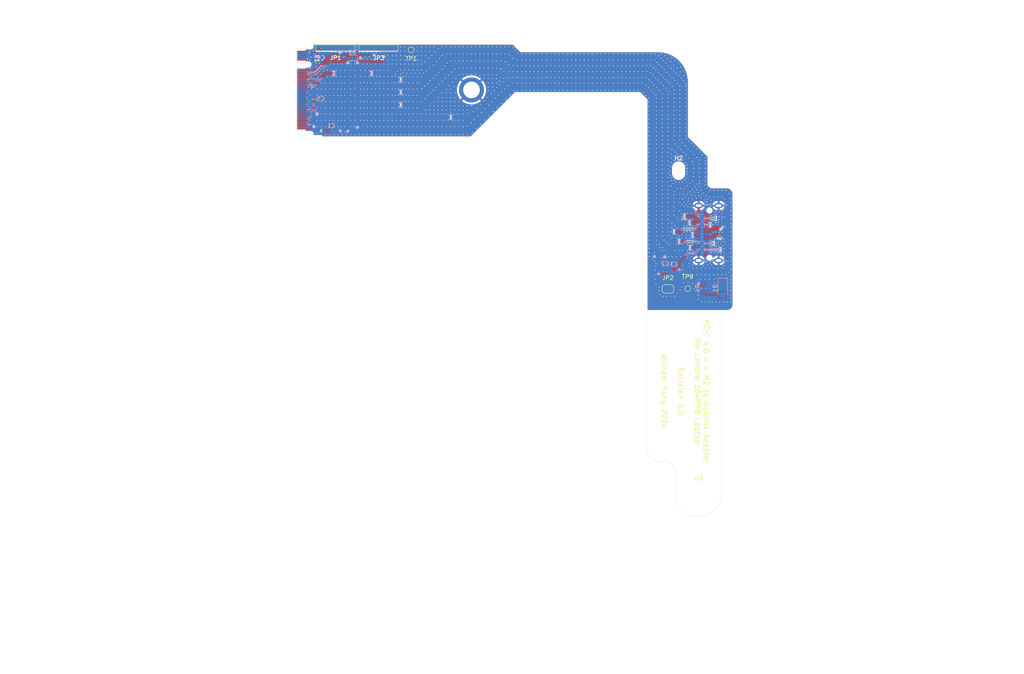
<source format=kicad_pcb>
(kicad_pcb (version 20240108) (generator "pcbnew") (generator_version "8.0")
  (layers (0 "F.Cu" signal) (1 "In1.Cu" power) (2 "In2.Cu" signal) (31 "B.Cu" power) (34 "B.Paste" user) (35 "F.Paste" user) (36 "B.SilkS" user "B.Silkscreen") (37 "F.SilkS" user "F.Silkscreen") (38 "B.Mask" user) (39 "F.Mask" user) (44 "Edge.Cuts" user))
  (net 0 "")
  (net 1 "GND")
  (net 2 "+3.3V")
  (net 9 "PEWAKE")
  (net 20 "3.3V_OPT")
  (net 21 "CLKREQ")
  (net 22 "PERST")
  (net 23 "TX0+")
  (net 24 "PEDET")
  (net 25 "TX1-")
  (net 26 "RX1+")
  (net 27 "TX3-")
  (net 28 "RX0+")
  (net 29 "TX0-")
  (net 30 "TX2+")
  (net 31 "RX0-")
  (net 32 "RX3-")
  (net 33 "TX2-")
  (net 34 "CLOCK-")
  (net 35 "CLOCK+")
  (net 36 "TX3+")
  (net 37 "RX2-")
  (net 38 "RX1-")
  (net 39 "RX2+")
  (net 40 "RX3+")
  (net 41 "TX1+")
  (net 48 "/PEDET_EXT")
  (net 49 "/PEWAKE_EXT")
  (net 50 "SMB-")
  (net 51 "SMB+")
  (net 53 "Net-(D1-A)")
  (net 54 "/CLKREQ_EXT")
  (footprint "custom_edge_connector:m2_ground_hole" (layer "F.Cu") (at 133 51)
    (property "Reference" "H1" (hide yes))
    (property "Value" "M2_MOUNT" (hide yes))
  )
  (footprint "custom_edge_connector:secondary_mounting_hole" (layer "F.Cu") (at 182.65 65.35)
    (property "Reference" "H2")
    (property "Value" "MOUNT_1" (hide yes))
  )
  (footprint "TestPoint:TestPoint_Pad_D1.0mm" (layer "F.Cu") (at 118.525 41.4)
    (property "Reference" "TP1")
    (property "Value" "TP_GND_1")
  )
  (footprint "custom_edge_connector:m2_m_key" (layer "F.Cu") (at 109.5 51 -90)
    (property "Reference" "E1")
    (property "Value" "~" (hide yes))
    (fp_line (start -5.275001 18.500001) (end 9.8 18.5) (stroke (width 0.05)) (layer "Edge.Cuts"))
    (fp_line (start -6.875 18.5) (end -9.7 18.5) (stroke (width 0.05)) (layer "Edge.Cuts"))
    (fp_line (start 10 18.3) (end 10 15) (stroke (width 0.05)) (layer "Edge.Cuts"))
    (fp_line (start -6.675 15.6) (end -6.675 18.3) (stroke (width 0.05)) (layer "Edge.Cuts"))
    (fp_line (start -5.475 15.6) (end -5.475001 18.300001) (stroke (width 0.05)) (layer "Edge.Cuts"))
    (fp_line (start -9.9 15) (end -9.9 18.3) (stroke (width 0.05)) (layer "Edge.Cuts"))
    (fp_line (start -10.808579 14.5) (end -10.4 14.5) (stroke (width 0.05)) (layer "Edge.Cuts"))
    (fp_line (start 10.5 14.5) (end 10.791238 14.499999) (stroke (width 0.05)) (layer "Edge.Cuts"))
    (fp_arc (start -5.275001 18.500001) (mid -5.416422 18.441422) (end -5.475001 18.300001) (stroke (width 0.05)) (layer "Edge.Cuts"))
    (fp_arc (start -9.7 18.5) (mid -9.841421 18.441421) (end -9.9 18.3) (stroke (width 0.05)) (layer "Edge.Cuts"))
    (fp_arc (start -6.675 18.3) (mid -6.733579 18.441421) (end -6.875 18.5) (stroke (width 0.05)) (layer "Edge.Cuts"))
    (fp_arc (start 10 18.3) (mid 9.941421 18.441421) (end 9.8 18.5) (stroke (width 0.05)) (layer "Edge.Cuts"))
    (fp_arc (start -6.675 15.6) (mid -6.499264 15.175736) (end -6.075 15) (stroke (width 0.05)) (layer "Edge.Cuts"))
    (fp_arc (start -6.075 15) (mid -5.650736 15.175736) (end -5.475 15.6) (stroke (width 0.05)) (layer "Edge.Cuts"))
    (fp_arc (start 10 15) (mid 10.146447 14.646447) (end 10.5 14.5) (stroke (width 0.05)) (layer "Edge.Cuts"))
    (fp_arc (start -10.808579 14.5) (mid -10.95 14.441421) (end -11.008579 14.3) (stroke (width 0.05)) (layer "Edge.Cuts"))
    (fp_arc (start -10.4 14.5) (mid -10.046447 14.646447) (end -9.9 15) (stroke (width 0.05)) (layer "Edge.Cuts"))
    (fp_arc (start 11 14.3) (mid 10.938302 14.444558) (end 10.791238 14.499999) (stroke (width 0.05)) (layer "Edge.Cuts"))
  )
  (footprint "TestPoint:TestPoint_Pad_D1.0mm" (layer "F.Cu") (at 184.825 98.6)
    (property "Reference" "TP9")
    (property "Value" "TP_GND_2")
  )
  (footprint "custom_edge_connector:secondary_mounting_hole" (layer "F.Cu") (at 187.5 142.05)
    (property "Reference" "H3")
    (property "Value" "MOUNT_2" (hide yes))
  )
  (footprint "custom_edge_connector:3pin_4state_jumper" (layer "F.Cu") (at 110.775 34.95)
    (property "Reference" "JP3")
    (property "Value" "JMP_PEWAKE")
  )
  (footprint "Jumper:SolderJumper-2_P1.3mm_Open_RoundedPad1.0x1.5mm" (layer "F.Cu") (at 180.075 98.7)
    (property "Reference" "JP2")
    (property "Value" "JMP_3.3V_EXT")
  )
  (footprint "custom_edge_connector:3pin_4state_jumper" (layer "F.Cu") (at 100.425 34.95)
    (property "Reference" "JP1")
    (property "Value" "JMP_PEDET")
  )
  (footprint "Capacitor_SMD:C_0402_1005Metric" (layer "B.Cu") (at 95.175 53.1 90)
    (property "Reference" "C5")
    (property "Value" "100n")
  )
  (footprint "Resistor_SMD:R_0603_1608Metric" (layer "B.Cu") (at 188.625 98.6 -90)
    (property "Reference" "R1")
    (property "Value" "100")
  )
  (footprint "Capacitor_SMD:C_0402_1005Metric" (layer "B.Cu") (at 96.895 41.425)
    (property "Reference" "C4")
    (property "Value" "100n")
  )
  (footprint "Capacitor_SMD:C_0402_1005Metric" (layer "B.Cu") (at 181.525 94.6 -90)
    (property "Reference" "C3")
    (property "Value" "100n")
  )
  (footprint "Capacitor_SMD:C_0402_1005Metric" (layer "B.Cu") (at 179.325 94.6 90)
    (property "Reference" "C2")
    (property "Value" "100n")
  )
  (footprint "LED_SMD:LED_1206_3216Metric_Pad1.42x1.75mm_HandSolder" (layer "B.Cu") (at 193.225 98.6 -90)
    (property "Reference" "D1")
    (property "Value" "Power LED")
  )
  (footprint "amphenol_oculink:AMPHENOL_G14A42121B12HR" (layer "B.Cu") (at 190.0225 85.3 -90)
    (property "Reference" "J1")
    (property "Value" "G14A42121B12HR")
  )
  (footprint "Diode_SMD:D_SOD-523" (layer "B.Cu") (at 104.4 43.325 180)
    (property "Reference" "D2")
    (property "Value" "D_Schottky")
  )
  (footprint "Capacitor_SMD:C_0402_1005Metric" (layer "B.Cu") (at 99.38 60.8)
    (property "Reference" "C1")
    (property "Value" "100n")
  )
  (gr_arc (start 193 105.1) (mid 193.351472 104.251472) (end 194.2 103.9) (stroke (width 0.05)) (layer "Edge.Cuts"))
  (gr_line (start 175 137) (end 175.025 102.5) (stroke (width 0.05)) (layer "Edge.Cuts"))
  (gr_line (start 133 40) (end 143 40) (stroke (width 0.05)) (layer "Edge.Cuts"))
  (gr_line (start 182 147.7) (end 182 142.7) (stroke (width 0.05)) (layer "Edge.Cuts"))
  (gr_line (start 95.2 39.991421) (end 133 40) (stroke (width 0.05)) (layer "Edge.Cuts"))
  (gr_arc (start 193 147.7) (mid 187.5 153.2) (end 182 147.7) (stroke (width 0.05)) (layer "Edge.Cuts"))
  (gr_line (start 185.025 49.05) (end 185.025 62.2) (stroke (width 0.05)) (layer "Edge.Cuts"))
  (gr_arc (start 179.3 140) (mid 181.209188 140.790812) (end 182 142.7) (stroke (width 0.05)) (layer "Edge.Cuts"))
  (gr_line (start 143 40) (end 144.8 41.8) (stroke (width 0.05)) (layer "Edge.Cuts"))
  (gr_line (start 173.35 51.7) (end 175.025 53.375) (stroke (width 0.05)) (layer "Edge.Cuts"))
  (gr_line (start 189.725 73.8) (end 189.725 66.9) (stroke (width 0.05)) (layer "Edge.Cuts"))
  (gr_line (start 143.5 51.7) (end 132.9 62.3) (stroke (width 0.05)) (layer "Edge.Cuts"))
  (gr_line (start 193 144) (end 193 147.7) (stroke (width 0.05)) (layer "Edge.Cuts"))
  (gr_line (start 179.3 140) (end 178 140) (stroke (width 0.05)) (layer "Edge.Cuts"))
  (gr_line (start 144.8 41.8) (end 177.69799 41.800001) (stroke (width 0.05)) (layer "Edge.Cuts"))
  (gr_line (start 185.025 62.2) (end 189.725 66.9) (stroke (width 0.05)) (layer "Edge.Cuts"))
  (gr_arc (start 178 140) (mid 175.87868 139.12132) (end 175 137) (stroke (width 0.05)) (layer "Edge.Cuts"))
  (gr_arc (start 194.125 74.4) (mid 195.256371 74.868629) (end 195.725 76) (stroke (width 0.05)) (layer "Edge.Cuts"))
  (gr_line (start 143.5 51.7) (end 173.35 51.7) (stroke (width 0.05)) (layer "Edge.Cuts"))
  (gr_line (start 190.325 74.4) (end 189.725 73.8) (stroke (width 0.05)) (layer "Edge.Cuts"))
  (gr_line (start 175.025 53.375) (end 175.025 61.5) (stroke (width 0.05)) (layer "Edge.Cuts"))
  (gr_line (start 97 62) (end 95.2 62) (stroke (width 0.05)) (layer "Edge.Cuts"))
  (gr_line (start 175.025 102.5) (end 175.025 61.5) (stroke (width 0.05)) (layer "Edge.Cuts"))
  (gr_line (start 194.2 103.9) (end 194.3 103.9) (stroke (width 0.05)) (layer "Edge.Cuts"))
  (gr_line (start 97.3 62.3) (end 132.9 62.3) (stroke (width 0.05)) (layer "Edge.Cuts"))
  (gr_arc (start 195.725 102.475) (mid 195.307627 103.482627) (end 194.3 103.9) (stroke (width 0.05)) (layer "Edge.Cuts"))
  (gr_arc (start 177.69799 41.800001) (mid 182.874249 43.896177) (end 185.025 49.05) (stroke (width 0.05)) (layer "Edge.Cuts"))
  (gr_line (start 193 144) (end 193 105.1) (stroke (width 0.05)) (layer "Edge.Cuts"))
  (gr_line (start 195.725 76) (end 195.725 102.475) (stroke (width 0.05)) (layer "Edge.Cuts"))
  (gr_line (start 97 62) (end 97.3 62.3) (stroke (width 0.05)) (layer "Edge.Cuts"))
  (gr_line (start 194.125 74.4) (end 190.325 74.4) (stroke (width 0.05)) (layer "Edge.Cuts"))
  (gr_text "PCIE 4.0 x 4 M2 to Oculink Adapter\nfor Lenovo 16ARP8 Laptop\n\nRevision 1.0\n\nWilliam Yang 2024\n" (at 184.225 123.25 270) (layer "F.SilkS") (effects (font (size 1.25 1.25) (thickness 0.2) (bold yes))))
  (segment (start 175.575 80) (end 175.575 81) (width 0.5) (layer "F.Cu") (net 1))
  (segment (start 183.236201 48.188799) (end 183.835997 48.789003) (width 0.6) (layer "F.Cu") (net 1))
  (segment (start 182.925 52.65) (end 182.925 61) (width 0.6) (layer "F.Cu") (net 1))
  (segment (start 137.211091 57.211091) (end 136.711091 57.711091) (width 0.5) (layer "F.Cu") (net 1))
  (segment (start 175.575 89) (end 175.575 90) (width 0.5) (layer "F.Cu") (net 1))
  (segment (start 178.725 64) (end 178.725 65) (width 0.6) (layer "F.Cu") (net 1))
  (segment (start 177.4 50.425) (end 178.1 51.125) (width 0.6) (layer "F.Cu") (net 1))
  (segment (start 189.025 67.9) (end 189.025 67.225) (width 0.6) (layer "F.Cu") (net 1))
  (segment (start 176.875 43.85) (end 177.425 44.4) (width 0.6) (layer "F.Cu") (net 1))
  (segment (start 177.2125 52.2125) (end 177.325 52.325) (width 0.6) (layer "F.Cu") (net 1))
  (segment (start 178.1 51.125) (end 178.725 51.75) (width 0.6) (layer "F.Cu") (net 1))
  (segment (start 178.725 82) (end 178.725 83) (width 0.6) (layer "F.Cu") (net 1))
  (segment (start 175.575 83) (end 175.575 84) (width 0.5) (layer "F.Cu") (net 1))
  (segment (start 178.725 65) (end 178.725 66) (width 0.6) (layer "F.Cu") (net 1))
  (segment (start 187 65.2) (end 186.6 64.8) (width 0.6) (layer "F.Cu") (net 1))
  (segment (start 144 51.15) (end 143.272182 51.15) (width 0.5) (layer "F.Cu") (net 1))
  (segment (start 186.225 68.6) (end 186.225 68.375) (width 0.6) (layer "F.Cu") (net 1))
  (segment (start 174.15 46.6) (end 175 46.6) (width 0.6) (layer "F.Cu") (net 1))
  (segment (start 187.625 73.1) (end 187.125 73.6) (width 0.6) (layer "F.Cu") (net 1))
  (segment (start 178.725 79) (end 178.725 80) (width 0.6) (layer "F.Cu") (net 1))
  (segment (start 174 48) (end 174.9 48) (width 0.6) (layer "F.Cu") (net 1))
  (segment (start 175.575 91) (end 175.575 91.1) (width 0.5) (layer "F.Cu") (net 1))
  (segment (start 177.325 66) (end 177.325 74.6) (width 0.6) (layer "F.Cu") (net 1))
  (segment (start 181.525 63) (end 181.525 63.675) (width 0.6) (layer "F.Cu") (net 1))
  (segment (start 177.325 84) (end 177.325 85) (width 0.6) (layer "F.Cu") (net 1))
  (segment (start 142.347 49.403) (end 141.775 49.975) (width 0.6) (layer "F.Cu") (net 1))
  (segment (start 177.325 65) (end 177.325 66) (width 0.6) (layer "F.Cu") (net 1))
  (segment (start 140.975 50.775) (end 140.275 51.475) (width 0.6) (layer "F.Cu") (net 1))
  (segment (start 177.325 80) (end 177.325 81) (width 0.6) (layer "F.Cu") (net 1))
  (segment (start 174 46.6) (end 174.15 46.6) (width 0.6) (layer "F.Cu") (net 1))
  (segment (start 178.725 86) (end 178.725 86.6) (width 0.6) (layer "F.Cu") (net 1))
  (segment (start 178.725 80) (end 178.725 81) (width 0.6) (layer "F.Cu") (net 1))
  (segment (start 178.725 63) (end 178.725 64) (width 0.6) (layer "F.Cu") (net 1))
  (segment (start 185.6 65.8) (end 186.35 66.55) (width 0.6) (layer "F.Cu") (net 1))
  (segment (start 175.575 81) (end 175.575 82) (width 0.5) (layer "F.Cu") (net 1))
  (segment (start 187.3 65.5) (end 187 65.2) (width 0.6) (layer "F.Cu") (net 1))
  (segment (start 178.725 85) (end 178.725 85.8) (width 0.6) (layer "F.Cu") (net 1))
  (segment (start 184.325 49.4) (end 184.325 50.1) (width 0.6) (layer "F.Cu") (net 1))
  (segment (start 179.625 50.6) (end 180.125 51.1) (width 0.6) (layer "F.Cu") (net 1))
  (segment (start 188 66.2) (end 187.7 65.9) (width 0.6) (layer "F.Cu") (net 1))
  (segment (start 177.225 46.2) (end 177.825 46.8) (width 0.6) (layer "F.Cu") (net 1))
  (segment (start 142.711091 51.711091) (end 142.211091 52.211091) (width 0.5) (layer "F.Cu") (net 1))
  (segment (start 181.525 53.8) (end 181.525 61) (width 0.6) (layer "F.Cu") (net 1))
  (segment (start 181.725 48.7) (end 182.375 49.35) (width 0.6) (layer "F.Cu") (net 1))
  (segment (start 134.211091 60.211091) (end 134.086091 60.336091) (width 0.5) (layer "F.Cu") (net 1))
  (segment (start 175.575 87) (end 175.575 88) (width 0.5) (layer "F.Cu") (net 1))
  (segment (start 180.125 65) (end 180.125 66) (width 0.6) (layer "F.Cu") (net 1))
  (segment (start 189.025 67.9) (end 189.025 68) (width 0.6) (layer "F.Cu") (net 1))
  (segment (start 105 61.7) (end 104.125 61.7) (width 0.5) (layer "F.Cu") (net 1))
  (segment (start 184.025 66.175) (end 184.425 66.575) (width 0.6) (layer "F.Cu") (net 1))
  (segment (start 176.475 47.45) (end 177.125 48.1) (width 0.6) (layer "F.Cu") (net 1))
  (segment (start 174.975 48) (end 175.55 48.575) (width 0.6) (layer "F.Cu") (net 1))
  (segment (start 184.2 64.4) (end 184.9 65.1) (width 0.6) (layer "F.Cu") (net 1))
  (segment (start 139.711091 54.711091) (end 139.211091 55.211091) (width 0.5) (layer "F.Cu") (net 1))
  (segment (start 177.125 48.1) (end 177.675 48.65) (width 0.6) (layer "F.Cu") (net 1))
  (segment (start 179.525 48.5) (end 180.075 49.05) (width 0.6) (layer "F.Cu") (net 1))
  (segment (start 184.325 49.27834) (end 184.325 49.4) (width 0.6) (layer "F.Cu") (net 1))
  (segment (start 189.025 67.225) (end 188.65 66.85) (width 0.6) (layer "F.Cu") (net 1))
  (segment (start 174 45.2) (end 175 45.2) (width 0.6) (layer "F.Cu") (net 1))
  (segment (start 138.775 52.975) (end 137.975 53.775) (width 0.6) (layer "F.Cu") (net 1))
  (segment (start 179.88772 44.838031) (end 180.237225 45.187775) (width 0.6) (layer "F.Cu") (net 1))
  (segment (start 177.325 85) (end 177.325 86) (width 0.6) (layer "F.Cu") (net 1))
  (segment (start 180.125 76) (end 180.125 77) (width 0.6) (layer "F.Cu") (net 1))
  (segment (start 151 51.15) (end 147 51.15) (width 0.5) (layer "F.Cu") (net 1))
  (segment (start 178.725 84) (end 178.725 85) (width 0.6) (layer "F.Cu") (net 1))
  (segment (start 180.237225 45.187775) (end 180.83702 45.78798) (width 0.6) (layer "F.Cu") (net 1))
  (segment (start 137.711091 56.711091) (end 137.211091 57.211091) (width 0.5) (layer "F.Cu") (net 1))
  (segment (start 140.211091 54.211091) (end 139.711091 54.711091) (width 0.5) (layer "F.Cu") (net 1))
  (segment (start 175.575 82) (end 175.575 83) (width 0.5) (layer "F.Cu") (net 1))
  (segment (start 175 46.6) (end 175.625 46.6) (width 0.6) (layer "F.Cu") (net 1))
  (segment (start 180.83702 45.78798) (end 181.436815 46.388185) (width 0.6) (layer "F.Cu") (net 1))
  (segment (start 175.575 66) (end 175.575 76) (width 0.5) (layer "F.Cu") (net 1))
  (segment (start 151 45.2) (end 166.5 45.2) (width 0.6) (layer "F.Cu") (net 1))
  (segment (start 143 49.403) (end 142.347 49.403) (width 0.6) (layer "F.Cu") (net 1))
  (segment (start 145 51.15) (end 144 51.15) (width 0.5) (layer "F.Cu") (net 1))
  (segment (start 141.211091 53.211091) (end 140.711091 53.711091) (width 0.5) (layer "F.Cu") (net 1))
  (segment (start 187 67.2) (end 187.625 67.825) (width 0.6) (layer "F.Cu") (net 1))
  (segment (start 187.625 73.4) (end 187.625 74.2) (width 0.6) (layer "F.Cu") (net 1))
  (segment (start 181.525 61) (end 181.525 62) (width 0.6) (layer "F.Cu") (net 1))
  (segment (start 166.5 49.4) (end 166.503 49.403) (width 0.6) (layer "F.Cu") (net 1))
  (segment (start 173 46.6) (end 174 46.6) (width 0.6) (layer "F.Cu") (net 1))
  (segment (start 139.525 52.225) (end 138.775 52.975) (width 0.6) (layer "F.Cu") (net 1))
  (segment (start 178.725 81) (end 178.725 82) (width 0.6) (layer "F.Cu") (net 1))
  (segment (start 183.275 65.425) (end 183.775 65.925) (width 0.6) (layer "F.Cu") (net 1))
  (segment (start 178.725 61.6) (end 178.725 62) (width 0.6) (layer "F.Cu") (net 1))
  (segment (start 178.725 83) (end 178.725 84) (width 0.6) (layer "F.Cu") (net 1))
  (segment (start 151 48) (end 166.5 48) (width 0.6) (layer "F.Cu") (net 1))
  (segment (start 193.893303 75.1) (end 193.910111 75.115819) (width 0.6) (layer "F.Cu") (net 1))
  (segment (start 187.7 65.9) (end 187.3 65.5) (width 0.6) (layer "F.Cu") (net 1))
  (segment (start 184.7 62.9) (end 184.55 62.75) (width 0.6) (layer "F.Cu") (net 1))
  (segment (start 178.975 47.95) (end 179.525 48.5) (width 0.6) (layer "F.Cu") (net 1))
  (segment (start 177.325 82) (end 177.325 83) (width 0.6) (layer "F.Cu") (net 1))
  (segment (start 184.425 66.575) (end 184.775 66.925) (width 0.6) (layer "F.Cu") (net 1))
  (segment (start 180.125 66) (end 180.125 76) (width 0.6) (layer "F.Cu") (net 1))
  (segment (start 172.5 43.8) (end 173 43.8) (width 0.6) (layer "F.Cu") (net 1))
  (segment (start 178.525 45.5) (end 179.175 46.15) (width 0.6) (layer "F.Cu") (net 1))
  (segment (start 166.5 43.8) (end 172.5 43.8) (width 0.6) (layer "F.Cu") (net 1))
  (segment (start 176.225 45.2) (end 176.675 45.65) (width 0.6) (layer "F.Cu") (net 1))
  (segment (start 175.575 84) (end 175.575 85) (width 0.5) (layer "F.Cu") (net 1))
  (segment (start 141.775 49.975) (end 141.75 50) (width 0.6) (layer "F.Cu") (net 1))
  (segment (start 182.325 74.6) (end 181.525 75.4) (width 0.6) (layer "F.Cu") (net 1))
  (segment (start 176 43.8) (end 176.825 43.8) (width 0.6) (layer "F.Cu") (net 1))
  (segment (start 175.575 90) (end 175.575 91) (width 0.5) (layer "F.Cu") (net 1))
  (segment (start 189.475 74.55) (end 190.025 75.1) (width 0.6) (layer "F.Cu") (net 1))
  (segment (start 166.5 45.2) (end 173 45.2) (width 0.6) (layer "F.Cu") (net 1))
  (segment (start 178.975 49.95) (end 179.625 50.6) (width 0.6) (layer "F.Cu") (net 1))
  (segment (start 180.125 62) (end 180.125 63) (width 0.6) (layer "F.Cu") (net 1))
  (segment (start 136.711091 57.711091) (end 136.211091 58.211091) (width 0.5) (layer "F.Cu") (net 1))
  (segment (start 186 64.2) (end 185.75 63.95) (width 0.6) (layer "F.Cu") (net 1))
  (segment (start 175.575 53.135228) (end 175.575 61) (width 0.5) (layer "F.Cu") (net 1))
  (segment (start 182.925 63.125) (end 183.5 63.7) (width 0.6) (layer "F.Cu") (net 1))
  (segment (start 166.503 49.403) (end 174.403 49.403) (width 0.6) (layer "F.Cu") (net 1))
  (segment (start 181.525 63.675) (end 181.825 63.975) (width 0.6) (layer "F.Cu") (net 1))
  (segment (start 180.575 49.55) (end 181.175 50.15) (width 0.6) (layer "F.Cu") (net 1))
  (segment (start 175.625 46.6) (end 175.875 46.85) (width 0.6) (layer "F.Cu") (net 1))
  (segment (start 177.425 44.4) (end 177.975 44.95) (width 0.6) (layer "F.Cu") (net 1))
  (segment (start 132.825 58.925) (end 132.075 59.675) (width 0.6) (layer "F.Cu") (net 1))
  (segment (start 179.175 46.15) (end 179.825 46.8) (width 0.6) (layer "F.Cu") (net 1))
  (segment (start 182.925 50) (end 182.925 51) (width 0.6) (layer "F.Cu") (net 1))
  (segment (start 184.55 62.75) (end 184.325 62.525) (width 0.6) (layer "F.Cu") (net 1))
  (segment (start 186.525 74.2) (end 185.975 74.75) (width 0.6) (layer "F.Cu") (net 1))
  (segment (start 186.225 68.375) (end 185.925 68.075) (width 0.6) (layer "F.Cu") (net 1))
  (segment (start 135.375 56.375) (end 134.525 57.225) (width 0.6) (layer "F.Cu") (net 1))
  (segment (start 180.125 79) (end 180.125 80) (width 0.6) (layer "F.Cu") (net 1))
  (segment (start 179.63743 44.58757) (end 179.887332 44.837643) (width 0.6) (layer "F.Cu") (net 1))
  (segment (start 184.325 62.525) (end 184.325 62) (width 0.6) (layer "F.Cu") (net 1))
  (segment (start 181.075 48.05) (end 181.725 48.7) (width 0.6) (layer "F.Cu") (net 1))
  (segment (start 182.925 63) (end 182.925 63.125) (width 0.6) (layer "F.Cu") (net 1))
  (segment (start 166.5 48) (end 173 48) (width 0.6) (layer "F.Cu") (net 1))
  (segment (start 177.325 61) (end 177.325 62) (width 0.6) (layer "F.Cu") (net 1))
  (segment (start 175.575 86) (end 175.575 87) (width 0.5) (layer "F.Cu") (net 1))
  (segment (start 181.525 51.1) (end 181.525 53.8) (width 0.6) (layer "F.Cu") (net 1))
  (segment (start 180.125 51.1) (end 180.125 51.2) (width 0.6) (layer "F.Cu") (net 1))
  (segment (start 187.625 68.6) (end 187.625 68.8) (width 0.6) (layer "F.Cu") (net 1))
  (segment (start 132.075 59.675) (end 132 59.75) (width 0.6) (layer "F.Cu") (net 1))
  (segment (start 141.711091 52.711091) (end 141.211091 53.211091) (width 0.5) (layer "F.Cu") (net 1))
  (segment (start 175 45.2) (end 175.9 45.2) (width 0.6) (layer "F.Cu") (net 1))
  (segment (start 177.325 63.2) (end 177.325 64) (width 0.6) (layer "F.Cu") (net 1))
  (segment (start 178.725 76) (end 178.725 77) (width 0.6) (layer "F.Cu") (net 1))
  (segment (start 189.025 74.1) (end 189.475 74.55) (width 0.6) (layer "F.Cu") (net 1))
  (segment (start 181.175 50.15) (end 181.525 50.5) (width 0.6) (layer "F.Cu") (net 1))
  (segment (start 140.711091 53.711091) (end 140.211091 54.211091) (width 0.5) (layer "F.Cu") (net 1))
  (segment (start 136.211091 58.211091) (end 135.711091 58.711091) (width 0.5) (layer "F.Cu") (net 1))
  (segment (start 185.925 68.075) (end 185.525 67.675) (width 0.6) (layer "F.Cu") (net 1))
  (segment (start 130 61.7) (end 105 61.7) (width 0.5) (layer "F.Cu") (net 1))
  (segment (start 190.025 75.1) (end 190.125 75.1) (width 0.6) (layer "F.Cu") (net 1))
  (segment (start 180.125 64) (end 180.125 65) (width 0.6) (layer "F.Cu") (net 1))
  (segment (start 184.775 66.925) (end 185.125 67.275) (width 0.6) (layer "F.Cu") (net 1))
  (segment (start 135.711091 58.711091) (end 135.211091 59.211091) (width 0.5) (layer "F.Cu") (net 1))
  (segment (start 180.125 61) (end 180.125 62) (width 0.6) (layer "F.Cu") (net 1))
  (segment (start 187.625 73.1) (end 187.625 73.4) (width 0.6) (layer "F.Cu") (net 1))
  (segment (start 186.225 68.9) (end 186.225 72.5) (width 0.6) (layer "F.Cu") (net 1))
  (segment (start 190.125 75.1) (end 193.893303 75.1) (width 0.6) (layer "F.Cu") (net 1))
  (segment (start 177.325 79) (end 177.325 80) (width 0.6) (layer "F.Cu") (net 1))
  (segment (start 177.325 77) (end 177.325 78) (width 0.6) (layer "F.Cu") (net 1))
  (segment (start 178.725 86.6) (end 179.125 87) (width 0.6) (layer "F.Cu") (net 1))
  (segment (start 187.125 73.6) (end 186.525 74.2) (width 0.6) (layer "F.Cu") (net 1))
  (segment (start 175.575 61) (end 175.575 62) (width 0.5) (layer "F.Cu") (net 1))
  (segment (start 180.125 81) (end 180.125 82) (width 0.6) (layer "F.Cu") (net 1))
  (segment (start 178.325 49.3) (end 178.975 49.95) (width 0.6) (layer "F.Cu") (net 1))
  (segment (start 184.325 51) (end 184.325 51.65) (width 0.6) (layer "F.Cu") (net 1))
  (segment (start 178.725 77) (end 178.725 78) (width 0.6) (layer "F.Cu") (net 1))
  (segment (start 178.725 66) (end 178.725 76) (width 0.6) (layer "F.Cu") (net 1))
  (segment (start 181.525 75.4) (end 181.525 81) (width 0.6) (layer "F.Cu") (net 1))
  (segment (start 150.997 49.403) (end 147 49.403) (width 0.6) (layer "F.Cu") (net 1))
  (segment (start 146 49.403) (end 145 49.403) (width 0.6) (layer "F.Cu") (net 1))
  (segment (start 178.725 85.8) (end 178.725 86) (width 0.6) (layer "F.Cu") (net 1))
  (segment (start 185.375 75.35) (end 184.725 76) (width 0.6) (layer "F.Cu") (net 1))
  (segment (start 177.825 46.8) (end 178.425 47.4) (width 0.6) (layer "F.Cu") (net 1))
  (segment (start 180.125 80) (end 180.125 81) (width 0.6) (layer "F.Cu") (net 1))
  (segment (start 138.711091 55.711091) (end 138.211091 56.211091) (width 0.5) (layer "F.Cu") (net 1))
  (segment (start 185.975 74.75) (end 185.375 75.35) (width 0.6) (layer "F.Cu") (net 1))
  (segment (start 183.125 65.275) (end 183.275 65.425) (width 0.6) (layer "F.Cu") (net 1))
  (segment (start 177.325 62) (end 177.325 63.2) (width 0.6) (layer "F.Cu") (net 1))
  (segment (start 176.675 45.65) (end 177.225 46.2) (width 0.6) (layer "F.Cu") (net 1))
  (segment (start 175.575 78) (end 175.575 79) (width 0.5) (layer "F.Cu") (net 1))
  (segment (start 188.65 66.85) (end 188.35 66.55) (width 0.6) (layer "F.Cu") (net 1))
  (segment (start 178.987651 43.937349) (end 179.63743 44.58757) (width 0.6) (layer "F.Cu") (net 1))
  (segment (start 138.211091 56.211091) (end 137.711091 56.711091) (width 0.5) (layer "F.Cu") (net 1))
  (segment (start 183.5 63.7) (end 184.2 64.4) (width 0.6) (layer "F.Cu") (net 1))
  (segment (start 104.125 61.7) (end 102.925 61.7) (width 0.1971) (layer "F.Cu") (net 1))
  (segment (start 185.3 63.5) (end 185.1 63.3) (width 0.6) (layer "F.Cu") (net 1))
  (segment (start 142.211091 52.211091) (end 141.711091 52.711091) (width 0.5) (layer "F.Cu") (net 1))
  (segment (start 189.025 73.8) (end 189.025 74.1) (width 0.6) (layer "F.Cu") (net 1))
  (segment (start 139.211091 55.211091) (end 138.711091 55.711091) (width 0.5) (layer "F.Cu") (net 1))
  (segment (start 174.069886 51.630114) (end 174.782386 52.342614) (width 0.5) (layer "F.Cu") (net 1))
  (segment (start 133.211091 61.211091) (end 132.722182 61.7) (width 0.5) (layer "F.Cu") (net 1))
  (segment (start 184.325 51.65) (end 184.325 61) (width 0.6) (layer "F.Cu") (net 1))
  (segment (start 134.525 57.225) (end 133.625 58.125) (width 0.6) (layer "F.Cu") (net 1))
  (segment (start 137.975 53.775) (end 137.125 54.625) (width 0.6) (layer "F.Cu") (net 1))
  (segment (start 175.55 48.575) (end 176.15 49.175) (width 0.6) (layer "F.Cu") (net 1))
  (segment (start 181.436815 46.388185) (end 182.03661 46.98839) (width 0.6) (layer "F.Cu") (net 1))
  (segment (start 178.725 62) (end 178.725 63) (width 0.6) (layer "F.Cu") (net 1))
  (segment (start 177.325 81) (end 177.325 82) (width 0.6) (layer "F.Cu") (net 1))
  (segment (start 175 43.8) (end 176 43.8) (width 0.6) (layer "F.Cu") (net 1))
  (segment (start 186.6 64.8) (end 186.3 64.5) (width 0.6) (layer "F.Cu") (net 1))
  (segment (start 177.325 52.325) (end 177.325 61) (width 0.6) (layer "F.Cu") (net 1))
  (segment (start 175.575 65) (end 175.575 66) (width 0.5) (layer "F.Cu") (net 1))
  (segment (start 187.625 67.825) (end 187.625 68.6) (width 0.6) (layer "F.Cu") (net 1))
  (segment (start 137.125 54.625) (end 136.225 55.525) (width 0.6) (layer "F.Cu") (net 1))
  (segment (start 182.03661 46.98839) (end 182.636406 47.588594) (width 0.6) (layer "F.Cu") (net 1))
  (segment (start 174.069885 51.630114) (end 174.069886 51.630114) (width 0.5) (layer "F.Cu") (net 1))
  (segment (start 186.225 72.5) (end 184.125 74.6) (width 0.6) (layer "F.Cu") (net 1))
  (segment (start 174 43.8) (end 175 43.8) (width 0.6) (layer "F.Cu") (net 1))
  (segment (start 185.65 63.85) (end 185.3 63.5) (width 0.6) (layer "F.Cu") (net 1))
  (segment (start 182.925 62) (end 182.925 63) (width 0.6) (layer "F.Cu") (net 1))
  (segment (start 132.722182 61.7) (end 130 61.7) (width 0.5) (layer "F.Cu") (net 1))
  (segment (start 141.75 50) (end 140.975 50.775) (width 0.6) (layer "F.Cu") (net 1))
  (segment (start 140.275 51.475) (end 139.525 52.225) (width 0.6) (layer "F.Cu") (net 1))
  (segment (start 175.575 77) (end 175.575 78) (width 0.5) (layer "F.Cu") (net 1))
  (segment (start 182.525 64.675) (end 183.125 65.275) (width 0.6) (layer "F.Cu") (net 1))
  (segment (start 177.325 83) (end 177.325 84) (width 0.6) (layer "F.Cu") (net 1))
  (segment (start 175.575 63) (end 175.575 64) (width 0.5) (layer "F.Cu") (net 1))
  (segment (start 134.086091 60.336091) (end 133.711091 60.711091) (width 0.5) (layer "F.Cu") (net 1))
  (segment (start 179.825 46.8) (end 180.475 47.45) (width 0.6) (layer "F.Cu") (net 1))
  (segment (start 183.835997 48.789003) (end 184.325 49.27834) (width 0.6) (layer "F.Cu") (net 1))
  (segment (start 166.5 46.6) (end 173 46.6) (width 0.6) (layer "F.Cu") (net 1))
  (segment (start 143.211091 51.211091) (end 142.711091 51.711091) (width 0.5) (layer "F.Cu") (net 1))
  (segment (start 175.575 62) (end 175.575 63) (width 0.5) (layer "F.Cu") (net 1))
  (segment (start 187.925 75) (end 188.625 75.7) (width 0.6) (layer "F.Cu") (net 1))
  (segment (start 184.9 65.1) (end 185.6 65.8) (width 0.6) (layer "F.Cu") (net 1))
  (segment (start 177.325 76) (end 177.325 77) (width 0.6) (layer "F.Cu") (net 1))
  (segment (start 182.375 49.35) (end 182.925 49.9) (width 0.6) (layer "F.Cu") (net 1))
  (segment (start 179.887332 44.837643) (end 179.88772 44.838031) (width 0.6) (layer "F.Cu") (net 1))
  (segment (start 180.125 51.2) (end 180.125 61) (width 0.6) (layer "F.Cu") (net 1))
  (segment (start 134.711091 59.711091) (end 134.211091 60.211091) (width 0.5) (layer "F.Cu") (net 1))
  (segment (start 181.825 63.975) (end 182.475 64.625) (width 0.6) (layer "F.Cu") (net 1))
  (segment (start 144 49.403) (end 143 49.403) (width 0.6) (layer "F.Cu") (net 1))
  (segment (start 188.35 66.55) (end 188 66.2) (width 0.6) (layer "F.Cu") (net 1))
  (segment (start 185.1 63.3) (end 184.7 62.9) (width 0.6) (layer "F.Cu") (net 1))
  (segment (start 187.625 69.8) (end 187.625 73.1) (width 0.6) (layer "F.Cu") (net 1))
  (segment (start 178.725 51.9) (end 178.725 52.6) (width 0.6) (layer "F.Cu") (net 1))
  (segment (start 177.325 74.6) (end 177.325 76) (width 0.6) (layer "F.Cu") (net 1))
  (segment (start 173 48) (end 174 48) (width 0.6) (layer "F.Cu") (net 1))
  (segment (start 177.325 78) (end 177.325 79) (width 0.6) (layer "F.Cu") (net 1))
  (segment (start 175.575 85) (end 175.575 86) (width 0.5) (layer "F.Cu") (net 1))
  (segment (start 180.125 63) (end 180.125 64) (width 0.6) (layer "F.Cu") (net 1))
  (segment (start 151 49.4) (end 166.5 49.4) (width 0.6) (layer "F.Cu") (net 1))
  (segment (start 176.75 49.775) (end 177.4 50.425) (width 0.6) (layer "F.Cu") (net 1))
  (segment (start 180.075 49.05) (end 180.575 49.55) (width 0.6) (layer "F.Cu") (net 1))
  (segment (start 147 49.403) (end 146 49.403) (width 0.6) (layer "F.Cu") (net 1))
  (segment (start 182.636406 47.588594) (end 183.236201 48.188799) (width 0.6) (layer "F.Cu") (net 1))
  (segment (start 175.575 76) (end 175.575 77) (width 0.5) (layer "F.Cu") (net 1))
  (segment (start 184.325 61) (end 184.325 62) (width 0.6) (layer "F.Cu") (net 1))
  (segment (start 175.575 88) (end 175.575 89) (width 0.5) (layer "F.Cu") (net 1))
  (segment (start 187.625 74.7) (end 187.925 75) (width 0.6) (layer "F.Cu") (net 1))
  (segment (start 146 51.15) (end 145 51.15) (width 0.5) (layer "F.Cu") (net 1))
  (segment (start 177.975 44.95) (end 178.525 45.5) (width 0.6) (layer "F.Cu") (net 1))
  (segment (start 136.225 55.525) (end 135.375 56.375) (width 0.6) (layer "F.Cu") (net 1))
  (segment (start 184.325 50.1) (end 184.325 51) (width 0.6) (layer "F.Cu") (net 1))
  (segment (start 187.625 68.8) (end 187.625 69.8) (width 0.6) (layer "F.Cu") (net 1))
  (segment (start 184.125 74.6) (end 182.325 74.6) (width 0.6) (layer "F.Cu") (net 1))
  (segment (start 187.625 74.6) (end 187.625 74.7) (width 0.6) (layer "F.Cu") (net 1))
  (segment (start 177.325 86) (end 177.325 87) (width 0.6) (layer "F.Cu") (net 1))
  (segment (start 178.725 61) (end 178.725 61.6) (width 0.6) (layer "F.Cu") (net 1))
  (segment (start 177.838044 42.786956) (end 178.437839 43.387161) (width 0.6) (layer "F.Cu") (net 1))
  (segment (start 175.875 46.85) (end 176.475 47.45) (width 0.6) (layer "F.Cu") (net 1))
  (segment (start 175.575 64) (end 175.575 65) (width 0.5) (layer "F.Cu") (net 1))
  (segment (start 186.225 68.6) (end 186.225 68.9) (width 0.6) (layer "F.Cu") (net 1))
  (segment (start 186.35 66.55) (end 187 67.2) (width 0.6) (layer "F.Cu") (net 1))
  (segment (start 174.782386 52.342614) (end 175.432386 52.992614) (width 0.5) (layer "F.Cu") (net 1))
  (segment (start 176.15 49.175) (end 176.75 49.775) (width 0.6) (layer "F.Cu") (net 1))
  (segment (start 177.325 63) (end 177.325 63.2) (width 0.6) (layer "F.Cu") (net 1))
  (segment (start 145 49.403) (end 144 49.403) (width 0.6) (layer "F.Cu") (net 1))
  (segment (start 175.575 79) (end 175.575 80) (width 0.5) (layer "F.Cu") (net 1))
  (segment (start 182.925 61) (end 182.925 62) (width 0.6) (layer "F.Cu") (net 1))
  (segment (start 173 45.2) (end 174 45.2) (width 0.6) (layer "F.Cu") (net 1))
  (segment (start 133.625 58.125) (end 132.825 58.925) (width 0.6) (layer "F.Cu") (net 1))
  (segment (start 147 51.15) (end 146 51.15) (width 0.5) (layer "F.Cu") (net 1))
  (segment (start 151 51.15) (end 173.589771 51.15) (width 0.5) (layer "F.Cu") (net 1))
  (segment (start 151 43.8) (end 166.5 43.8) (width 0.6) (layer "F.Cu") (net 1))
  (segment (start 178.425 47.4) (end 178.975 47.95) (width 0.6) (layer "F.Cu") (net 1))
  (segment (start 151 46.6) (end 166.5 46.6) (width 0.6) (layer "F.Cu") (net 1))
  (segment (start 175.9 45.2) (end 176.225 45.2) (width 0.6) (layer "F.Cu") (net 1))
  (segment (start 185.125 67.275) (end 185.525 67.675) (width 0.6) (layer "F.Cu") (net 1))
  (segment (start 174.403 49.403) (end 174.8125 49.8125) (width 0.6) (layer "F.Cu") (net 1))
  (segment (start 178.725 51.75) (end 178.725 52) (width 0.6) (layer "F.Cu") (net 1))
  (segment (start 180.125 82) (end 180.125 83) (width 0.6) (layer "F.Cu") (net 1))
  (segment (start 178.437839 43.387161) (end 178.987651 43.937349) (width 0.6) (layer "F.Cu") (net 1))
  (segment (start 173.589771 51.15) (end 174.069885 51.630114) (width 0.5) (layer "F.Cu") (net 1))
  (segment (start 181.525 62) (end 181.525 63) (width 0.6) (layer "F.Cu") (net 1))
  (segment (start 182.925 51) (end 182.925 52.65) (width 0.6) (layer "F.Cu") (net 1))
  (segment (start 143.272182 51.15) (end 143.211091 51.211091) (width 0.5) (layer "F.Cu") (net 1))
  (segment (start 182.475 64.625) (end 182.525 64.675) (width 0.6) (layer "F.Cu") (net 1))
  (segment (start 173 43.8) (end 174 43.8) (width 0.6) (layer "F.Cu") (net 1))
  (segment (start 187.625 74.2) (end 187.625 74.6) (width 0.6) (layer "F.Cu") (net 1))
  (segment (start 135.211091 59.211091) (end 134.711091 59.711091) (width 0.5) (layer "F.Cu") (net 1))
  (segment (start 189.025 68) (end 189.025 68.8) (width 0.6) (layer "F.Cu") (net 1))
  (segment (start 102 61.7) (end 99 61.7) (width 0.5) (layer "F.Cu") (net 1))
  (segment (start 133.336091 61.086091) (end 133.211091 61.211091) (width 0.5) (layer "F.Cu") (net 1))
  (segment (start 175.4125 50.4125) (end 176.1125 51.1125) (width 0.6) (layer "F.Cu") (net 1))
  (segment (start 176.825 43.8) (end 176.875 43.85) (width 0.6) (layer "F.Cu") (net 1))
  (segment (start 177.325 64) (end 177.325 65) (width 0.6) (layer "F.Cu") (net 1))
  (segment (start 176.1125 51.1125) (end 176.7125 51.7125) (width 0.6) (layer "F.Cu") (net 1))
  (segment (start 182.925 49.9) (end 182.925 50) (width 0.6) (layer "F.Cu") (net 1))
  (segment (start 151 49.4) (end 150.997 49.403) (width 0.6) (layer "F.Cu") (net 1))
  (segment (start 178.725 52.6) (end 178.725 61) (width 0.6) (layer "F.Cu") (net 1))
  (segment (start 189.025 68.8) (end 189.025 73.8) (width 0.6) (layer "F.Cu") (net 1))
  (segment (start 102 61.7) (end 102.925 61.7) (width 0.5) (layer "F.Cu") (net 1))
  (segment (start 174.8125 49.8125) (end 175.4125 50.4125) (width 0.6) (layer "F.Cu") (net 1))
  (segment (start 175.432386 52.992614) (end 175.575 53.135228) (width 0.5) (layer "F.Cu") (net 1))
  (segment (start 180.125 78) (end 180.125 79) (width 0.6) (layer "F.Cu") (net 1))
  (segment (start 176.7125 51.7125) (end 177.2125 52.2125) (width 0.6) (layer "F.Cu") (net 1))
  (segment (start 186.3 64.5) (end 186 64.2) (width 0.6) (layer "F.Cu") (net 1))
  (segment (start 133.711091 60.711091) (end 133.336091 61.086091) (width 0.5) (layer "F.Cu") (net 1))
  (segment (start 178.725 78) (end 178.725 79) (width 0.6) (layer "F.Cu") (net 1))
  (segment (start 174.9 48) (end 174.975 48) (width 0.6) (layer "F.Cu") (net 1))
  (segment (start 181.525 50.5) (end 181.525 51.1) (width 0.6) (layer "F.Cu") (net 1))
  (segment (start 185.75 63.95) (end 185.65 63.85) (width 0.6) (layer "F.Cu") (net 1))
  (segment (start 180.125 77) (end 180.125 78) (width 0.6) (layer "F.Cu") (net 1))
  (segment (start 177.675 48.65) (end 178.325 49.3) (width 0.6) (layer "F.Cu") (net 1))
  (segment (start 180.475 47.45) (end 181.075 48.05) (width 0.6) (layer "F.Cu") (net 1))
  (segment (start 183.775 65.925) (end 184.025 66.175) (width 0.6) (layer "F.Cu") (net 1))
  (via (at 182.7 67.8) (size 0.35) (drill 0.2) (layers "F.Cu" "B.Cu") (net 1))
  (via (at 175.575 57) (size 0.35) (drill 0.2) (layers "F.Cu" "B.Cu") (net 1))
  (via (at 154 42.4) (size 0.35) (drill 0.2) (layers "F.Cu" "B.Cu") (net 1))
  (via (at 135 47.4) (size 0.35) (drill 0.2) (layers "F.Cu" "B.Cu") (net 1))
  (via (at 183.5 63.7) (size 0.35) (drill 0.2) (layers "F.Cu" "B.Cu") (net 1))
  (via (at 175.575 56) (size 0.35) (drill 0.2) (layers "F.Cu" "B.Cu") (net 1))
  (via (at 96 50.8) (size 0.35) (drill 0.2) (layers "F.Cu" "B.Cu") (net 1))
  (via (at 121.1 50.7) (size 0.35) (drill 0.2) (layers "F.Cu" "B.Cu") (net 1))
  (via (at 99 53.8) (size 0.35) (drill 0.2) (layers "F.Cu" "B.Cu") (net 1))
  (via (at 180.125 84) (size 0.35) (drill 0.2) (layers "F.Cu" "B.Cu") (net 1))
  (via (at 190.35 87.05) (size 0.35) (drill 0.2) (layers "F.Cu" "B.Cu") (net 1))
  (via (at 100.675 43.15) (size 0.35) (drill 0.2) (layers "F.Cu" "B.Cu") (net 1))
  (via (at 175.575 58) (size 0.35) (drill 0.2) (layers "F.Cu" "B.Cu") (net 1))
  (via (at 99 56.8) (size 0.35) (drill 0.2) (layers "F.Cu" "B.Cu") (net 1))
  (via (at 187.8 96.4) (size 0.35) (drill 0.2) (layers "F.Cu" "B.Cu") (net 1))
  (via (at 98 58.3) (size 0.35) (drill 0.2) (layers "F.Cu" "B.Cu") (net 1))
  (via (at 141 42.4) (size 0.35) (drill 0.2) (layers "F.Cu" "B.Cu") (net 1))
  (via (at 179.925 92.74) (size 0.35) (drill 0.2) (layers "F.Cu" "B.Cu") (net 1))
  (via (at 138 40.7) (size 0.35) (drill 0.2) (layers "F.Cu" "B.Cu") (net 1))
  (via (at 193.075 85.15) (size 0.35) (drill 0.2) (layers "F.Cu" "B.Cu") (net 1))
  (via (at 180.925 72.7) (size 0.35) (drill 0.2) (layers "F.Cu" "B.Cu") (net 1))
  (via (at 158 45.2) (size 0.35) (drill 0.2) (layers "F.Cu" "B.Cu") (net 1))
  (via (at 188.25 85.5) (size 0.35) (drill 0.2) (layers "F.Cu" "B.Cu") (net 1))
  (via (at 108.025 49.3) (size 0.35) (drill 0.2) (layers "F.Cu" "B.Cu") (net 1))
  (via (at 112 56.8) (size 0.35) (drill 0.2) (layers "F.Cu" "B.Cu") (net 1))
  (via (at 101.625 47.8) (size 0.35) (drill 0.2) (layers "F.Cu" "B.Cu") (net 1))
  (via (at 116 42.8) (size 0.35) (drill 0.2) (layers "F.Cu" "B.Cu") (net 1))
  (via (at 100.5 41.975) (size 0.35) (drill 0.2) (layers "F.Cu" "B.Cu") (net 1))
  (via (at 101 44.8) (size 0.35) (drill 0.2) (layers "F.Cu" "B.Cu") (net 1))
  (via (at 184 78.975) (size 0.35) (drill 0.2) (layers "F.Cu" "B.Cu") (net 1))
  (via (at 101.025 49.3) (size 0.35) (drill 0.2) (layers "F.Cu" "B.Cu") (net 1))
  (via (at 102.525 61.1) (size 0.35) (drill 0.2) (layers "F.Cu" "B.Cu") (net 1))
  (via (at 161 49.4) (size 0.35) (drill 0.2) (layers "F.Cu" "B.Cu") (net 1))
  (via (at 131 61.7) (size 0.35) (drill 0.2) (layers "F.Cu" "B.Cu") (net 1))
  (via (at 177.425 44.4) (size 0.35) (drill 0.2) (layers "F.Cu" "B.Cu") (net 1))
  (via (at 183.375 86.45) (size 0.35) (drill 0.2) (layers "F.Cu" "B.Cu") (net 1))
  (via (at 135.211091 59.211091) (size 0.35) (drill 0.2) (layers "F.Cu" "B.Cu") (net 1))
  (via (at 180.125 69) (size 0.35) (drill 0.2) (layers "F.Cu" "B.Cu") (net 1))
  (via (at 191.7 90.625) (size 0.35) (drill 0.2) (layers "F.Cu" "B.Cu") (net 1))
  (via (at 185.975 88.025) (size 0.35) (drill 0.2) (layers "F.Cu" "B.Cu") (net 1))
  (via (at 137 49.3) (size 0.35) (drill 0.2) (layers "F.Cu" "B.Cu") (net 1))
  (via (at 191.575 85.05) (size 0.35) (drill 0.2) (layers "F.Cu" "B.Cu") (net 1))
  (via (at 127 42.4) (size 0.35) (drill 0.2) (layers "F.Cu" "B.Cu") (net 1))
  (via (at 163 49.4) (size 0.35) (drill 0.2) (layers "F.Cu" "B.Cu") (net 1))
  (via (at 150 42.4) (size 0.35) (drill 0.2) (layers "F.Cu" "B.Cu") (net 1))
  (via (at 195.125 78) (size 0.35) (drill 0.2) (layers "F.Cu" "B.Cu") (net 1))
  (via (at 117 43.8) (size 0.35) (drill 0.2) (layers "F.Cu" "B.Cu") (net 1))
  (via (at 189.225 76.3) (size 0.35) (drill 0.2) (layers "F.Cu" "B.Cu") (net 1))
  (via (at 174.8125 49.8125) (size 0.35) (drill 0.2) (layers "F.Cu" "B.Cu") (net 1))
  (via (at 108 50.8) (size 0.35) (drill 0.2) (layers "F.Cu" "B.Cu") (net 1))
  (via (at 192.025 75.1) (size 0.35) (drill 0.2) (layers "F.Cu" "B.Cu") (net 1))
  (via (at 165 46.6) (size 0.35) (drill 0.2) (layers "F.Cu" "B.Cu") (net 1))
  (via (at 122 61.7) (size 0.35) (drill 0.2) (layers "F.Cu" "B.Cu") (net 1))
  (via (at 180.125 85) (size 0.35) (drill 0.2) (layers "F.Cu" "B.Cu") (net 1))
  (via (at 127 50.8) (size 0.35) (drill 0.2) (layers "F.Cu" "B.Cu") (net 1))
  (via (at 177.325 69) (size 0.35) (drill 0.2) (layers "F.Cu" "B.Cu") (net 1))
  (via (at 138 45.8) (size 0.35) (drill 0.2) (layers "F.Cu" "B.Cu") (net 1))
  (via (at 185.875 82) (size 0.35) (drill 0.2) (layers "F.Cu" "B.Cu") (net 1))
  (via (at 104.025 58.3) (size 0.35) (drill 0.2) (layers "F.Cu" "B.Cu") (net 1))
  (via (at 132.075 59.675) (size 0.35) (drill 0.2) (layers "F.Cu" "B.Cu") (net 1))
  (via (at 113.025 46.3) (size 0.35) (drill 0.2) (layers "F.Cu" "B.Cu") (net 1))
  (via (at 178.725 63) (size 0.35) (drill 0.2) (layers "F.Cu" "B.Cu") (net 1))
  (via (at 176.15 49.175) (size 0.35) (drill 0.2) (layers "F.Cu" "B.Cu") (net 1))
  (via (at 120.5 47) (size 0.35) (drill 0.2) (layers "F.Cu" "B.Cu") (net 1))
  (via (at 117.3 47.8) (size 0.35) (drill 0.2) (layers "F.Cu" "B.Cu") (net 1))
  (via (at 122 56.8) (size 0.35) (drill 0.2) (layers "F.Cu" "B.Cu") (net 1))
  (via (at 191.675 88.55) (size 0.35) (drill 0.2) (layers "F.Cu" "B.Cu") (net 1))
  (via (at 107.225 49.3) (size 0.35) (drill 0.2) (layers "F.Cu" "B.Cu") (net 1))
  (via (at 146 46.6) (size 0.35) (drill 0.2) (layers "F.Cu" "B.Cu") (net 1))
  (via (at 191.925 83.2) (size 0.35) (drill 0.2) (layers "F.Cu" "B.Cu") (net 1))
  (via (at 178.675 89.45) (size 0.35) (drill 0.2) (layers "F.Cu" "B.Cu") (net 1))
  (via (at 136 47.4) (size 0.35) (drill 0.2) (layers "F.Cu" "B.Cu") (net 1))
  (via (at 109 61.7) (size 0.35) (drill 0.2) (layers "F.Cu" "B.Cu") (net 1))
  (via (at 95.775 44.55) (size 0.35) (drill 0.2) (layers "F.Cu" "B.Cu") (net 1))
  (via (at 123 54.8) (size 0.35) (drill 0.2) (layers "F.Cu" "B.Cu") (net 1))
  (via (at 117 61.7) (size 0.35) (drill 0.2) (layers "F.Cu" "B.Cu") (net 1))
  (via (at 183.236201 48.188799) (size 0.35) (drill 0.2) (layers "F.Cu" "B.Cu") (net 1))
  (via (at 125 52.8) (size 0.35) (drill 0.2) (layers "F.Cu" "B.Cu") (net 1))
  (via (at 187.3 98.7) (size 0.35) (drill 0.2) (layers "F.Cu" "B.Cu") (net 1))
  (via (at 192.225 82.7) (size 0.35) (drill 0.2) (layers "F.Cu" "B.Cu") (net 1))
  (via (at 139 42.4) (size 0.35) (drill 0.2) (layers "F.Cu" "B.Cu") (net 1))
  (via (at 141.1 44.3) (size 0.35) (drill 0.2) (layers "F.Cu" "B.Cu") (net 1))
  (via (at 186.225 68.9) (size 0.35) (drill 0.2) (layers "F.Cu" "B.Cu") (net 1))
  (via (at 179.175 46.15) (size 0.35) (drill 0.2) (layers "F.Cu" "B.Cu") (net 1))
  (via (at 128.6 58.3) (size 0.35) (drill 0.2) (layers "F.Cu" "B.Cu") (net 1))
  (via (at 191.3 98.2) (size 0.35) (drill 0.2) (layers "F.Cu" "B.Cu") (net 1))
  (via (at 120 41.7) (size 0.35) (drill 0.2) (layers "F.Cu" "B.Cu") (net 1))
  (via (at 138 42.4) (size 0.35) (drill 0.2) (layers "F.Cu" "B.Cu") (net 1))
  (via (at 185.925 72.8) (size 0.35) (drill 0.2) (layers "F.Cu" "B.Cu") (net 1))
  (via (at 190 96.4) (size 0.35) (drill 0.2) (layers "F.Cu" "B.Cu") (net 1))
  (via (at 182.925 63) (size 0.35) (drill 0.2) (layers "F.Cu" "B.Cu") (net 1))
  (via (at 181.325 73.4) (size 0.35) (drill 0.2) (layers "F.Cu" "B.Cu") (net 1))
  (via (at 182.925 50) (size 0.35) (drill 0.2) (layers "F.Cu" "B.Cu") (net 1))
  (via (at 182.925 52) (size 0.35) (drill 0.2) (layers "F.Cu" "B.Cu") (net 1))
  (via (at 178.437839 43.387161) (size 0.35) (drill 0.2) (layers "F.Cu" "B.Cu") (net 1))
  (via (at 128 52.8) (size 0.35) (drill 0.2) (layers "F.Cu" "B.Cu") (net 1))
  (via (at 126.65 58.275) (size 0.35) (drill 0.2) (layers "F.Cu" "B.Cu") (net 1))
  (via (at 177.325 59) (size 0.35) (drill 0.2) (layers "F.Cu" "B.Cu") (net 1))
  (via (at 175.575 70) (size 0.35) (drill 0.2) (layers "F.Cu" "B.Cu") (net 1))
  (via (at 118 59.8) (size 0.35) (drill 0.2) (layers "F.Cu" "B.Cu") (net 1))
  (via (at 116 40.7) (size 0.35) (drill 0.2) (layers "F.Cu" "B.Cu") (net 1))
  (via (at 185.625 91) (size 0.35) (drill 0.2) (layers "F.Cu" "B.Cu") (net 1))
  (via (at 107.2 50.8) (size 0.35) (drill 0.2) (layers "F.Cu" "B.Cu") (net 1))
  (via (at 109.625 46.3) (size 0.35) (drill 0.2) (layers "F.Cu" "B.Cu") (net 1))
  (via (at 131 42.4) (size 0.35) (drill 0.2) (layers "F.Cu" "B.Cu") (net 1))
  (via (at 163 51.15) (size 0.35) (drill 0.2) (layers "F.Cu" "B.Cu") (net 1))
  (via (at 100 52.3) (size 0.35) (drill 0.2) (layers "F.Cu" "B.Cu") (net 1))
  (via (at 107 41.975) (size 0.35) (drill 0.2) (layers "F.Cu" "B.Cu") (net 1))
  (via (at 104 41.975) (size 0.35) (drill 0.2) (layers "F.Cu" "B.Cu") (net 1))
  (via (at 182.125 91) (size 0.35) (drill 0.2) (layers "F.Cu" "B.Cu") (net 1))
  (via (at 176.925 92) (size 0.35) (drill 0.2) (layers "F.Cu" "B.Cu") (net 1))
  (via (at 114.7 55.3) (size 0.35) (drill 0.2) (layers "F.Cu" "B.Cu") (net 1))
  (via (at 184.25 76.7) (size 0.35) (drill 0.2) (layers "F.Cu" "B.Cu") (net 1))
  (via (at 189.025 73.8) (size 0.35) (drill 0.2) (layers "F.Cu" "B.Cu") (net 1))
  (via (at 121 43.8) (size 0.35) (drill 0.2) (layers "F.Cu" "B.Cu") (net 1))
  (via (at 100.125 44.8) (size 0.35) (drill 0.2) (layers "F.Cu" "B.Cu") (net 1))
  (via (at 185.725 76.1) (size 0.35) (drill 0.2) (layers "F.Cu" "B.Cu") (net 1))
  (via (at 110 58.3) (size 0.35) (drill 0.2) (layers "F.Cu" "B.Cu") (net 1))
  (via (at 99 59.8) (size 0.35) (drill 0.2) (layers "F.Cu" "B.Cu") (net 1))
  (via (at 182.75 86.1) (size 0.35) (drill 0.2) (layers "F.Cu" "B.Cu") (net 1))
  (via (at 116.575 53.8) (size 0.35) (drill 0.2) (layers "F.Cu" "B.Cu") (net 1))
  (via (at 180.125 55) (size 0.35) (drill 0.2) (layers "F.Cu" "B.Cu") (net 1))
  (via (at 109 58.3) (size 0.35) (drill 0.2) (layers "F.Cu" "B.Cu") (net 1))
  (via (at 168 51.15) (size 0.35) (drill 0.2) (layers "F.Cu" "B.Cu") (net 1))
  (via (at 178.725 69) (size 0.35) (drill 0.2) (layers "F.Cu" "B.Cu") (net 1))
  (via (at 127 59.8) (size 0.35) (drill 0.2) (layers "F.Cu" "B.Cu") (net 1))
  (via (at 190.175 92.425) (size 0.35) (drill 0.2) (layers "F.Cu" "B.Cu") (net 1))
  (via (at 182.925 77) (size 0.35) (drill 0.2) (layers "F.Cu" "B.Cu") (net 1))
  (via (at 178.725 58) (size 0.35) (drill 0.2) (layers "F.Cu" "B.Cu") (net 1))
  (via (at 109.025 49.3) (size 0.35) (drill 0.2) (layers "F.Cu" "B.Cu") (net 1))
  (via (at 175.575 89) (size 0.35) (drill 0.2) (layers "F.Cu" "B.Cu") (net 1))
  (via (at 180.075 49.05) (size 0.35) (drill 0.2) (layers "F.Cu" "B.Cu") (net 1))
  (via (at 186.3 98.6) (size 0.35) (drill 0.2) (layers "F.Cu" "B.Cu") (net 1))
  (via (at 114.7 47.8) (size 0.35) (drill 0.2) (layers "F.Cu" "B.Cu") (net 1))
  (via (at 127.975 56.4) (size 0.35) (drill 0.2) (layers "F.Cu" "B.Cu") (net 1))
  (via (at 195.125 80) (size 0.35) (drill 0.2) (layers "F.Cu" "B.Cu") (net 1))
  (via (at 183.9 83.55) (size 0.35) (drill 0.2) (layers "F.Cu" "B.Cu") (net 1))
  (via (at 107 44.8) (size 0.35) (drill 0.2) (layers "F.Cu" "B.Cu") (net 1))
  (via (at 137 42.4) (size 0.35) (drill 0.2) (layers "F.Cu" "B.Cu") (net 1))
  (via (at 161 42.4) (size 0.35) (drill 0.2) (layers "F.Cu" "B.Cu") (net 1))
  (via (at 146 42.4) (size 0.35) (drill 0.2) (layers "F.Cu" "B.Cu") (net 1))
  (via (at 183.45 87.975) (size 0.35) (drill 0.2) (layers "F.Cu" "B.Cu") (net 1))
  (via (at 146 49.403) (size 0.35) (drill 0.2) (layers "F.Cu" "B.Cu") (net 1))
  (via (at 184.325 50.1) (size 0.35) (drill 0.2) (layers "F.Cu" "B.Cu") (net 1))
  (via (at 175.875 46.85) (size 0.35) (drill 0.2) (layers "F.Cu" "B.Cu") (net 1))
  (via (at 136.211091 58.211091) (size 0.35) (drill 0.2) (layers "F.Cu" "B.Cu") (net 1))
  (via (at 190.35 88.55) (size 0.35) (drill 0.2) (layers "F.Cu" "B.Cu") (net 1))
  (via (at 115 43.8) (size 0.35) (drill 0.2) (layers "F.Cu" "B.Cu") (net 1))
  (via (at 184.025 74.6) (size 0.35) (drill 0.2) (layers "F.Cu" "B.Cu") (net 1))
  (via (at 179.125 87) (size 0.35) (drill 0.2) (layers "F.Cu" "B.Cu") (net 1))
  (via (at 150 46.6) (size 0.35) (drill 0.2) (layers "F.Cu" "B.Cu") (net 1))
  (via (at 121.8 50.1) (size 0.35) (drill 0.2) (layers "F.Cu" "B.Cu") (net 1))
  (via (at 112 50.8) (size 0.35) (drill 0.2) (layers "F.Cu" "B.Cu") (net 1))
  (via (at 177.325 71) (size 0.35) (drill 0.2) (layers "F.Cu" "B.Cu") (net 1))
  (via (at 144 46.6) (size 0.35) (drill 0.2) (layers "F.Cu" "B.Cu") (net 1))
  (via (at 180.125 82) (size 0.35) (drill 0.2) (layers "F.Cu" "B.Cu") (net 1))
  (via (at 122 42.8) (size 0.35) (drill 0.2) (layers "F.Cu" "B.Cu") (net 1))
  (via (at 150 51.15) (size 0.35) (drill 0.2) (layers "F.Cu" "B.Cu") (net 1))
  (via (at 153 45.2) (size 0.35) (drill 0.2) (layers "F.Cu" "B.Cu") (net 1))
  (via (at 151 51.15) (size 0.35) (drill 0.2) (layers "F.Cu" "B.Cu") (net 1))
  (via (at 145 49.403) (size 0.35) (drill 0.2) (layers "F.Cu" "B.Cu") (net 1))
  (via (at 104.025 50.8) (size 0.35) (drill 0.2) (layers "F.Cu" "B.Cu") (net 1))
  (via (at 152 48) (size 0.35) (drill 0.2) (layers "F.Cu" "B.Cu") (net 1))
  (via (at 187.7 65.9) (size 0.35) (drill 0.2) (layers "F.Cu" "B.Cu") (net 1))
  (via (at 124.5 47.5) (size 0.35) (drill 0.2) (layers "F.Cu" "B.Cu") (net 1))
  (via (at 183.775 65.925) (size 0.35) (drill 0.2) (layers "F.Cu" "B.Cu") (net 1))
  (via (at 130 40.7) (size 0.35) (drill 0.2) (layers "F.Cu" "B.Cu") (net 1))
  (via (at 138 49.3) (size 0.35) (drill 0.2) (layers "F.Cu" "B.Cu") (net 1))
  (via (at 114 52.3) (size 0.35) (drill 0.2) (layers "F.Cu" "B.Cu") (net 1))
  (via (at 195.125 82) (size 0.35) (drill 0.2) (layers "F.Cu" "B.Cu") (net 1))
  (via (at 169 46.6) (size 0.35) (drill 0.2) (layers "F.Cu" "B.Cu") (net 1))
  (via (at 176.1125 51.1125) (size 0.35) (drill 0.2) (layers "F.Cu" "B.Cu") (net 1))
  (via (at 172 43.8) (size 0.35) (drill 0.2) (layers "F.Cu" "B.Cu") (net 1))
  (via (at 96 61.4) (size 0.35) (drill 0.2) (layers "F.Cu" "B.Cu") (net 1))
  (via (at 187.625 70.8) (size 0.35) (drill 0.2) (layers "F.Cu" "B.Cu") (net 1))
  (via (at 191.025 76.7) (size 0.35) (drill 0.2) (layers "F.Cu" "B.Cu") (net 1))
  (via (at 178.987651 43.937349) (size 0.35) (drill 0.2) (layers "F.Cu" "B.Cu") (net 1))
  (via (at 177.325 67) (size 0.35) (drill 0.2) (layers "F.Cu" "B.Cu") (net 1))
  (via (at 179.725 87.5) (size 0.35) (drill 0.2) (layers "F.Cu" "B.Cu") (net 1))
  (via (at 154 43.8) (size 0.35) (drill 0.2) (layers "F.Cu" "B.Cu") (net 1))
  (via (at 125.9 40.7) (size 0.35) (drill 0.2) (layers "F.Cu" "B.Cu") (net 1))
  (via (at 137 48.3) (size 0.35) (drill 0.2) (layers "F.Cu" "B.Cu") (net 1))
  (via (at 101 58.3) (size 0.35) (drill 0.2) (layers "F.Cu" "B.Cu") (net 1))
  (via (at 97.525 46.5) (size 0.35) (drill 0.2) (layers "F.Cu" "B.Cu") (net 1))
  (via (at 126 61.7) (size 0.35) (drill 0.2) (layers "F.Cu" "B.Cu") (net 1))
  (via (at 186.025 89.475) (size 0.35) (drill 0.2) (layers "F.Cu" "B.Cu") (net 1))
  (via (at 190.025 93.7) (size 0.35) (drill 0.2) (layers "F.Cu" "B.Cu") (net 1))
  (via (at 116.575 50.8) (size 0.35) (drill 0.2) (layers "F.Cu" "B.Cu") (net 1))
  (via (at 177.325 74) (size 0.35) (drill 0.2) (layers "F.Cu" "B.Cu") (net 1))
  (via (at 180.925 68.4) (size 0.35) (drill 0.2) (layers "F.Cu" "B.Cu") (net 1))
  (via (at 188.1 101.8) (size 0.35) (drill 0.2) (layers "F.Cu" "B.Cu") (net 1))
  (via (at 162 49.4) (size 0.35) (drill 0.2) (layers "F.Cu" "B.Cu") (net 1))
  (via (at 128 55.6) (size 0.35) (drill 0.2) (layers "F.Cu" "B.Cu") (net 1))
  (via (at 127.7 50) (size 0.35) (drill 0.2) (layers "F.Cu" "B.Cu") (net 1))
  (via (at 120 61.7) (size 0.35) (drill 0.2) (layers "F.Cu" "B.Cu") (net 1))
  (via (at 185.375 75.35) (size 0.35) (drill 0.2) (layers "F.Cu" "B.Cu") (net 1))
  (via (at 141.9 45) (size 0.35) (drill 0.2) (layers "F.Cu" "B.Cu") (net 1))
  (via (at 182.15 87.975) (size 0.35) (drill 0.2) (layers "F.Cu" "B.Cu") (net 1))
  (via (at 121.5 47) (size 0.35) (drill 0.2) (layers "F.Cu" "B.Cu") (net 1))
  (via (at 195.125 81) (size 0.35) (drill 0.2) (layers "F.Cu" "B.Cu") (net 1))
  (via (at 186.425 75.5) (size 0.35) (drill 0.2) (layers "F.Cu" "B.Cu") (net 1))
  (via (at 190.025 76.7) (size 0.35) (drill 0.2) (layers "F.Cu" "B.Cu") (net 1))
  (via (at 105.5 41.4) (size 0.35) (drill 0.2) (layers "F.Cu" "B.Cu") (net 1))
  (via (at 137.7 51.9) (size 0.35) (drill 0.2) (layers "F.Cu" "B.Cu") (net 1))
  (via (at 176.7125 51.7125) (size 0.35) (drill 0.2) (layers "F.Cu" "B.Cu") (net 1))
  (via (at 193.525 90) (size 0.35) (drill 0.2) (layers "F.Cu" "B.Cu") (net 1))
  (via (at 110 55.3) (size 0.35) (drill 0.2) (layers "F.Cu" "B.Cu") (net 1))
  (via (at 193.475 86.675) (size 0.35) (drill 0.2) (layers "F.Cu" "B.Cu") (net 1))
  (via (at 182.35 84.2) (size 0.35) (drill 0.2) (layers "F.Cu" "B.Cu") (net 1))
  (via (at 175 46.6) (size 0.35) (drill 0.2) (layers "F.Cu" "B.Cu") (net 1))
  (via (at 184.65 83.55) (size 0.35) (drill 0.2) (layers "F.Cu" "B.Cu") (net 1))
  (via (at 183.95 85.1) (size 0.35) (drill 0.2) (layers "F.Cu" "B.Cu") (net 1))
  (via (at 117 44.8) (size 0.35) (drill 0.2) (layers "F.Cu" "B.Cu") (net 1))
  (via (at 123 59.8) (size 0.35) (drill 0.2) (layers "F.Cu" "B.Cu") (net 1))
  (via (at 191.9 80.775) (size 0.35) (drill 0.2) (layers "F.Cu" "B.Cu") (net 1))
  (via (at 96.825 47.2) (size 0.35) (drill 0.2) (layers "F.Cu" "B.Cu") (net 1))
  (via (at 185.6 80.55) (size 0.35) (drill 0.2) (layers "F.Cu" "B.Cu") (net 1))
  (via (at 180.475 47.45) (size 0.35) (drill 0.2) (layers "F.Cu" "B.Cu") (net 1))
  (via (at 106.425 55.3) (size 0.35) (drill 0.2) (layers "F.Cu" "B.Cu") (net 1))
  (via (at 126 58.3) (size 0.35) (drill 0.2) (layers "F.Cu" "B.Cu") (net 1))
  (via (at 179.4 42.8) (size 0.35) (drill 0.2) (layers "F.Cu" "B.Cu") (net 1))
  (via (at 183.125 65.275) (size 0.35) (drill 0.2) (layers "F.Cu" "B.Cu") (net 1))
  (via (at 174.782386 52.342614) (size 0.35) (drill 0.2) (layers "F.Cu" "B.Cu") (net 1))
  (via (at 122 41.7) (size 0.35) (drill 0.2) (layers "F.Cu" "B.Cu") (net 1))
  (via (at 108.425 47.8) (size 0.35) (drill 0.2) (layers "F.Cu" "B.Cu") (net 1))
  (via (at 177.225 46.2) (size 0.35) (drill 0.2) (layers "F.Cu" "B.Cu") (net 1))
  (via (at 134 47.3) (size 0.35) (drill 0.2) (layers "F.Cu" "B.Cu") (net 1))
  (via (at 176.475 47.45) (size 0.35) (drill 0.2) (layers "F.Cu" "B.Cu") (net 1))
  (via (at 112.025 47.8) (size 0.35) (drill 0.2) (layers "F.Cu" "B.Cu") (net 1))
  (via (at 136 40.7) (size 0.35) (drill 0.2) (layers "F.Cu" "B.Cu") (net 1))
  (via (at 113 61.7) (size 0.35) (drill 0.2) (layers "F.Cu" "B.Cu") (net 1))
  (via (at 142.9 43.4) (size 0.35) (drill 0.2) (layers "F.Cu" "B.Cu") (net 1))
  (via (at 119 46.2) (size 0.35) (drill 0.2) (layers "F.Cu" "B.Cu") (net 1))
  (via (at 125.9 46) (size 0.35) (drill 0.2) (layers "F.Cu" "B.Cu") (net 1))
  (via (at 195.125 85) (size 0.35) (drill 0.2) (layers "F.Cu" "B.Cu") (net 1))
  (via (at 126.6 45.3) (size 0.35) (drill 0.2) (layers "F.Cu" "B.Cu") (net 1))
  (via (at 181.025 84) (size 0.35) (drill 0.2) (layers "F.Cu" "B.Cu") (net 1))
  (via (at 138 44.1) (size 0.35) (drill 0.2) (layers "F.Cu" "B.Cu") (net 1))
  (via (at 104.025 53.8) (size 0.35) (drill 0.2) (layers "F.Cu" "B.Cu") (net 1))
  (via (at 111 50.8) (size 0.35) (drill 0.2) (layers "F.Cu" "B.Cu") (net 1))
  (via (at 189.025 68) (size 0.35) (drill 0.2) (layers "F.Cu" "B.Cu") (net 1))
  (via (at 105.5 40.6) (size 0.35) (drill 0.2) (layers "F.Cu" "B.Cu") (net 1))
  (via (at 190.725 82.475) (size 0.35) (drill 0.2) (layers "F.Cu" "B.Cu") (net 1))
  (via (at 120 52.3) (size 0.35) (drill 0.2) (layers "F.Cu" "B.Cu") (net 1))
  (via (at 147 42.4) (size 0.35) (drill 0.2) (layers "F.Cu" "B.Cu") (net 1))
  (via (at 184.325 56) (size 0.35) (drill 0.2) (layers "F.Cu" "B.Cu") (net 1))
  (via (at 187.3 101.2) (size 0.35) (drill 0.2) (layers "F.Cu" "B.Cu") (net 1))
  (via (at 180.925 92.74) (size 0.35) (drill 0.2) (layers "F.Cu" "B.Cu") (net 1))
  (via (at 189.025 93.7) (size 0.35) (drill 0.2) (layers "F.Cu" "B.Cu") (net 1))
  (via (at 112 44.8) (size 0.35) (drill 0.2) (layers "F.Cu" "B.Cu") (net 1))
  (via (at 145 43.8) (size 0.35) (drill 0.2) (layers "F.Cu" "B.Cu") (net 1))
  (via (at 134 40.7) (size 0.35) (drill 0.2) (layers "F.Cu" "B.Cu") (net 1))
  (via (at 184.325 62) (size 0.35) (drill 0.2) (layers "F.Cu" "B.Cu") (net 1))
  (via (at 96.225 47.8) (size 0.35) (drill 0.2) (layers "F.Cu" "B.Cu") (net 1))
  (via (at 178.725 66) (size 0.35) (drill 0.2) (layers "F.Cu" "B.Cu") (net 1))
  (via (at 144 51.15) (size 0.35) (drill 0.2) (layers "F.Cu" "B.Cu") (net 1))
  (via (at 182.3 66.5) (size 0.35) (drill 0.2) (layers "F.Cu" "B.Cu") (net 1))
  (via (at 102.925 61.7) (size 0.35) (drill 0.2) (layers "F.Cu" "B.Cu") (net 1))
  (via (at 189.025 72.8) (size 0.35) (drill 0.2) (layers "F.Cu" "B.Cu") (net 1))
  (via (at 114 47.8) (size 0.35) (drill 0.2) (layers "F.Cu" "B.Cu") (net 1))
  (via (at 191.3 96.4) (size 0.35) (drill 0.2) (layers "F.Cu" "B.Cu") (net 1))
  (via (at 137 47.4) (size 0.35) (drill 0.2) (layers "F.Cu" "B.Cu") (net 1))
  (via (at 172 51.15) (size 0.35) (drill 0.2) (layers "F.Cu" "B.Cu") (net 1))
  (via (at 182.375 49.35) (size 0.35) (drill 0.2) (layers "F.Cu" "B.Cu") (net 1))
  (via (at 105.025 49.3) (size 0.35) (drill 0.2) (layers "F.Cu" "B.Cu") (net 1))
  (via (at 178.725 78) (size 0.35) (drill 0.2) (layers "F.Cu" "B.Cu") (net 1))
  (via (at 187.925 75) (size 0.35) (drill 0.2) (layers "F.Cu" "B.Cu") (net 1))
  (via (at 180.125 77) (size 0.35) (drill 0.2) (layers "F.Cu" "B.Cu") (net 1))
  (via (at 171 51.15) (size 0.35) (drill 0.2) (layers "F.Cu" "B.Cu") (net 1))
  (via (at 139 44.1) (size 0.35) (drill 0.2) (layers "F.Cu" "B.Cu") (net 1))
  (via (at 178.725 67) (size 0.35) (drill 0.2) (layers "F.Cu" "B.Cu") (net 1))
  (via (at 159 45.2) (size 0.35) (drill 0.2) (layers "F.Cu" "B.Cu") (net 1))
  (via (at 183.75 76.1) (size 0.35) (drill 0.2) (layers "F.Cu" "B.Cu") (net 1))
  (via (at 177.325 70) (size 0.35) (drill 0.2) (layers "F.Cu" "B.Cu") (net 1))
  (via (at 113.025 47.8) (size 0.35) (drill 0.2) (layers "F.Cu" "B.Cu") (net 1))
  (via (at 150 48) (size 0.35) (drill 0.2) (layers "F.Cu" "B.Cu") (net 1))
  (via (at 194.025 95.3) (size 0.35) (drill 0.2) (layers "F.Cu" "B.Cu") (net 1))
  (via (at 178.725 71) (size 0.35) (drill 0.2) (layers "F.Cu" "B.Cu") (net 1))
  (via (at 177.325 56) (size 0.35) (drill 0.2) (layers "F.Cu" "B.Cu") (net 1))
  (via (at 195.125 88) (size 0.35) (drill 0.2) (layers "F.Cu" "B.Cu") (net 1))
  (via (at 115.425 50.8) (size 0.35) (drill 0.2) (layers "F.Cu" "B.Cu") (net 1))
  (via (at 98 61.7) (size 0.35) (drill 0.2) (layers "F.Cu" "B.Cu") (net 1))
  (via (at 182.1 86.45) (size 0.35) (drill 0.2) (layers "F.Cu" "B.Cu") (net 1))
  (via (at 120 59.8) (size 0.35) (drill 0.2) (layers "F.Cu" "B.Cu") (net 1))
  (via (at 177.325 76) (size 0.35) (drill 0.2) (layers "F.Cu" "B.Cu") (net 1))
  (via (at 181.525 72.7) (size 0.35) (drill 0.2) (layers "F.Cu" "B.Cu") (net 1))
  (via (at 180.825 74) (size 0.35) (drill 0.2) (layers "F.Cu" "B.Cu") (net 1))
  (via (at 183.525 94) (size 0.35) (drill 0.2) (layers "F.Cu" "B.Cu") (net 1))
  (via (at 110.2 41.975) (size 0.35) (drill 0.2) (layers "F.Cu" "B.Cu") (net 1))
  (via (at 179.025 92.74) (size 0.35) (drill 0.2) (layers "F.Cu" "B.Cu") (net 1))
  (via (at 99.5 41.975) (size 0.35) (drill 0.2) (layers "F.Cu" "B.Cu") (net 1))
  (via (at 192.925 87.325) (size 0.35) (drill 0.2) (layers "F.Cu" "B.Cu") (net 1))
  (via (at 106 61.7) (size 0.35) (drill 0.2) (layers "F.Cu" "B.Cu") (net 1))
  (via (at 113 50.8) (size 0.35) (drill 0.2) (layers "F.Cu" "B.Cu") (net 1))
  (via (at 132 42.4) (size 0.35) (drill 0.2) (layers "F.Cu" "B.Cu") (net 1))
  (via (at 175.9 45.2) (size 0.35) (drill 0.2) (layers "F.Cu" "B.Cu") (net 1))
  (via (at 115.4 47.8) (size 0.35) (drill 0.2) (layers "F.Cu" "B.Cu") (net 1))
  (via (at 181.525 79) (size 0.35) (drill 0.2) (layers "F.Cu" "B.Cu") (net 1))
  (via (at 186.225 70.8) (size 0.35) (drill 0.2) (layers "F.Cu" "B.Cu") (net 1))
  (via (at 181.525 78) (size 0.35) (drill 0.2) (layers "F.Cu" "B.Cu") (net 1))
  (via (at 175.575 65) (size 0.35) (drill 0.2) (layers "F.Cu" "B.Cu") (net 1))
  (via (at 189.225 92.3) (size 0.35) (drill 0.2) (layers "F.Cu" "B.Cu") (net 1))
  (via (at 100 61.7) (size 0.35) (drill 0.2) (layers "F.Cu" "B.Cu") (net 1))
  (via (at 102.625 47.8) (size 0.35) (drill 0.2) (layers "F.Cu" "B.Cu") (net 1))
  (via (at 94.3 56.8) (size 0.35) (drill 0.2) (layers "F.Cu" "B.Cu") (net 1))
  (via (at 173 49.4) (size 0.35) (drill 0.2) (layers "F.Cu" "B.Cu") (net 1))
  (via (at 102.625 49.3) (size 0.35) (drill 0.2) (layers "F.Cu" "B.Cu") (net 1))
  (via (at 99 52.3) (size 0.35) (drill 0.2) (layers "F.Cu" "B.Cu") (net 1))
  (via (at 172 49.4) (size 0.35) (drill 0.2) (layers "F.Cu" "B.Cu") (net 1))
  (via (at 189.525 92.975) (size 0.35) (drill 0.2) (layers "F.Cu" "B.Cu") (net 1))
  (via (at 146 51.15) (size 0.35) (drill 0.2) (layers "F.Cu" "B.Cu") (net 1))
  (via (at 133 40.7) (size 0.35) (drill 0.2) (layers "F.Cu" "B.Cu") (net 1))
  (via (at 195.125 91) (size 0.35) (drill 0.2) (layers "F.Cu" "B.Cu") (net 1))
  (via (at 192.7 87.85) (size 0.35) (drill 0.2) (layers "F.Cu" "B.Cu") (net 1))
  (via (at 178.725 64) (size 0.35) (drill 0.2) (layers "F.Cu" "B.Cu") (net 1))
  (via (at 161 46.6) (size 0.35) (drill 0.2) (layers "F.Cu" "B.Cu") (net 1))
  (via (at 165 42.4) (size 0.35) (drill 0.2) (layers "F.Cu" "B.Cu") (net 1))
  (via (at 100 53.8) (size 0.35) (drill 0.2) (layers "F.Cu" "B.Cu") (net 1))
  (via (at 175.575 86) (size 0.35) (drill 0.2) (layers "F.Cu" "B.Cu") (net 1))
  (via (at 132 45.8) (size 0.35) (drill 0.2) (layers "F.Cu" "B.Cu") (net 1))
  (via (at 121 46.2) (size 0.35) (drill 0.2) (layers "F.Cu" "B.Cu") (net 1))
  (via (at 184.325 49.4) (size 0.35) (drill 0.2) (layers "F.Cu" "B.Cu") (net 1))
  (via (at 126 55.8) (size 0.35) (drill 0.2) (layers "F.Cu" "B.Cu") (net 1))
  (via (at 182.925 59) (size 0.35) (drill 0.2) (layers "F.Cu" "B.Cu") (net 1))
  (via (at 110 56.8) (size 0.35) (drill 0.2) (layers "F.Cu" "B.Cu") (net 1))
  (via (at 187.3 100.2) (size 0.35) (drill 0.2) (layers "F.Cu" "B.Cu") (net 1))
  (via (at 147 45.2) (size 0.35) (drill 0.2) (layers "F.Cu" "B.Cu") (net 1))
  (via (at 102 61.7) (size 0.35) (drill 0.2) (layers "F.Cu" "B.Cu") (net 1))
  (via (at 116 59.8) (size 0.35) (drill 0.2) (layers "F.Cu" "B.Cu") (net 1))
  (via (at 95.075 41.625) (size 0.35) (drill 0.2) (layers "F.Cu" "B.Cu") (net 1))
  (via (at 190.925 85.1) (size 0.35) (drill 0.2) (layers "F.Cu" "B.Cu") (net 1))
  (via (at 137 45.8) (size 0.35) (drill 0.2) (layers "F.Cu" "B.Cu") (net 1))
  (via (at 192.325 81.375) (size 0.35) (drill 0.2) (layers "F.Cu" "B.Cu") (net 1))
  (via (at 176.675 45.65) (size 0.35) (drill 0.2) (layers "F.Cu" "B.Cu") (net 1))
  (via (at 180.125 75) (size 0.35) (drill 0.2) (layers "F.Cu" "B.Cu") (net 1))
  (via (at 109 43.6) (size 0.35) (drill 0.2) (layers "F.Cu" "B.Cu") (net 1))
  (via (at 181.725 83.5) (size 0.35) (drill 0.2) (layers "F.Cu" "B.Cu") (net 1))
  (via (at 122.6 52.3) (size 0.35) (drill 0.2) (layers "F.Cu" "B.Cu") (net 1))
  (via (at 184.7 80.6) (size 0.35) (drill 0.2) (layers "F.Cu" "B.Cu") (net 1))
  (via (at 138 47.4) (size 0.35) (drill 0.2) (layers "F.Cu" "B.Cu") (net 1))
  (via (at 188.25 87.1) (size 0.35) (drill 0.2) (layers "F.Cu" "B.Cu") (net 1))
  (via (at 184.825 91.2) (size 0.35) (drill 0.2) (layers "F.Cu" "B.Cu") (net 1))
  (via (at 96 55.3) (size 0.35) (drill 0.2) (layers "F.Cu" "B.Cu") (net 1))
  (via (at 150 49.4) (size 0.35) (drill 0.2) (layers "F.Cu" "B.Cu") (net 1))
  (via (at 178.725 76) (size 0.35) (drill 0.2) (layers "F.Cu" "B.Cu") (net 1))
  (via (at 124 55.8) (size 0.35) (drill 0.2) (layers "F.Cu" "B.Cu") (net 1))
  (via (at 141 40.7) (size 0.35) (drill 0.2) (layers "F.Cu" "B.Cu") (net 1))
  (via (at 123.1 48.8) (size 0.35) (drill 0.2) (layers "F.Cu" "B.Cu") (net 1))
  (via (at 181.525 60) (size 0.35) (drill 0.2) (layers "F.Cu" "B.Cu") (net 1))
  (via (at 112 59.8) (size 0.35) (drill 0.2) (layers "F.Cu" "B.Cu") (net 1))
  (via (at 163 48) (size 0.35) (drill 0.2) (layers "F.Cu" "B.Cu") (net 1))
  (via (at 130 54.8) (size 0.35) (drill 0.2) (layers "F.Cu" "B.Cu") (net 1))
  (via (at 160 45.2) (size 0.35) (drill 0.2) (layers "F.Cu" "B.Cu") (net 1))
  (via (at 180.325 88.1) (size 0.35) (drill 0.2) (layers "F.Cu" "B.Cu") (net 1))
  (via (at 157 43.8) (size 0.35) (drill 0.2) (layers "F.Cu" "B.Cu") (net 1))
  (via (at 121 58.3) (size 0.35) (drill 0.2) (layers "F.Cu" "B.Cu") (net 1))
  (via (at 173 48) (size 0.35) (drill 0.2) (layers "F.Cu" "B.Cu") (net 1))
  (via (at 176.825 90) (size 0.35) (drill 0.2) (layers "F.Cu" "B.Cu") (net 1))
  (via (at 114 59.8) (size 0.35) (drill 0.2) (layers "F.Cu" "B.Cu") (net 1))
  (via (at 193.025 76.7) (size 0.35) (drill 0.2) (layers "F.Cu" "B.Cu") (net 1))
  (via (at 172 42.4) (size 0.35) (drill 0.2) (layers "F.Cu" "B.Cu") (net 1))
  (via (at 164 42.4) (size 0.35) (drill 0.2) (layers "F.Cu" "B.Cu") (net 1))
  (via (at 139 49.3) (size 0.35) (drill 0.2) (layers "F.Cu" "B.Cu") (net 1))
  (via (at 142.211091 52.211091) (size 0.35) (drill 0.2) (layers "F.Cu" "B.Cu") (net 1))
  (via (at 188 76.875) (size 0.35) (drill 0.2) (layers "F.Cu" "B.Cu") (net 1))
  (via (at 137.125 54.625) (size 0.35) (drill 0.2) (layers "F.Cu" "B.Cu") (net 1))
  (via (at 124 59.8) (size 0.35) (drill 0.2) (layers "F.Cu" "B.Cu") (net 1))
  (via (at 125.2 49.7) (size 0.35) (drill 0.2) (layers "F.Cu" "B.Cu") (net 1))
  (via (at 116 41.7) (size 0.35) (drill 0.2) (layers "F.Cu" "B.Cu") (net 1))
  (via (at 171 48) (size 0.35) (drill 0.2) (layers "F.Cu" "B.Cu") (net 1))
  (via (at 190.25 85.6) (size 0.35) (drill 0.2) (layers "F.Cu" "B.Cu") (net 1))
  (via (at 184.525 72.1) (size 0.35) (drill 0.2) (layers "F.Cu" "B.Cu") (net 1))
  (via (at 132 55.8) (size 0.35) (drill 0.2) (layers "F.Cu" "B.Cu") (net 1))
  (via (at 149 51.15) (size 0.35) (drill 0.2) (layers "F.Cu" "B.Cu") (net 1))
  (via (at 101 55.3) (size 0.35) (drill 0.2) (layers "F.Cu" "B.Cu") (net 1))
  (via (at 153 43.8) (size 0.35) (drill 0.2) (layers "F.Cu" "B.Cu") (net 1))
  (via (at 117.3 53.8) (size 0.35) (drill 0.2) (layers "F.Cu" "B.Cu") (net 1))
  (via (at 143 48) (size 0.35) (drill 0.2) (layers "F.Cu" "B.Cu") (net 1))
  (via (at 164 49.4) (size 0.35) (drill 0.2) (layers "F.Cu" "B.Cu") (net 1))
  (via (at 131 58.3) (size 0.35) (drill 0.2) (layers "F.Cu" "B.Cu") (net 1))
  (via (at 191.025 95.3) (size 0.35) (drill 0.2) (layers "F.Cu" "B.Cu") (net 1))
  (via (at 186 97.4) (size 0.35) (drill 0.2) (layers "F.Cu" "B.Cu") (net 1))
  (via (at 182.925 57) (size 0.35) (drill 0.2) (layers "F.Cu" "B.Cu") (net 1))
  (via (at 183.65 77.175) (size 0.35) (drill 0.2) (layers "F.Cu" "B.Cu") (net 1))
  (via (at 96 52.3) (size 0.35) (drill 0.2) (layers "F.Cu" "B.Cu") (net 1))
  (via (at 113 43.8) (size 0.35) (drill 0.2) (layers "F.Cu" "B.Cu") (net 1))
  (via (at 178.725 60) (size 0.35) (drill 0.2) (layers "F.Cu" "B.Cu") (net 1))
  (via (at 116.575 55.3) (size 0.35) (drill 0.2) (layers "F.Cu" "B.Cu") (net 1))
  (via (at 165 51.15) (size 0.35) (drill 0.2) (layers "F.Cu" "B.Cu") (net 1))
  (via (at 178.775 88.75) (size 0.35) (drill 0.2) (layers "F.Cu" "B.Cu") (net 1))
  (via (at 115 44.8) (size 0.35) (drill 0.2) (layers "F.Cu" "B.Cu") (net 1))
  (via (at 138 50.3) (size 0.35) (drill 0.2) (layers "F.Cu" "B.Cu") (net 1))
  (via (at 135 40.7) (size 0.35) (drill 0.2) (layers "F.Cu" "B.Cu") (net 1))
  (via (at 184.325 53) (size 0.35) (drill 0.2) (layers "F.Cu" "B.Cu") (net 1))
  (via (at 163 45.2) (size 0.35) (drill 0.2) (layers "F.Cu" "B.Cu") (net 1))
  (via (at 126.1 42.7) (size 0.35) (drill 0.2) (layers "F.Cu" "B.Cu") (net 1))
  (via (at 107.2 52.3) (size 0.35) (drill 0.2) (layers "F.Cu" "B.Cu") (net 1))
  (via (at 167 43.8) (size 0.35) (drill 0.2) (layers "F.Cu" "B.Cu") (net 1))
  (via (at 177 96.4) (size 0.35) (drill 0.2) (layers "F.Cu" "B.Cu") (net 1))
  (via (at 104.025 49.3) (size 0.35) (drill 0.2) (layers "F.Cu" "B.Cu") (net 1))
  (via (at 120 55.3) (size 0.35) (drill 0.2) (layers "F.Cu" "B.Cu") (net 1))
  (via (at 183.925 77.9) (size 0.35) (drill 0.2) (layers "F.Cu" "B.Cu") (net 1))
  (via (at 127 55.8) (size 0.35) (drill 0.2) (layers "F.Cu" "B.Cu") (net 1))
  (via (at 175 43.8) (size 0.35) (drill 0.2) (layers "F.Cu" "B.Cu") (net 1))
  (via (at 109 55.3) (size 0.35) (drill 0.2) (layers "F.Cu" "B.Cu") (net 1))
  (via (at 105.025 55.3) (size 0.35) (drill 0.2) (layers "F.Cu" "B.Cu") (net 1))
  (via (at 181.125 91) (size 0.35) (drill 0.2) (layers "F.Cu" "B.Cu") (net 1))
  (via (at 143.211091 51.211091) (size 0.35) (drill 0.2) (layers "F.Cu" "B.Cu") (net 1))
  (via (at 160 49.4) (size 0.35) (drill 0.2) (layers "F.Cu" "B.Cu") (net 1))
  (via (at 195.125 86) (size 0.35) (drill 0.2) (layers "F.Cu" "B.Cu") (net 1))
  (via (at 180.125 71) (size 0.35) (drill 0.2) (layers "F.Cu" "B.Cu") (net 1))
  (via (at 167 45.2) (size 0.35) (drill 0.2) (layers "F.Cu" "B.Cu") (net 1))
  (via (at 111 44.8) (size 0.35) (drill 0.2) (layers "F.Cu" "B.Cu") (net 1))
  (via (at 175.575 79) (size 0.35) (drill 0.2) (layers "F.Cu" "B.Cu") (net 1))
  (via (at 181.525 76.2) (size 0.35) (drill 0.2) (layers "F.Cu" "B.Cu") (net 1))
  (via (at 183.835997 48.789003) (size 0.35) (drill 0.2) (layers "F.Cu" "B.Cu") (net 1))
  (via (at 108 58.3) (size 0.35) (drill 0.2) (layers "F.Cu" "B.Cu") (net 1))
  (via (at 175.575 75) (size 0.35) (drill 0.2) (layers "F.Cu" "B.Cu") (net 1))
  (via (at 176.225 91.5) (size 0.35) (drill 0.2) (layers "F.Cu" "B.Cu") (net 1))
  (via (at 175.575 60) (size 0.35) (drill 0.2) (layers "F.Cu" "B.Cu") (net 1))
  (via (at 111 49.3) (size 0.35) (drill 0.2) (layers "F.Cu" "B.Cu") (net 1))
  (via (at 107.025 43.6) (size 0.35) (drill 0.2) (layers "F.Cu" "B.Cu") (net 1))
  (via (at 138 48.3) (size 0.35) (drill 0.2) (layers "F.Cu" "B.Cu") (net 1))
  (via (at 158 43.8) (size 0.35) (drill 0.2) (layers "F.Cu" "B.Cu") (net 1))
  (via (at 104.025 59.8) (size 0.35) (drill 0.2) (layers "F.Cu" "B.Cu") (net 1))
  (via (at 96 59.8) (size 0.35) (drill 0.2) (layers "F.Cu" "B.Cu") (net 1))
  (via (at 169 45.2) (size 0.35) (drill 0.2) (layers "F.Cu" "B.Cu") (net 1))
  (via (at 146 48) (size 0.35) (drill 0.2) (layers "F.Cu" "B.Cu") (net 1))
  (via (at 192.025 95.3) (size 0.35) (drill 0.2) (layers "F.Cu" "B.Cu") (net 1))
  (via (at 104.025 47.8) (size 0.35) (drill 0.2) (layers "F.Cu" "B.Cu") (net 1))
  (via (at 131 56.8) (size 0.35) (drill 0.2) (layers "F.Cu" "B.Cu") (net 1))
  (via (at 142.9 40.9) (size 0.35) (drill 0.2) (layers "F.Cu" "B.Cu") (net 1))
  (via (at 136 53.6) (size 0.35) (drill 0.2) (layers "F.Cu" "B.Cu") (net 1))
  (via (at 180.75 44.25) (size 0.35) (drill 0.2) (layers "F.Cu" "B.Cu") (net 1))
  (via (at 94.3 58.3) (size 0.35) (drill 0.2) (layers "F.Cu" "B.Cu") (net 1))
  (via (at 178.2 100) (size 0.35) (drill 0.2) (layers "F.Cu" "B.Cu") (net 1))
  (via (at 167 49.4) (size 0.35) (drill 0.2) (layers "F.Cu" "B.Cu") (net 1))
  (via (at 107.2 55.3) (size 0.35) (drill 0.2) (layers "F.Cu" "B.Cu") (net 1))
  (via (at 94.3 53.8) (size 0.35) (drill 0.2) (layers "F.Cu" "B.Cu") (net 1))
  (via (at 107.025 59.8) (size 0.35) (drill 0.2) (layers "F.Cu" "B.Cu") (net 1))
  (via (at 177.325 83) (size 0.35) (drill 0.2) (layers "F.Cu" "B.Cu") (net 1))
  (via (at 150 45.2) (size 0.35) (drill 0.2) (layers "F.Cu" "B.Cu") (net 1))
  (via (at 135.375 56.375) (size 0.35) (drill 0.2) (layers "F.Cu" "B.Cu") (net 1))
  (via (at 180.85 85) (size 0.35) (drill 0.2) (layers "F.Cu" "B.Cu") (net 1))
  (via (at 102.625 53.8) (size 0.35) (drill 0.2) (layers "F.Cu" "B.Cu") (net 1))
  (via (at 122 40.7) (size 0.35) (drill 0.2) (layers "F.Cu" "B.Cu") (net 1))
  (via (at 181.7 44) (size 0.35) (drill 0.2) (layers "F.Cu" "B.Cu") (net 1))
  (via (at 191.3 97.3) (size 0.35) (drill 0.2) (layers "F.Cu" "B.Cu") (net 1))
  (via (at 121 42.8) (size 0.35) (drill 0.2) (layers "F.Cu" "B.Cu") (net 1))
  (via (at 136 44.1) (size 0.35) (drill 0.2) (layers "F.Cu" "B.Cu") (net 1))
  (via (at 110.325 46.3) (size 0.35) (drill 0.2) (layers "F.Cu" "B.Cu") (net 1))
  (via (at 185.975 74.75) (size 0.35) (drill 0.2) (layers "F.Cu" "B.Cu") (net 1))
  (via (at 184.9 77.675) (size 0.35) (drill 0.2) (layers "F.Cu" "B.Cu") (net 1))
  (via (at 156 42.4) (size 0.35) (drill 0.2) (layers "F.Cu" "B.Cu") (net 1))
  (via (at 184.7 69.8) (size 0.35) (drill 0.2) (layers "F.Cu" "B.Cu") (net 1))
  (via (at 174 45.2) (size 0.35) (drill 0.2) (layers "F.Cu" "B.Cu") (net 1))
  (via (at 184.325 61) (size 0.35) (drill 0.2) (layers "F.Cu" "B.Cu") (net 1))
  (via (at 182.9 67.1) (size 0.35) (drill 0.2) (layers "F.Cu" "B.Cu") (net 1))
  (via (at 106.425 56.8) (size 0.35) (drill 0.2) (layers "F.Cu" "B.Cu") (net 1))
  (via (at 165 43.8) (size 0.35) (drill 0.2) (layers "F.Cu" "B.Cu") (net 1))
  (via (at 96.475 43.9) (size 0.35) (drill 0.2) (layers "F.Cu" "B.Cu") (net 1))
  (via (at 117.3 49.3) (size 0.35) (drill 0.2) (layers "F.Cu" "B.Cu") (net 1))
  (via (at 115 58.3) (size 0.35) (drill 0.2) (layers "F.Cu" "B.Cu") (net 1))
  (via (at 106.425 46.3) (size 0.35) (drill 0.2) (layers "F.Cu" "B.Cu") (net 1))
  (via (at 117 59.8) (size 0.35) (drill 0.2) (layers "F.Cu" "B.Cu") (net 1))
  (via (at 180.237225 45.187775) (size 0.35) (drill 0.2) (layers "F.Cu" "B.Cu") (net 1))
  (via (at 97 52.3) (size 0.35) (drill 0.2) (layers "F.Cu" "B.Cu") (net 1))
  (via (at 125 58.3) (size 0.35) (drill 0.2) (layers "F.Cu" "B.Cu") (net 1))
  (via (at 104.025 46.3) (size 0.35) (drill 0.2) (layers "F.Cu" "B.Cu") (net 1))
  (via (at 126 53.8) (size 0.35) (drill 0.2) (layers "F.Cu" "B.Cu") (net 1))
  (via (at 192.275 88.35) (size 0.35) (drill 0.2) (layers "F.Cu" "B.Cu") (net 1))
  (via (at 117 42.8) (size 0.35) (drill 0.2) (layers "F.Cu" "B.Cu") (net 1))
  (via (at 184.35 86.5) (size 0.35) (drill 0.2) (layers "F.Cu" "B.Cu") (net 1))
  (via (at 119 55.3) (size 0.35) (drill 0.2) (layers "F.Cu" "B.Cu") (net 1))
  (via (at 178.725 59) (size 0.35) (drill 0.2) (layers "F.Cu" "B.Cu") (net 1))
  (via (at 137.975 53.775) (size 0.35) (drill 0.2) (layers "F.Cu" "B.Cu") (net 1))
  (via (at 154 48) (size 0.35) (drill 0.2) (layers "F.Cu" "B.Cu") (net 1))
  (via (at 191.025 93.7) (size 0.35) (drill 0.2) (layers "F.Cu" "B.Cu") (net 1))
  (via (at 130 56.8) (size 0.35) (drill 0.2) (layers "F.Cu" "B.Cu") (net 1))
  (via (at 130 44.1) (size 0.35) (drill 0.2) (layers "F.Cu" "B.Cu") (net 1))
  (via (at 178.725 84) (size 0.35) (drill 0.2) (layers "F.Cu" "B.Cu") (net 1))
  (via (at 110 61.7) (size 0.35) (drill 0.2) (layers "F.Cu" "B.Cu") (net 1))
  (via (at 183.825 95) (size 0.35) (drill 0.2) (layers "F.Cu" "B.Cu") (net 1))
  (via (at 128.5 49.1) (size 0.35) (drill 0.2) (layers "F.Cu" "B.Cu") (net 1))
  (via (at 118 49.3) (size 0.35) (drill 0.2) (layers "F.Cu" "B.Cu") (net 1))
  (via (at 120 47.8) (size 0.35) (drill 0.2) (layers "F.Cu" "B.Cu") (net 1))
  (via (at 156 48) (size 0.35) (drill 0.2) (layers "F.Cu" "B.Cu") (net 1))
  (via (at 145 42.4) (size 0.35) (drill 0.2) (layers "F.Cu" "B.Cu") (net 1))
  (via (at 191.45 80.225) (size 0.35) (drill 0.2) (layers "F.Cu" "B.Cu") (net 1))
  (via (at 99.425 46.3) (size 0.35) (drill 0.2) (layers "F.Cu" "B.Cu") (net 1))
  (via (at 143 49.403) (size 0.35) (drill 0.2) (layers "F.Cu" "B.Cu") (net 1))
  (via (at 153 46.6) (size 0.35) (drill 0.2) (layers "F.Cu" "B.Cu") (net 1))
  (via (at 164 45.2) (size 0.35) (drill 0.2) (layers "F.Cu" "B.Cu") (net 1))
  (via (at 178.725 52) (size 0.35) (drill 0.2) (layers "F.Cu" "B.Cu") (net 1))
  (via (at 139.211091 55.211091) (size 0.35) (drill 0.2) (layers "F.Cu" "B.Cu") (net 1))
  (via (at 159 51.15) (size 0.35) (drill 0.2) (layers "F.Cu" "B.Cu") (net 1))
  (via (at 175.575 69) (size 0.35) (drill 0.2) (layers "F.Cu" "B.Cu") (net 1))
  (via (at 161 48) (size 0.35) (drill 0.2) (layers "F.Cu" "B.Cu") (net 1))
  (via (at 177.4 50.425) (size 0.35) (drill 0.2) (layers "F.Cu" "B.Cu") (net 1))
  (via (at 131 54.8) (size 0.35) (drill 0.2) (layers "F.Cu" "B.Cu") (net 1))
  (via (at 98 55.3) (size 0.35) (drill 0.2) (layers "F.Cu" "B.Cu") (net 1))
  (via (at 129 55.8) (size 0.35) (drill 0.2) (layers "F.Cu" "B.Cu") (net 1))
  (via (at 114 56.8) (size 0.35) (drill 0.2) (layers "F.Cu" "B.Cu") (net 1))
  (via (at 177.2 97.6) (size 0.35) (drill 0.2) (layers "F.Cu" "B.Cu") (net 1))
  (via (at 100 59.8) (size 0.35) (drill 0.2) (layers "F.Cu" "B.Cu") (net 1))
  (via (at 119 42.8) (size 0.35) (drill 0.2) (layers "F.Cu" "B.Cu") (net 1))
  (via (at 180.125 74) (size 0.35) (drill 0.2) (layers "F.Cu" "B.Cu") (net 1))
  (via (at 105.025 47.8) (size 0.35) (drill 0.2) (layers "F.Cu" "B.Cu") (net 1))
  (via (at 97 53.8) (size 0.35) (drill 0.2) (layers "F.Cu" "B.Cu") (net 1))
  (via (at 185.3 78.35) (size 0.35) (drill 0.2) (layers "F.Cu" "B.Cu") (net 1))
  (via (at 132 40.7) (size 0.35) (drill 0.2) (layers "F.Cu" "B.Cu") (net 1))
  (via (at 119 53.8) (size 0.35) (drill 0.2) (layers "F.Cu" "B.Cu") (net 1))
  (via (at 184.75 81.975) (size 0.35) (drill 0.2) (layers "F.Cu" "B.Cu") (net 1))
  (via (at 175.575 67) (size 0.35) (drill 0.2) (layers "F.Cu" "B.Cu") (net 1))
  (via (at 170 42.4) (size 0.35) (drill 0.2) (layers "F.Cu" "B.Cu") (net 1))
  (via (at 127.2 44.6) (size 0.35) (drill 0.2) (layers "F.Cu" "B.Cu") (net 1))
  (via (at 160 51.15) (size 0.35) (drill 0.2) (layers "F.Cu" "B.Cu") (net 1))
  (via (at 194.725 75.8) (size 0.35) (drill 0.2) (layers "F.Cu" "B.Cu") (net 1))
  (via (at 180.125 83) (size 0.35) (drill 0.2) (layers "F.Cu" "B.Cu") (net 1))
  (via (at 194.3 101.8) (size 0.35) (drill 0.2) (layers "F.Cu" "B.Cu") (net 1))
  (via (at 113 44.8) (size 0.35) (drill 0.2) (layers "F.Cu" "B.Cu") (net 1))
  (via (at 188.575 93.15) (size 0.35) (drill 0.2) (layers "F.Cu" "B.Cu") (net 1))
  (via (at 112 49.3) (size 0.35) (drill 0.2) (layers "F.Cu" "B.Cu") (net 1))
  (via (at 118 43.8) (size 0.35) (drill 0.2) (layers "F.Cu" "B.Cu") (net 1))
  (via (at 157 51.15) (size 0.35) (drill 0.2) (layers "F.Cu" "B.Cu") (net 1))
  (via (at 177.325 58) (size 0.35) (drill 0.2) (layers "F.Cu" "B.Cu") (net 1))
  (via (at 130.1 47.4) (size 0.35) (drill 0.2) (layers "F.Cu" "B.Cu") (net 1))
  (via (at 177.325 88) (size 0.35) (drill 0.2) (layers "F.Cu" "B.Cu") (net 1))
  (via (at 170 43.8) (size 0.35) (drill 0.2) (layers "F.Cu" "B.Cu") (net 1))
  (via (at 129 51.7) (size 0.35) (drill 0.2) (layers "F.Cu" "B.Cu") (net 1))
  (via (at 189.525 77.1) (size 0.35) (drill 0.2) (layers "F.Cu" "B.Cu") (net 1))
  (via (at 107.5 43.1) (size 0.35) (drill 0.2) (layers "F.Cu" "B.Cu") (net 1))
  (via (at 190.45 77.45) (size 0.35) (drill 0.2) (layers "F.Cu" "B.Cu") (net 1))
  (via (at 193.625 78) (size 0.35) (drill 0.2) (layers "F.Cu" "B.Cu") (net 1))
  (via (at 182 92.8) (size 0.35) (drill 0.2) (layers "F.Cu" "B.Cu") (net 1))
  (via (at 187.3 99.5) (size 0.35) (drill 0.2) (layers "F.Cu" "B.Cu") (net 1))
  (via (at 174.9 48) (size 0.35) (drill 0.2) (layers "F.Cu" "B.Cu") (net 1))
  (via (at 195.125 93) (size 0.35) (drill 0.2) (layers "F.Cu" "B.Cu") (net 1))
  (via (at 175.575 66) (size 0.35) (drill 0.2) (layers "F.Cu" "B.Cu") (net 1))
  (via (at 120 43.8) (size 0.35) (drill 0.2) (layers "F.Cu" "B.Cu") (net 1))
  (via (at 191.35 86.775) (size 0.35) (drill 0.2) (layers "F.Cu" "B.Cu") (net 1))
  (via (at 108.5 43.1) (size 0.35) (drill 0.2) (layers "F.Cu" "B.Cu") (net 1))
  (via (at 179.525 48.5) (size 0.35) (drill 0.2) (layers "F.Cu" "B.Cu") (net 1))
  (via (at 181.436815 46.388185) (size 0.35) (drill 0.2) (layers "F.Cu" "B.Cu") (net 1))
  (via (at 181.525 80) (size 0.35) (drill 0.2) (layers "F.Cu" "B.Cu") (net 1))
  (via (at 110 44.8) (size 0.35) (drill 0.2) (layers "F.Cu" "B.Cu") (net 1))
  (via (at 180.125 81) (size 0.35) (drill 0.2) (layers "F.Cu" "B.Cu") (net 1))
  (via (at 175 42.4) (size 0.35) (drill 0.2) (layers "F.Cu" "B.Cu") (net 1))
  (via (at 175.575 74) (size 0.35) (drill 0.2) (layers "F.Cu" "B.Cu") (net 1))
  (via (at 187.625 72.8) (size 0.35) (drill 0.2) (layers "F.Cu" "B.Cu") (net 1))
  (via (at 113 53.8) (size 0.35) (drill 0.2) (layers "F.Cu" "B.Cu") (net 1))
  (via (at 102.625 50.8) (size 0.35) (drill 0.2) (layers "F.Cu" "B.Cu") (net 1))
  (via (at 177.325 84) (size 0.35) (drill 0.2) (layers "F.Cu" "B.Cu") (net 1))
  (via (at 111 59.8) (size 0.35) (drill 0.2) (layers "F.Cu" "B.Cu") (net 1))
  (via (at 175.575 82) (size 0.35) (drill 0.2) (layers "F.Cu" "B.Cu") (net 1))
  (via (at 107.425 46.3) (size 0.35) (drill 0.2) (layers "F.Cu" "B.Cu") (net 1))
  (via (at 178.725 72) (size 0.35) (drill 0.2) (layers "F.Cu" "B.Cu") (net 1))
  (via (at 195.125 84) (size 0.35) (drill 0.2) (layers "F.Cu" "B.Cu") (net 1))
  (via (at 128 51.7) (size 0.35) (drill 0.2) (layers "F.Cu" "B.Cu") (net 1))
  (via (at 117.5 47) (size 0.35) (drill 0.2) (layers "F.Cu" "B.Cu") (net 1))
  (via (at 184.325 51) (size 0.35) (drill 0.2) (layers "F.Cu" "B.Cu") (net 1))
  (via (at 136 42.4) (size 0.35) (drill 0.2) (layers "F.Cu" "B.Cu") (net 1))
  (via (at 140.975 50.775) (size 0.35) (drill 0.2) (layers "F.Cu" "B.Cu") (net 1))
  (via (at 164 51.15) (size 0.35) (drill 0.2) (layers "F.Cu" "B.Cu") (net 1))
  (via (at 123 61.7) (size 0.35) (drill 0.2) (layers "F.Cu" "B.Cu") (net 1))
  (via (at 195.1 101) (size 0.35) (drill 0.2) (layers "F.Cu" "B.Cu") (net 1))
  (via (at 98 50.8) (size 0.35) (drill 0.2) (layers "F.Cu" "B.Cu") (net 1))
  (via (at 120 56.8) (size 0.35) (drill 0.2) (layers "F.Cu" "B.Cu") (net 1))
  (via (at 171 49.4) (size 0.35) (drill 0.2) (layers "F.Cu" "B.Cu") (net 1))
  (via (at 184.125 72.6) (size 0.35) (drill 0.2) (layers "F.Cu" "B.Cu") (net 1))
  (via (at 193.525 93.1) (size 0.35) (drill 0.2) (layers "F.Cu" "B.Cu") (net 1))
  (via (at 109 59.8) (size 0.35) (drill 0.2) (layers "F.Cu" "B.Cu") (net 1))
  (via (at 190.425 90) (size 0.35) (drill 0.2) (layers "F.Cu" "B.Cu") (net 1))
  (via (at 155 43.8) (size 0.35) (drill 0.2) (layers "F.Cu" "B.Cu") (net 1))
  (via (at 180.925 66.3) (size 0.35) (drill 0.2) (layers "F.Cu" "B.Cu") (net 1))
  (via (at 128.65 56.85) (size 0.35) (drill 0.2) (layers "F.Cu" "B.Cu") (net 1))
  (via (at 108 56.8) (size 0.35) (drill 0.2) (layers "F.Cu" "B.Cu") (net 1))
  (via (at 187 65.2) (size 0.35) (drill 0.2) (layers "F.Cu" "B.Cu") (net 1))
  (via (at 132 54.8) (size 0.35) (drill 0.2) (layers "F.Cu" "B.Cu") (net 1))
  (via (at 99 61.7) (size 0.35) (drill 0.2) (layers "F.Cu" "B.Cu") (net 1))
  (via (at 113 49.3) (size 0.35) (drill 0.2) (layers "F.Cu" "B.Cu") (net 1))
  (via (at 188.225 88.5) (size 0.35) (drill 0.2) (layers "F.Cu" "B.Cu") (net 1))
  (via (at 178.9 100.5) (size 0.35) (drill 0.2) (layers "F.Cu" "B.Cu") (net 1))
  (via (at 187.625 74.2) (size 0.35) (drill 0.2) (layers "F.Cu" "B.Cu") (net 1))
  (via (at 177.325 78) (size 0.35) (drill 0.2) (layers "F.Cu" "B.Cu") (net 1))
  (via (at 182.6 82.125) (size 0.35) (drill 0.2) (layers "F.Cu" "B.Cu") (net 1))
  (via (at 115.425 49.325) (size 0.35) (drill 0.2) (layers "F.Cu" "B.Cu") (net 1))
  (via (at 117.3 52.3) (size 0.35) (drill 0.2) (layers "F.Cu" "B.Cu") (net 1))
  (via (at 182.475 64.625) (size 0.35) (drill 0.2) (layers "F.Cu" "B.Cu") (net 1))
  (via (at 181.5 45) (size 0.35) (drill 0.2) (layers "F.Cu" "B.Cu") (net 1))
  (via (at 179.475 89.45) (size 0.35) (drill 0.2) (layers "F.Cu" "B.Cu") (net 1))
  (via (at 186.95 76.975) (size 0.35) (drill 0.2) (layers "F.Cu" "B.Cu") (net 1))
  (via (at 114 43.8) (size 0.35) (drill 0.2) (layers "F.Cu" "B.Cu") (net 1))
  (via (at 102.625 59.8) (size 0.35) (drill 0.2) (layers "F.Cu" "B.Cu") (net 1))
  (via (at 152 51.15) (size 0.35) (drill 0.2) (layers "F.Cu" "B.Cu") (net 1))
  (via (at 113 58.3) (size 0.35) (drill 0.2) (layers "F.Cu" "B.Cu") (net 1))
  (via (at 131 59.8) (size 0.35) (drill 0.2) (layers "F.Cu" "B.Cu") (net 1))
  (via (at 154 49.4) (size 0.35) (drill 0.2) (layers "F.Cu" "B.Cu") (net 1))
  (via (at 108 53.8) (size 0.35) (drill 0.2) (layers "F.Cu" "B.Cu") (net 1))
  (via (at 193.025 93.7) (size 0.35) (drill 0.2) (layers "F.Cu" "B.Cu") (net 1))
  (via (at 139 45.8) (size 0.35) (drill 0.2) (layers "F.Cu" "B.Cu") (net 1))
  (via (at 188.025 95.3) (size 0.35) (drill 0.2) (layers "F.Cu" "B.Cu") (net 1))
  (via (at 132.825 58.925) (size 0.35) (drill 0.2) (layers "F.Cu" "B.Cu") (net 1))
  (via (at 184.55 62.75) (size 0.35) (drill 0.2) (layers "F.Cu" "B.Cu") (net 1))
  (via (at 123.8 51.1) (size 0.35) (drill 0.2) (layers "F.Cu" "B.Cu") (net 1))
  (via (at 193.4 101.8) (size 0.35) (drill 0.2) (layers "F.Cu" "B.Cu") (net 1))
  (via (at 160 43.8) (size 0.35) (drill 0.2) (layers "F.Cu" "B.Cu") (net 1))
  (via (at 185.1 63.3) (size 0.35) (drill 0.2) (layers "F.Cu" "B.Cu") (net 1))
  (via (at 112 55.3) (size 0.35) (drill 0.2) (layers "F.Cu" "B.Cu") (net 1))
  (via (at 110.325 47.8) (size 0.35) (drill 0.2) (layers "F.Cu" "B.Cu") (net 1))
  (via (at 128 44.1) (size 0.35) (drill 0.2) (layers "F.Cu" "B.Cu") (net 1))
  (via (at 190.7 101.8) (size 0.35) (drill 0.2) (layers "F.Cu" "B.Cu") (net 1))
  (via (at 117 58.3) (size 0.35) (drill 0.2) (layers "F.Cu" "B.Cu") (net 1))
  (via (at 190.85 83.325) (size 0.35) (drill 0.2) (layers "F.Cu" "B.Cu") (net 1))
  (via (at 111 55.3) (size 0.35) (drill 0.2) (layers "F.Cu" "B.Cu") (net 1))
  (via (at 175.575 81) (size 0.35) (drill 0.2) (layers "F.Cu" "B.Cu") (net 1))
  (via (at 180.7 100.5) (size 0.35) (drill 0.2) (layers "F.Cu" "B.Cu") (net 1))
  (via (at 181.525 61) (size 0.35) (drill 0.2) (layers "F.Cu" "B.Cu") (net 1))
  (via (at 115.425 55.325) (size 0.35) (drill 0.2) (layers "F.Cu" "B.Cu") (net 1))
  (via (at 188.025 93.7) (size 0.35) (drill 0.2) (layers "F.Cu" "B.Cu") (net 1))
  (via (at 177.325 75) (size 0.35) (drill 0.2) (layers "F.Cu" "B.Cu") (net 1))
  (via (at 184.725 76) (size 0.35) (drill 0.2) (layers "F.Cu" "B.Cu") (net 1))
  (via (at 176.75 49.775) (size 0.35) (drill 0.2) (layers "F.Cu" "B.Cu") (net 1))
  (via (at 193.625 81.5) (size 0.35) (drill 0.2) (layers "F.Cu" "B.Cu") (net 1))
  (via (at 123.8 48.2) (size 0.35) (drill 0.2) (layers "F.Cu" "B.Cu") (net 1))
  (via (at 182.825 73.1) (size 0.35) (drill 0.2) (layers "F.Cu" "B.Cu") (net 1))
  (via (at 182.25 85.8) (size 0.35) (drill 0.2) (layers "F.Cu" "B.Cu") (net 1))
  (via (at 177.325 57) (size 0.35) (drill 0.2) (layers "F.Cu" "B.Cu") (net 1))
  (via (at 188.35 66.55) (size 0.35) (drill 0.2) (layers "F.Cu" "B.Cu") (net 1))
  (via (at 175.575 76) (size 0.35) (drill 0.2) (layers "F.Cu" "B.Cu") (net 1))
  (via (at 183.6 67.8) (size 0.35) (drill 0.2) (layers "F.Cu" "B.Cu") (net 1))
  (via (at 155 45.2) (size 0.35) (drill 0.2) (layers "F.Cu" "B.Cu") (net 1))
  (via (at 164 43.8) (size 0.35) (drill 0.2) (layers "F.Cu" "B.Cu") (net 1))
  (via (at 180.125 66) (size 0.35) (drill 0.2) (layers "F.Cu" "B.Cu") (net 1))
  (via (at 123 58.3) (size 0.35) (drill 0.2) (layers "F.Cu" "B.Cu") (net 1))
  (via (at 125 59.8) (size 0.35) (drill 0.2) (layers "F.Cu" "B.Cu") (net 1))
  (via (at 148 51.15) (size 0.35) (drill 0.2) (layers "F.Cu" "B.Cu") (net 1))
  (via (at 177.825 46.8) (size 0.35) (drill 0.2) (layers "F.Cu" "B.Cu") (net 1))
  (via (at 168 49.4) (size 0.35) (drill 0.2) (layers "F.Cu" "B.Cu") (net 1))
  (via (at 177.325 60) (size 0.35) (drill 0.2) (layers "F.Cu" "B.Cu") (net 1))
  (via (at 95.775 45.35) (size 0.35) (drill 0.2) (layers "F.Cu" "B.Cu") (net 1))
  (via (at 169 48) (size 0.35) (drill 0.2) (layers "F.Cu" "B.Cu") (net 1))
  (via (at 108 55.3) (size 0.35) (drill 0.2) (layers "F.Cu" "B.Cu") (net 1))
  (via (at 107.2 53.8) (size 0.35) (drill 0.2) (layers "F.Cu" "B.Cu") (net 1))
  (via (at 189.025 70.8) (size 0.35) (drill 0.2) (layers "F.Cu" "B.Cu") (net 1))
  (via (at 164 46.6) (size 0.35) (drill 0.2) (layers "F.Cu" "B.Cu") (net 1))
  (via (at 169 43.8) (size 0.35) (drill 0.2) (layers "F.Cu" "B.Cu") (net 1))
  (via (at 133 45.8) (size 0.35) (drill 0.2) (layers "F.Cu" "B.Cu") (net 1))
  (via (at 180.125 60) (size 0.35) (drill 0.2) (layers "F.Cu" "B.Cu") (net 1))
  (via (at 166 43.8) (size 0.35) (drill 0.2) (layers "F.Cu" "B.Cu") (net 1))
  (via (at 160 42.4) (size 0.35) (drill 0.2) (layers "F.Cu" "B.Cu") (net 1))
  (via (at 147 43.8) (size 0.35) (drill 0.2) (layers "F.Cu" "B.Cu") (net 1))
  (via (at 152 43.8) (size 0.35) (drill 0.2) (layers "F.Cu" "B.Cu") (net 1))
  (via (at 193.625 77.2) (size 0.35) (drill 0.2) (layers "F.Cu" "B.Cu") (net 1))
  (via (at 103 41.975) (size 0.35) (drill 0.2) (layers "F.Cu" "B.Cu") (net 1))
  (via (at 119 44.8) (size 0.35) (drill 0.2) (layers "F.Cu" "B.Cu") (net 1))
  (via (at 131 55.8) (size 0.35) (drill 0.2) (layers "F.Cu" "B.Cu") (net 1))
  (via (at 175.432386 52.992614) (size 0.35) (drill 0.2) (layers "F.Cu" "B.Cu") (net 1))
  (via (at 180.125 70) (size 0.35) (drill 0.2) (layers "F.Cu" "B.Cu") (net 1))
  (via (at 188.25 86.3) (size 0.35) (drill 0.2) (layers "F.Cu" "B.Cu") (net 1))
  (via (at 122.5 49.5) (size 0.35) (drill 0.2) (layers "F.Cu" "B.Cu") (net 1))
  (via (at 186.3 64.5) (size 0.35) (drill 0.2) (layers "F.Cu" "B.Cu") (net 1))
  (via (at 195.125 90) (size 0.35) (drill 0.2) (layers "F.Cu" "B.Cu") (net 1))
  (via (at 195.125 83) (size 0.35) (drill 0.2) (layers "F.Cu" "B.Cu") (net 1))
  (via (at 118 46.2) (size 0.35) (drill 0.2) (layers "F.Cu" "B.Cu") (net 1))
  (via (at 167 46.6) (size 0.35) (drill 0.2) (layers "F.Cu" "B.Cu") (net 1))
  (via (at 179.825 46.8) (size 0.35) (drill 0.2) (layers "F.Cu" "B.Cu") (net 1))
  (via (at 160 46.6) (size 0.35) (drill 0.2) (layers "F.Cu" "B.Cu") (net 1))
  (via (at 113 56.8) (size 0.35) (drill 0.2) (layers "F.Cu" "B.Cu") (net 1))
  (via (at 189.025 95.3) (size 0.35) (drill 0.2) (layers "F.Cu" "B.Cu") (net 1))
  (via (at 177.325 77) (size 0.35) (drill 0.2) (layers "F.Cu" "B.Cu") (net 1))
  (via (at 174.069886 51.630114) (size 0.35) (drill 0.2) (layers "F.Cu" "B.Cu") (net 1))
  (via (at 177 94.3) (size 0.35) (drill 0.2) (layers "F.Cu" "B.Cu") (net 1))
  (via (at 162 51.15) (size 0.35) (drill 0.2) (layers "F.Cu" "B.Cu") (net 1))
  (via (at 181 43.3) (size 0.35) (drill 0.2) (layers "F.Cu" "B.Cu") (net 1))
  (via (at 177.325 53) (size 0.35) (drill 0.2) (layers "F.Cu" "B.Cu") (net 1))
  (via (at 149 42.4) (size 0.35) (drill 0.2) (layers "F.Cu" "B.Cu") (net 1))
  (via (at 175.575 55) (size 0.35) (drill 0.2) (layers "F.Cu" "B.Cu") (net 1))
  (via (at 152 45.2) (size 0.35) (drill 0.2) (layers "F.Cu" "B.Cu") (net 1))
  (via (at 94.25 43.85) (size 0.35) (drill 0.2) (layers "F.Cu" "B.Cu") (net 1))
  (via (at 100 58.3) (size 0.35) (drill 0.2) (layers "F.Cu" "B.Cu") (net 1))
  (via (at 158 42.4) (size 0.35) (drill 0.2) (layers "F.Cu" "B.Cu") (net 1))
  (via (at 175.55 48.575) (size 0.35) (drill 0.2) (layers "F.Cu" "B.Cu") (net 1))
  (via (at 127.5 47.4) (size 0.35) (drill 0.2) (layers "F.Cu" "B.Cu") (net 1))
  (via (at 125 53.8) (size 0.35) (drill 0.2) (layers "F.Cu" "B.Cu") (net 1))
  (via (at 180.125 64) (size 0.35) (drill 0.2) (layers "F.Cu" "B.Cu") (net 1))
  (via (at 157 42.4) (size 0.35) (drill 0.2) (layers "F.Cu" "B.Cu") (net 1))
  (via (at 185.6 65.8) (size 0.35) (drill 0.2) (layers "F.Cu" "B.Cu") (net 1))
  (via (at 101 61.7) (size 0.35) (drill 0.2) (layers "F.Cu" "B.Cu") (net 1))
  (via (at 135.1 54.5) (size 0.35) (drill 0.2) (layers "F.Cu" "B.Cu") (net 1))
  (via (at 177.325 72) (size 0.35) (drill 0.2) (layers "F.Cu" "B.Cu") (net 1))
  (via (at 155 48) (size 0.35) (drill 0.2) (layers "F.Cu" "B.Cu") (net 1))
  (via (at 101.8 58.3) (size 0.35) (drill 0.2) (layers "F.Cu" "B.Cu") (net 1))
  (via (at 123 55.8) (size 0.35) (drill 0.2) (layers "F.Cu" "B.Cu") (net 1))
  (via (at 98 56.8) (size 0.35) (drill 0.2) (layers "F.Cu" "B.Cu") (net 1))
  (via (at 158 51.15) (size 0.35) (drill 0.2) (layers "F.Cu" "B.Cu") (net 1))
  (via (at 126 52.8) (size 0.35) (drill 0.2) (layers "F.Cu" "B.Cu") (net 1))
  (via (at 182.2 67.3) (size 0.35) (drill 0.2) (layers "F.Cu" "B.Cu") (net 1))
  (via (at 140 44.1) (size 0.35) (drill 0.2) (layers "F.Cu" "B.Cu") (net 1))
  (via (at 111.2 43.6) (size 0.35) (drill 0.2) (layers "F.Cu" "B.Cu") (net 1))
  (via (at 113 52.3) (size 0.35) (drill 0.2) (layers "F.Cu" "B.Cu") (net 1))
  (via (at 157 46.6) (size 0.35) (drill 0.2) (layers "F.Cu" "B.Cu") (net 1))
  (via (at 181.7 65.9) (size 0.35) (drill 0.2) (layers "F.Cu" "B.Cu") (net 1))
  (via (at 142 46.6) (size 0.35) (drill 0.2) (layers "F.Cu" "B.Cu") (net 1))
  (via (at 178.725 68) (size 0.35) (drill 0.2) (layers "F.Cu" "B.Cu") (net 1))
  (via (at 155 49.4) (size 0.35) (drill 0.2) (layers "F.Cu" "B.Cu") (net 1))
  (via (at 101.8 56.8) (size 0.35) (drill 0.2) (layers "F.Cu" "B.Cu") (net 1))
  (via (at 101 59.8) (size 0.35) (drill 0.2) (layers "F.Cu" "B.Cu") (net 1))
  (via (at 109 44.8) (size 0.35) (drill 0.2) (layers "F.Cu" "B.Cu") (net 1))
  (via (at 162 45.2) (size 0.35) (drill 0.2) (layers "F.Cu" "B.Cu") (net 1))
  (via (at 156 46.6) (size 0.35) (drill 0.2) (layers "F.Cu" "B.Cu") (net 1))
  (via (at 104.025 52.3) (size 0.35) (drill 0.2) (layers "F.Cu" "B.Cu") (net 1))
  (via (at 176.8 95.4) (size 0.35) (drill 0.2) (layers "F.Cu" "B.Cu") (net 1))
  (via (at 178.125 88.05) (size 0.35) (drill 0.2) (layers "F.Cu" "B.Cu") (net 1))
  (via (at 127 53.8) (size 0.35) (drill 0.2) (layers "F.Cu" "B.Cu") (net 1))
  (via (at 182.675 89.5) (size 0.35) (drill 0.2) (layers "F.Cu" "B.Cu") (net 1))
  (via (at 181.525 81) (size 0.35) (drill 0.2) (layers "F.Cu" "B.Cu") (net 1))
  (via (at 181.075 48.05) (size 0.35) (drill 0.2) (layers "F.Cu" "B.Cu") (net 1))
  (via (at 119 50.8) (size 0.35) (drill 0.2) (layers "F.Cu" "B.Cu") (net 1))
  (via (at 94.325 46) (size 0.35) (drill 0.2) (layers "F.Cu" "B.Cu") (net 1))
  (via (at 101 52.3) (size 0.35) (drill 0.2) (layers "F.Cu" "B.Cu") (net 1))
  (via (at 195.125 94) (size 0.35) (drill 0.2) (layers "F.Cu" "B.Cu") (net 1))
  (via (at 122.2 46.4) (size 0.35) (drill 0.2) (layers "F.Cu" "B.Cu") (net 1))
  (via (at 186.025 95.3) (size 0.35) (drill 0.2) (layers "F.Cu" "B.Cu") (net 1))
  (via (at 180.125 72) (size 0.35) (drill 0.2) (layers "F.Cu" "B.Cu") (net 1))
  (via (at 185.225 93.3) (size 0.35) (drill 0.2) (layers "F.Cu" "B.Cu") (net 1))
  (via (at 133 54.8) (size 0.35) (drill 0.2) (layers "F.Cu" "B.Cu") (net 1))
  (via (at 180 43.5) (size 0.35) (drill 0.2) (layers "F.Cu" "B.Cu") (net 1))
  (via (at 163 46.6) (size 0.35) (drill 0.2) (layers "F.Cu" "B.Cu") (net 1))
  (via (at 180.625 71.4) (size 0.35) (drill 0.2) (layers "F.Cu" "B.Cu") (net 1))
  (via (at 105.025 50.8) (size 0.35) (drill 0.2) (layers "F.Cu" "B.Cu") (net 1))
  (via (at 177.325 82) (size 0.35) (drill 0.2) (layers "F.Cu" "B.Cu") (net 1))
  (via (at 170 45.2) (size 0.35) (drill 0.2) (layers "F.Cu" "B.Cu") (net 1))
  (via (at 139 48.3) (size 0.35) (drill 0.2) (layers "F.Cu" "B.Cu") (net 1))
  (via (at 149 48) (size 0.35) (drill 0.2) (layers "F.Cu" "B.Cu") (net 1))
  (via (at 173 45.2) (size 0.35) (drill 0.2) (layers "F.Cu" "B.Cu") (net 1))
  (via (at 189 96.4) (size 0.35) (drill 0.2) (layers "F.Cu" "B.Cu") (net 1))
  (via (at 151 46.6) (size 0.35) (drill 0.2) (layers "F.Cu" "B.Cu") (net 1))
  (via (at 174 43.8) (size 0.35) (drill 0.2) (layers "F.Cu" "B.Cu") (net 1))
  (via (at 99.425 47.8) (size 0.35) (drill 0.2) (layers "F.Cu" "B.Cu") (net 1))
  (via (at 123 56.8) (size 0.35) (drill 0.2) (layers "F.Cu" "B.Cu") (net 1))
  (via (at 190.475 92.975) (size 0.35) (drill 0.2) (layers "F.Cu" "B.Cu") (net 1))
  (via (at 184.725 71.3) (size 0.35) (drill 0.2) (layers "F.Cu" "B.Cu") (net 1))
  (via (at 128 50.8) (size 0.35) (drill 0.2) (layers "F.Cu" "B.Cu") (net 1))
  (via (at 148 46.6) (size 0.35) (drill 0.2) (layers "F.Cu" "B.Cu") (net 1))
  (via (at 95.825 43.15) (size 0.35) (drill 0.2) (layers "F.Cu" "B.Cu") (net 1))
  (via (at 168 42.4) (size 0.35) (drill 0.2) (layers "F.Cu" "B.Cu") (net 1))
  (via (at 169 42.4) (size 0.35) (drill 0.2) (layers "F.Cu" "B.Cu") (net 1))
  (via (at 180.125 67) (size 0.35) (drill 0.2) (layers "F.Cu" "B.Cu") (net 1))
  (via (at 178.725 79) (size 0.35) (drill 0.2) (layers "F.Cu" "B.Cu") (net 1))
  (via (at 120 58.3) (size 0.35) (drill 0.2) (layers "F.Cu" "B.Cu") (net 1))
  (via (at 183.525 93.1) (size 0.35) (drill 0.2) (layers "F.Cu" "B.Cu") (net 1))
  (via (at 144.1 42.2) (size 0.35) (drill 0.2) (layers "F.Cu" "B.Cu") (net 1))
  (via (at 101.8 59.8) (size 0.35) (drill 0.2) (layers "F.Cu" "B.Cu") (net 1))
  (via (at 181.025 83) (size 0.35) (drill 0.2) (layers "F.Cu" "B.Cu") (net 1))
  (via (at 159 42.4) (size 0.35) (drill 0.2) (layers "F.Cu" "B.Cu") (net 1))
  (via (at 184.9 97.1) (size 0.35) (drill 0.2) (layers "F.Cu" "B.Cu") (net 1))
  (via (at 166 48) (size 0.35) (drill 0.2) (layers "F.Cu" "B.Cu") (net 1))
  (via (at 195.1 100.1) (size 0.35) (drill 0.2) (layers "F.Cu" "B.Cu") (net 1))
  (via (at 165 49.4) (size 0.35) (drill 0.2) (layers "F.Cu" "B.Cu") (net 1))
  (via (at 178.975 47.95) (size 0.35) (drill 0.2) (layers "F.Cu" "B.Cu") (net 1))
  (via (at 129 54.8) (size 0.35) (drill 0.2) (layers "F.Cu" "B.Cu") (net 1))
  (via (at 177.325 85) (size 0.35) (drill 0.2) (layers "F.Cu" "B.Cu") (net 1))
  (via (at 151 42.4) (size 0.35) (drill 0.2) (layers "F.Cu" "B.Cu") (net 1))
  (via (at 128.9 46) (size 0.35) (drill 0.2) (layers "F.Cu" "B.Cu") (net 1))
  (via (at 159 48) (size 0.35) (drill 0.2) (layers "F.Cu" "B.Cu") (net 1))
  (via (at 181.05 86.45) (size 0.35) (drill 0.2) (layers "F.Cu" "B.Cu") (net 1))
  (via (at 111 61.7) (size 0.35) (drill 0.2) (layers "F.Cu" "B.Cu") (net 1))
  (via (at 116.575 49.325) (size 0.35) (drill 0.2) (layers "F.Cu" "B.Cu") (net 1))
  (via (at 170 51.15) (size 0.35) (drill 0.2) (layers "F.Cu" "B.Cu") (net 1))
  (via (at 178.425 47.4) (size 0.35) (drill 0.2) (layers "F.Cu" "B.Cu") (net 1))
  (via (at 133.4 56.2) (size 0.35) (drill 0.2) (layers "F.Cu" "B.Cu") (net 1))
  (via (at 124.6 44.2) (size 0.35) (drill 0.2) (layers "F.Cu" "B.Cu") (net 1))
  (via (at 105.025 44.2) (size 0.35) (drill 0.2) (layers "F.Cu" "B.Cu") (net 1))
  (via (at 177.975 44.95) (size 0.35) (drill 0.2) (layers "F.Cu" "B.Cu") (net 1))
  (via (at 184.325 57) (size 0.35) (drill 0.2) (layers "F.Cu" "B.Cu") (net 1))
  (via (at 184.325 59) (size 0.35) (drill 0.2) (layers "F.Cu" "B.Cu") (net 1))
  (via (at 140.211091 54.211091) (size 0.35) (drill 0.2) (layers "F.Cu" "B.Cu") (net 1))
  (via (at 195.1 95.6) (size 0.35) (drill 0.2) (layers "F.Cu" "B.Cu") (net 1))
  (via (at 138.4 51.2) (size 0.35) (drill 0.2) (layers "F.Cu" "B.Cu") (net 1))
  (via (at 149 43.8) (size 0.35) (drill 0.2) (layers "F.Cu" "B.Cu") (net 1))
  (via (at 189.025 71.8) (size 0.35) (drill 0.2) (layers "F.Cu" "B.Cu") (net 1))
  (via (at 118 55.3) (size 0.35) (drill 0.2) (layers "F.Cu" "B.Cu") (net 1))
  (via (at 136 45.8) (size 0.35) (drill 0.2) (layers "F.Cu" "B.Cu") (net 1))
  (via (at 131 45.8) (size 0.35) (drill 0.2) (layers "F.Cu" "B.Cu") (net 1))
  (via (at 178.725 86) (size 0.35) (drill 0.2) (layers "F.Cu" "B.Cu") (net 1))
  (via (at 112 52.3) (size 0.35) (drill 0.2) (layers "F.Cu" "B.Cu") (net 1))
  (via (at 139 47.4) (size 0.35) (drill 0.2) (layers "F.Cu" "B.Cu") (net 1))
  (via (at 114.7 52.3) (size 0.35) (drill 0.2) (layers "F.Cu" "B.Cu") (net 1))
  (via (at 99 58.3) (size 0.35) (drill 0.2) (layers "F.Cu" "B.Cu") (net 1))
  (via (at 144 45.2) (size 0.35) (drill 0.2) (layers "F.Cu" "B.Cu") (net 1))
  (via (at 146 43.8) (size 0.35) (drill 0.2) (layers "F.Cu" "B.Cu") (net 1))
  (via (at 142.1 42.6) (size 0.35) (drill 0.2) (layers "F.Cu" "B.Cu") (net 1))
  (via (at 114 44.8) (size 0.35) (drill 0.2) (layers "F.Cu" "B.Cu") (net 1))
  (via (at 96 58.3) (size 0.35) (drill 0.2) (layers "F.Cu" "B.Cu") (net 1))
  (via (at 114.7 49.3) (size 0.35) (drill 0.2) (layers "F.Cu" "B.Cu") (net 1))
  (via (at 189 101.8) (size 0.35) (drill 0.2) (layers "F.Cu" "B.Cu") (net 1))
  (via (at 99.625 43.15) (size 0.35) (drill 0.2) (layers "F.Cu" "B.Cu") (net 1))
  (via (at 183.375 80.6) (size 0.35) (drill 0.2) (layers "F.Cu" "B.Cu") (net 1))
  (via (at 181.525 54) (size 0.35) (drill 0.2) (layers "F.Cu" "B.Cu") (net 1))
  (via (at 168 48) (size 0.35) (drill 0.2) (layers "F.Cu" "B.Cu") (net 1))
  (via (at 184.325 54) (size 0.35) (drill 0.2) (layers "F.Cu" "B.Cu") (net 1))
  (via (at 178.025 88.8) (size 0.35) (drill 0.2) (layers "F.Cu" "B.Cu") (net 1))
  (via (at 118 42.8) (size 0.35) (drill 0.2) (layers "F.Cu" "B.Cu") (net 1))
  (via (at 177.325 73) (size 0.35) (drill 0.2) (layers "F.Cu" "B.Cu") (net 1))
  (via (at 175.575 78) (size 0.35) (drill 0.2) (layers "F.Cu" "B.Cu") (net 1))
  (via (at 179.625 50.6) (size 0.35) (drill 0.2) (layers "F.Cu" "B.Cu") (net 1))
  (via (at 166 45.2) (size 0.35) (drill 0.2) (layers "F.Cu" "B.Cu") (net 1))
  (via (at 105 52.3) (size 0.35) (drill 0.2) (layers "F.Cu" "B.Cu") (net 1))
  (via (at 175.575 64) (size 0.35) (drill 0.2) (layers "F.Cu" "B.Cu") (net 1))
  (via (at 185.025 95.3) (size 0.35) (drill 0.2) (layers "F.Cu" "B.Cu") (net 1))
  (via (at 102.625 46.3) (size 0.35) (drill 0.2) (layers "F.Cu" "B.Cu") (net 1))
  (via (at 119 49.3) (size 0.35) (drill 0.2) (layers "F.Cu" "B.Cu") (net 1))
  (via (at 139.725 48.8) (size 0.35) (drill 0.2) (layers "F.Cu" "B.Cu") (net 1))
  (via (at 192.95 80.6) (size 0.35) (drill 0.2) (layers "F.Cu" "B.Cu") (net 1))
  (via (at 133 42.4) (size 0.35) (drill 0.2) (layers "F.Cu" "B.Cu") (net 1))
  (via (at 146 45.2) (size 0.35) (drill 0.2) (layers "F.Cu" "B.Cu") (net 1))
  (via (at 126 48.9) (size 0.35) (drill 0.2) (layers "F.Cu" "B.Cu") (net 1))
  (via (at 180.125 78) (size 0.35) (drill 0.2) (layers "F.Cu" "B.Cu") (net 1))
  (via (at 96.725 43.15) (size 0.35) (drill 0.2) (layers "F.Cu" "B.Cu") (net 1))
  (via (at 134.211091 60.211091) (size 0.35) (drill 0.2) (layers "F.Cu" "B.Cu") (net 1))
  (via (at 158 46.6) (size 0.35) (drill 0.2) (layers "F.Cu" "B.Cu") (net 1))
  (via (at 183.4 98.2) (size 0.35) (drill 0.2) (layers "F.Cu" "B.Cu") (net 1))
  (via (at 195.1 96.5) (size 0.35) (drill 0.2) (layers "F.Cu" "B.Cu") (net 1))
  (via (at 107.2 58.3) (size 0.35) (drill 0.2) (layers "F.Cu" "B.Cu") (net 1))
  (via (at 171 45.2) (size 0.35) (drill 0.2) (layers "F.Cu" "B.Cu") (net 1))
  (via (at 173 51.15) (size 0.35) (drill 0.2) (layers "F.Cu" "B.Cu") (net 1))
  (via (at 132 61.7) (size 0.35) (drill 0.2) (layers "F.Cu" "B.Cu") (net 1))
  (via (at 97 50.8) (size 0.35) (drill 0.2) (layers "F.Cu" "B.Cu") (net 1))
  (via (at 182.925 60) (size 0.35) (drill 0.2) (layers "F.Cu" "B.Cu") (net 1))
  (via (at 193.6 87.325) (size 0.35) (drill 0.2) (layers "F.Cu" "B.Cu") (net 1))
  (via (at 178.725 61) (size 0.35) (drill 0.2) (layers "F.Cu" "B.Cu") (net 1))
  (via (at 125 56.8) (size 0.35) (drill 0.2) (layers "F.Cu" "B.Cu") (net 1))
  (via (at 192.025 90.1) (size 0.35) (drill 0.2) (layers "F.Cu" "B.Cu") (net 1))
  (via (at 188.25 80.8) (size 0.35) (drill 0.2) (layers "F.Cu" "B.Cu") (net 1))
  (via (at 108 43.6) (size 0.35) (drill 0.2) (layers "F.Cu" "B.Cu") (net 1))
  (via (at 180.125 76) (size 0.35) (drill 0.2) (layers "F.Cu" "B.Cu") (net 1))
  (via (at 187 67.2) (size 0.35) (drill 0.2) (layers "F.Cu" "B.Cu") (net 1))
  (via (at 116 47.2) (size 0.35) (drill 0.2) (layers "F.Cu" "B.Cu") (net 1))
  (via (at 128 42.4) (size 0.35) (drill 0.2) (layers "F.Cu" "B.Cu") (net 1))
  (via (at 125 54.8) (size 0.35) (drill 0.2) (layers "F.Cu" "B.Cu") (net 1))
  (via (at 182.225 74.7) (size 0.35) (drill 0.2) (layers "F.Cu" "B.Cu") (net 1))
  (via (at 177.2 93.3) (size 0.35) (drill 0.2) (layers "F.Cu" "B.Cu") (net 1))
  (via (at 118 58.3) (size 0.35) (drill 0.2) (layers "F.Cu" "B.Cu") (net 1))
  (via (at 120 46.2) (size 0.35) (drill 0.2) (layers "F.Cu" "B.Cu") (net 1))
  (via (at 152 46.6) (size 0.35) (drill 0.2) (layers "F.Cu" "B.Cu") (net 1))
  (via (at 129.35 56.8) (size 0.35) (drill 0.2) (layers "F.Cu" "B.Cu") (net 1))
  (via (at 184.7 69) (size 0.35) (drill 0.2) (layers "F.Cu" "B.Cu") (net 1))
  (via (at 188.625 75.7) (size 0.35) (drill 0.2) (layers "F.Cu" "B.Cu") (net 1))
  (via (at 154 45.2) (size 0.35) (drill 0.2) (layers "F.Cu" "B.Cu") (net 1))
  (via (at 140 40.7) (size 0.35) (drill 0.2) (layers "F.Cu" "B.Cu") (net 1))
  (via (at 183.525 73) (size 0.35) (drill 0.2) (layers "F.Cu" "B.Cu") (net 1))
  (via (at 134.2 55.4) (size 0.35) (drill 0.2) (layers "F.Cu" "B.Cu") (net 1))
  (via (at 157 49.4) (size 0.35) (drill 0.2) (layers "F.Cu" "B.Cu") (net 1))
  (via (at 177.325 61) (size 0.35) (drill 0.2) (layers "F.Cu" "B.Cu") (net 1))
  (via (at 177.2125 52.2125) (size 0.35) (drill 0.2) (layers "F.Cu" "B.Cu") (net 1))
  (via (at 128 59.8) (size 0.35) (drill 0.2) (layers "F.Cu" "B.Cu") (net 1))
  (via (at 102.625 55.3) (size 0.35) (drill 0.2) (layers "F.Cu" "B.Cu") (net 1))
  (via (at 174 48) (size 0.35) (drill 0.2) (layers "F.Cu" "B.Cu") (net 1))
  (via (at 193.525 92.4) (size 0.35) (drill 0.2) (layers "F.Cu" "B.Cu") (net 1))
  (via (at 105.025 53.8) (size 0.35) (drill 0.2) (layers "F.Cu" "B.Cu") (net 1))
  (via (at 129.2 48.3) (size 0.35) (drill 0.2) (layers "F.Cu" "B.Cu") (net 1))
  (via (at 182.925 55) (size 0.35) (drill 0.2) (layers "F.Cu" "B.Cu") (net 1))
  (via (at 111.025 47.8) (size 0.35) (drill 0.2) (layers "F.Cu" "B.Cu") (net 1))
  (via (at 180.125 62) (size 0.35) (drill 0.2) (layers "F.Cu" "B.Cu") (net 1))
  (via (at 115 59.8) (size 0.35) (drill 0.2) (layers "F.Cu" "B.Cu") (net 1))
  (via (at 140.8 46.6) (size 0.35) (drill 0.2) (layers "F.Cu" "B.Cu") (net 1))
  (via (at 159 43.8) (size 0.35) (drill 0.2) (layers "F.Cu" "B.Cu") (net 1))
  (via (at 195.125 92) (size 0.35) (drill 0.2) (layers "F.Cu" "B.Cu") (net 1))
  (via (at 121 56.8) (size 0.35) (drill 0.2) (layers "F.Cu" "B.Cu") (net 1))
  (via (at 177.325 65) (size 0.35) (drill 0.2) (layers "F.Cu" "B.Cu") (net 1))
  (via (at 175.575 83) (size 0.35) (drill 0.2) (layers "F.Cu" "B.Cu") (net 1))
  (via (at 117 56.8) (size 0.35) (drill 0.2) (layers "F.Cu" "B.Cu") (net 1))
  (via (at 118 47.8) (size 0.35) (drill 0.2) (layers "F.Cu" "B.Cu") (net 1))
  (via (at 184.325 55) (size 0.35) (drill 0.2) (layers "F.Cu" "B.Cu") (net 1))
  (via (at 178.725 81) (size 0.35) (drill 0.2) (layers "F.Cu" "B.Cu") (net 1))
  (via (at 134 45.8) (size 0.35) (drill 0.2) (layers "F.Cu" "B.Cu") (net 1))
  (via (at 185.925 68.075) (size 0.35) (drill 0.2) (layers "F.Cu" "B.Cu") (net 1))
  (via (at 180.125 51.2) (size 0.35) (drill 0.2) (layers "F.Cu" "B.Cu") (net 1))
  (via (at 111 52.3) (size 0.35) (drill 0.2) (layers "F.Cu" "B.Cu") (net 1))
  (via (at 182.925 78) (size 0.35) (drill 0.2) (layers "F.Cu" "B.Cu") (net 1))
  (via (at 119 61.7) (size 0.35) (drill 0.2) (layers "F.Cu" "B.Cu") (net 1))
  (via (at 127.4 58.3) (size 0.35) (drill 0.2) (layers "F.Cu" "B.Cu") (net 1))
  (via (at 115.4 53.8) (size 0.35) (drill 0.2) (layers "F.Cu" "B.Cu") (net 1))
  (via (at 182.925 54) (size 0.35) (drill 0.2) (layers "F.Cu" "B.Cu") (net 1))
  (via (at 193.15 88.4) (size 0.35) (drill 0.2) (layers "F.Cu" "B.Cu") (net 1))
  (via (at 105.025 58.3) (size 0.35) (drill 0.2) (layers "F.Cu" "B.Cu") (net 1))
  (via (at 127 52.8) (size 0.35) (drill 0.2) (layers "F.Cu" "B.Cu") (net 1))
  (via (at 111.2 41.975) (size 0.35) (drill 0.2) (layers "F.Cu" "B.Cu") (net 1))
  (via (at 177.325 66) (size 0.35) (drill 0.2) (layers "F.Cu" "B.Cu") (net 1))
  (via (at 102.425 43.125) (size 0.35) (drill 0.2) (layers "F.Cu" "B.Cu") (net 1))
  (via (at 181.525 77) (size 0.35) (drill 0.2) (layers "F.Cu" "B.Cu") (net 1))
  (via (at 186.5 76.4) (size 0.35) (drill 0.2) (layers "F.Cu" "B.Cu") (net 1))
  (via (at 181.525 55) (size 0.35) (drill 0.2) (layers "F.Cu" "B.Cu") (net 1))
  (via (at 136.225 55.525) (size 0.35) (drill 0.2) (layers "F.Cu" "B.Cu") (net 1))
  (via (at 180.125 54) (size 0.35) (drill 0.2) (layers "F.Cu" "B.Cu") (net 1))
  (via (at 102.625 56.8) (size 0.35) (drill 0.2) (layers "F.Cu" "B.Cu") (net 1))
  (via (at 108 52.3) (size 0.35) (drill 0.2) (layers "F.Cu" "B.Cu") (net 1))
  (via (at 132 47.3) (size 0.35) (drill 0.2) (layers "F.Cu" "B.Cu") (net 1))
  (via (at 181.725 89.5) (size 0.35) (drill 0.2) (layers "F.Cu" "B.Cu") (net 1))
  (via (at 147 48) (size 0.35) (drill 0.2) (layers "F.Cu" "B.Cu") (net 1))
  (via (at 130 61.7) (size 0.35) (drill 0.2) (layers "F.Cu" "B.Cu") (net 1))
  (via (at 187.625 71.8) (size 0.35) (drill 0.2) (layers "F.Cu" "B.Cu") (net 1))
  (via (at 161 45.2) (size 0.35) (drill 0.2) (layers "F.Cu" "B.Cu") (net 1))
  (via (at 182.925 51) (size 0.35) (drill 0.2) (layers "F.Cu" "B.Cu") (net 1))
  (via (at 193.675 79) (size 0.35) (drill 0.2) (layers "F.Cu" "B.Cu") (net 1))
  (via (at 118.5 47) (size 0.35) (drill 0.2) (layers "F.Cu" "B.Cu") (net 1))
  (via (at 149 45.2) (size 0.35) (drill 0.2) (layers "F.Cu" "B.Cu") (net 1))
  (via (at 187.125 73.6) (size 0.35) (drill 0.2) (layers "F.Cu" "B.Cu") (net 1))
  (via (at 195.125 77) (size 0.35) (drill 0.2) (layers "F.Cu" "B.Cu") (net 1))
  (via (at 195.125 79) (size 0.35) (drill 0.2) (layers "F.Cu" "B.Cu") (net 1))
  (via (at 126 51.7) (size 0.35) (drill 0.2) (layers "F.Cu" "B.Cu") (net 1))
  (via (at 128 54.8) (size 0.35) (drill 0.2) (layers "F.Cu" "B.Cu") (net 1))
  (via (at 102 44.8) (size 0.35) (drill 0.2) (layers "F.Cu" "B.Cu") (net 1))
  (via (at 182.3 99.7) (size 0.35) (drill 0.2) (layers "F.Cu" "B.Cu") (net 1))
  (via (at 155 46.6) (size 0.35) (drill 0.2) (layers "F.Cu" "B.Cu") (net 1))
  (via (at 181.525 51.1) (size 0.35) (drill 0.2) (layers "F.Cu" "B.Cu") (net 1))
  (via (at 140.5 49) (size 0.35) (drill 0.2) (layers "F.Cu" "B.Cu") (net 1))
  (via (at 175.4125 50.4125) (size 0.35) (drill 0.2) (layers "F.Cu" "B.Cu") (net 1))
  (via (at 123 40.7) (size 0.35) (drill 0.2) (layers "F.Cu" "B.Cu") (net 1))
  (via (at 123.9 45) (size 0.35) (drill 0.2) (layers "F.Cu" "B.Cu") (net 1))
  (via (at 176 42.4) (size 0.35) (drill 0.2) (layers "F.Cu" "B.Cu") (net 1))
  (via (at 154 46.6) (size 0.35) (drill 0.2) (layers "F.Cu" "B.Cu") (net 1))
  (via (at 139.525 52.225) (size 0.35) (drill 0.2) (layers "F.Cu" "B.Cu") (net 1))
  (via (at 104.025 44.2) (size 0.35) (drill 0.2) (layers "F.Cu" "B.Cu") (net 1))
  (via (at 125.3 43.5) (size 0.35) (drill 0.2) (layers "F.Cu" "B.Cu") (net 1))
  (via (at 193.525 91.7) (size 0.35) (drill 0.2) (layers "F.Cu" "B.Cu") (net 1))
  (via (at 182.2 81.55) (size 0.35) (drill 0.2) (layers "F.Cu" "B.Cu") (net 1))
  (via (at 145 48) (size 0.35) (drill 0.2) (layers "F.Cu" "B.Cu") (net 1))
  (via (at 114.75 47.125) (size 0.35) (drill 0.2) (layers "F.Cu" "B.Cu") (net 1))
  (via (at 131 47.3) (size 0.35) (drill 0.2) (layers "F.Cu" "B.Cu") (net 1))
  (via (at 137 40.7) (size 0.35) (drill 0.2) (layers "F.Cu" "B.Cu") (net 1))
  (via (at 166 49.4) (size 0.35) (drill 0.2) (layers "F.Cu" "B.Cu") (net 1))
  (via (at 101.8 52.3) (size 0.35) (drill 0.2) (layers "F.Cu" "B.Cu") (net 1))
  (via (at 173 43.8) (size 0.35) (drill 0.2) (layers "F.Cu" "B.Cu") (net 1))
  (via (at 123 41.7) (size 0.35) (drill 0.2) (layers "F.Cu" "B.Cu") (net 1))
  (via (at 127 54.8) (size 0.35) (drill 0.2) (layers "F.Cu" "B.Cu") (net 1))
  (via (at 185.425 91.8) (size 0.35) (drill 0.2) (layers "F.Cu" "B.Cu") (net 1))
  (via (at 145 46.6) (size 0.35) (drill 0.2) (layers "F.Cu" "B.Cu") (net 1))
  (via (at 192.025 93.7) (size 0.35) (drill 0.2) (layers "F.Cu" "B.Cu") (net 1))
  (via (at 100 55.3) (size 0.35) (drill 0.2) (layers "F.Cu" "B.Cu") (net 1))
  (via (at 175.575 87) (size 0.35) (drill 0.2) (layers "F.Cu" "B.Cu") (net 1))
  (via (at 105.025 46.3) (size 0.35) (drill 0.2) (layers "F.Cu" "B.Cu") (net 1))
  (via (at 140 48) (size 0.35) (drill 0.2) (layers "F.Cu" "B.Cu") (net 1))
  (via (at 122 59.8) (size 0.35) (drill 0.2) (layers "F.Cu" "B.Cu") (net 1))
  (via (at 121 47.8) (size 0.35) (drill 0.2) (layers "F.Cu" "B.Cu") (net 1))
  (via (at 131 44.1) (size 0.35) (drill 0.2) (layers "F.Cu" "B.Cu") (net 1))
  (via (at 137 44.1) (size 0.35) (drill 0.2) (layers "F.Cu" "B.Cu") (net 1))
  (via (at 97 56.8) (size 0.35) (drill 0.2) (layers "F.Cu" "B.Cu") (net 1))
  (via (at 182.25 45.75) (size 0.35) (drill 0.2) (layers "F.Cu" "B.Cu") (net 1))
  (via (at 175.575 73) (size 0.35) (drill 0.2) (layers "F.Cu" "B.Cu") (net 1))
  (via (at 116.625 46.8) (size 0.35) (drill 0.2) (layers "F.Cu" "B.Cu") (net 1))
  (via (at 195.1 98.2) (size 0.35) (drill 0.2) (layers "F.Cu" "B.Cu") (net 1))
  (via (at 128.8 50.2) (size 0.35) (drill 0.2) (layers "F.Cu" "B.Cu") (net 1))
  (via (at 174 46.6) (size 0.35) (drill 0.2) (layers "F.Cu" "B.Cu") (net 1))
  (via (at 144 49.403) (size 0.35) (drill 0.2) (layers "F.Cu" "B.Cu") (net 1))
  (via (at 139.8 49.7) (size 0.35) (drill 0.2) (layers "F.Cu" "B.Cu") (net 1))
  (via (at 114 49.3) (size 0.35) (drill 0.2) (layers "F.Cu" "B.Cu") (net 1))
  (via (at 118 50.8) (size 0.35) (drill 0.2) (layers "F.Cu" "B.Cu") (net 1))
  (via (at 175.575 72) (size 0.35) (drill 0.2) (layers "F.Cu" "B.Cu") (net 1))
  (via (at 178.1 51.125) (size 0.35) (drill 0.2) (layers "F.Cu" "B.Cu") (net 1))
  (via (at 104.025 55.3) (size 0.35) (drill 0.2) (layers "F.Cu" "B.Cu") (net 1))
  (via (at 183 99) (size 0.35) (drill 0.2) (layers "F.Cu" "B.Cu") (net 1))
  (via (at 171 42.4) (size 0.35) (drill 0.2) (layers "F.Cu" "B.Cu") (net 1))
  (via (at 180.925 72) (size 0.35) (drill 0.2) (layers "F.Cu" "B.Cu") (net 1))
  (via (at 153 51.15) (size 0.35) (drill 0.2) (layers "F.Cu" "B.Cu") (net 1))
  (via (at 115 61.7) (size 0.35) (drill 0.2) (layers "F.Cu" "B.Cu") (net 1))
  (via (at 114.7 53.8) (size 0.35) (drill 0.2) (layers "F.Cu" "B.Cu") (net 1))
  (via (at 178.725 54) (size 0.35) (drill 0.2) (layers "F.Cu" "B.Cu") (net 1))
  (via (at 185.325 73.4) (size 0.35) (drill 0.2) (layers "F.Cu" "B.Cu") (net 1))
  (via (at 119 52.3) (size 0.35) (drill 0.2) (layers "F.Cu" "B.Cu") (net 1))
  (via (at 160 48) (size 0.35) (drill 0.2) (layers "F.Cu" "B.Cu") (net 1))
  (via (at 100.025 49.3) (size 0.35) (drill 0.2) (layers "F.Cu" "B.Cu") (net 1))
  (via (at 138.211091 56.211091) (size 0.35) (drill 0.2) (layers "F.Cu" "B.Cu") (net 1))
  (via (at 178 99.2) (size 0.35) (drill 0.2) (layers "F.Cu" "B.Cu") (net 1))
  (via (at 175.575 71) (size 0.35) (drill 0.2) (layers "F.Cu" "B.Cu") (net 1))
  (via (at 182.03661 46.98839) (size 0.35) (drill 0.2) (layers "F.Cu" "B.Cu") (net 1))
  (via (at 110 50.8) (size 0.35) (drill 0.2) (layers "F.Cu" "B.Cu") (net 1))
  (via (at 121.8 53.1) (size 0.35) (drill 0.2) (layers "F.Cu" "B.Cu") (net 1))
  (via (at 185.125 92.6) (size 0.35) (drill 0.2) (layers "F.Cu" "B.Cu") (net 1))
  (via (at 175.575 80) (size 0.35) (drill 0.2) (layers "F.Cu" "B.Cu") (net 1))
  (via (at 110.025 49.3) (size 0.35) (drill 0.2) (layers "F.Cu" "B.Cu") (net 1))
  (via (at 114 53.8) (size 0.35) (drill 0.2) (layers "F.Cu" "B.Cu") (net 1))
  (via (at 138.775 52.975) (size 0.35) (drill 0.2) (layers "F.Cu" "B.Cu") (net 1))
  (via (at 167 51.15) (size 0.35) (drill 0.2) (layers "F.Cu" "B.Cu") (net 1))
  (via (at 184.325 60) (size 0.35) (drill 0.2) (layers "F.Cu" "B.Cu") (net 1))
  (via (at 121 59.8) (size 0.35) (drill 0.2) (layers "F.Cu" "B.Cu") (net 1))
  (via (at 179.63743 44.58757) (size 0.35) (drill 0.2) (layers "F.Cu" "B.Cu") (net 1))
  (via (at 124 58.3) (size 0.35) (drill 0.2) (layers "F.Cu" "B.Cu") (net 1))
  (via (at 121 44.8) (size 0.35) (drill 0.2) (layers "F.Cu" "B.Cu") (net 1))
  (via (at 120 49.3) (size 0.35) (drill 0.2) (layers "F.Cu" "B.Cu") (net 1))
  (via (at 154 51.15) (size 0.35) (drill 0.2) (layers "F.Cu" "B.Cu") (net 1))
  (via (at 109 53.8) (size 0.35) (drill 0.2) (layers "F.Cu" "B.Cu") (net 1))
  (via (at 127 61.7) (size 0.35) (drill 0.2) (layers "F.Cu" "B.Cu") (net 1))
  (via (at 105.025 44.8) (size 0.35) (drill 0.2) (layers "F.Cu" "B.Cu") (net 1))
  (via (at 148 42.4) (size 0.35) (drill 0.2) (layers "F.Cu" "B.Cu") (net 1))
  (via (at 135 42.4) (size 0.35) (drill 0.2) (layers "F.Cu" "B.Cu") (net 1))
  (via (at 183.1 45.6) (size 0.35) (drill 0.2) (layers "F.Cu" "B.Cu") (net 1))
  (via (at 175 45.2) (size 0.35) (drill 0.2) (layers "F.Cu" "B.Cu") (net 1))
  (via (at 106.425 58.3) (size 0.35) (drill 0.2) (layers "F.Cu" "B.Cu") (net 1))
  (via (at 114 55.3) (size 0.35) (drill 0.2) (layers "F.Cu" "B.Cu") (net 1))
  (via (at 192.025 76.7) (size 0.35) (drill 0.2) (layers "F.Cu" "B.Cu") (net 1))
  (via (at 186.35 66.55) (size 0.35) (drill 0.2) (layers "F.Cu" "B.Cu") (net 1))
  (via (at 129 44.1) (size 0.35) (drill 0.2) (layers "F.Cu" "B.Cu") (net 1))
  (via (at 195.125 89) (size 0.35) (drill 0.2) (layers "F.Cu" "B.Cu") (net 1))
  (via (at 116.575 52.3) (size 0.35) (drill 0.2) (layers "F.Cu" "B.Cu") (net 1))
  (via (at 189.475 74.55) (size 0.35) (drill 0.2) (layers "F.Cu" "B.Cu") (net 1))
  (via (at 185.875 83.575) (size 0.35) (drill 0.2) (layers "F.Cu" "B.Cu") (net 1))
  (via (at 119 47.8) (size 0.35) (drill 0.2) (layers "F.Cu" "B.Cu") (net 1))
  (via (at 190.25 78.25) (size 0.35) (drill 0.2) (layers "F.Cu" "B.Cu") (net 1))
  (via (at 131 40.7) (size 0.35) (drill 0.2) (layers "F.Cu" "B.Cu") (net 1))
  (via (at 153 49.4) (size 0.35) (drill 0.2) (layers "F.Cu" "B.Cu") (net 1))
  (via (at 185.125 67.275) (size 0.35) (drill 0.2) (layers "F.Cu" "B.Cu") (net 1))
  (via (at 144 48) (size 0.35) (drill 0.2) (layers "F.Cu" "B.Cu") (net 1))
  (via (at 114 50.8) (size 0.35) (drill 0.2) (layers "F.Cu" "B.Cu") (net 1))
  (via (at 116 44.8) (size 0.35) (drill 0.2) (layers "F.Cu" "B.Cu") (net 1))
  (via (at 119.5 47) (size 0.35) (drill 0.2) (layers "F.Cu" "B.Cu") (net 1))
  (via (at 128 61.7) (size 0.35) (drill 0.2) (layers "F.Cu" "B.Cu") (net 1))
  (via (at 130 42.4) (size 0.35) (drill 0.2) (layers "F.Cu" "B.Cu") (net 1))
  (via (at 107 61.7) (size 0.35) (drill 0.2) (layers "F.Cu" "B.Cu") (net 1))
  (via (at 132.2 56.7) (size 0.35) (drill 0.2) (layers "F.Cu" "B.Cu") (net 1))
  (via (at 143.5 41.5) (size 0.35) (drill 0.2) (layers "F.Cu" "B.Cu") (net 1))
  (via (at 189.5 78.45) (size 0.35) (drill 0.2) (layers "F.Cu" "B.Cu") (net 1))
  (via (at 166 46.6) (size 0.35) (drill 0.2) (layers "F.Cu" "B.Cu") (net 1))
  (via (at 189.025 67.225) (size 0.35) (drill 0.2) (layers "F.Cu" "B.Cu") (net 1))
  (via (at 178.725 82) (size 0.35) (drill 0.2) (layers "F.Cu" "B.Cu") (net 1))
  (via (at 184.675 74.05) (size 0.35) (drill 0.2) (layers "F.Cu" "B.Cu") (net 1))
  (via (at 151 45.2) (size 0.35) (drill 0.2) (layers "F.Cu" "B.Cu") (net 1))
  (via (at 165 45.2) (size 0.35) (drill 0.2) (layers "F.Cu" "B.Cu") (net 1))
  (via (at 185.95 92.95) (size 0.35) (drill 0.2) (layers "F.Cu" "B.Cu") (net 1))
  (via (at 180.125 73) (size 0.35) (drill 0.2) (layers "F.Cu" "B.Cu") (net 1))
  (via (at 118 44.8) (size 0.35) (drill 0.2) (layers "F.Cu" "B.Cu") (net 1))
  (via (at 143 46.6) (size 0.35) (drill 0.2) (layers "F.Cu" "B.Cu") (net 1))
  (via (at 172 46.6) (size 0.35) (drill 0.2) (layers "F.Cu" "B.Cu") (net 1))
  (via (at 134 44.1) (size 0.35) (drill 0.2) (layers "F.Cu" "B.Cu") (net 1))
  (via (at 187.025 93.7) (size 0.35) (drill 0.2) (layers "F.Cu" "B.Cu") (net 1))
  (via (at 130 45.8) (size 0.35) (drill 0.2) (layers "F.Cu" "B.Cu") (net 1))
  (via (at 167 48) (size 0.35) (drill 0.2) (layers "F.Cu" "B.Cu") (net 1))
  (via (at 108 59.8) (size 0.35) (drill 0.2) (layers "F.Cu" "B.Cu") (net 1))
  (via (at 101 50.8) (size 0.35) (drill 0.2) (layers "F.Cu" "B.Cu") (net 1))
  (via (at 128 40.7) (size 0.35) (drill 0.2) (layers "F.Cu" "B.Cu") (net 1))
  (via (at 141.4 48.1) (size 0.35) (drill 0.2) (layers "F.Cu" "B.Cu") (net 1))
  (via (at 182.636406 47.588594) (size 0.35) (drill 0.2) (layers "F.Cu" "B.Cu") (net 1))
  (via (at 97.175 43.9) (size 0.35) (drill 0.2) (layers "F.Cu" "B.Cu") (net 1))
  (via (at 161 51.15) (size 0.35) (drill 0.2) (layers "F.Cu" "B.Cu") (net 1))
  (via (at 120 42.8) (size 0.35) (drill 0.2) (layers "F.Cu" "B.Cu") (net 1))
  (via (at 114 42.8) (size 0.35) (drill 0.2) (layers "F.Cu" "B.Cu") (net 1))
  (via (at 181.525 53) (size 0.35) (drill 0.2) (layers "F.Cu" "B.Cu") (net 1))
  (via (at 121 40.7) (size 0.35) (drill 0.2) (layers "F.Cu" "B.Cu") (net 1))
  (via (at 145 51.15) (size 0.35) (drill 0.2) (layers "F.Cu" "B.Cu") (net 1))
  (via (at 133.211091 61.211091) (size 0.35) (drill 0.2) (layers "F.Cu" "B.Cu") (net 1))
  (via (at 180.125 65) (size 0.35) (drill 0.2) (layers "F.Cu" "B.Cu") (net 1))
  (via (at 115 56.8) (size 0.35) (drill 0.2) (layers "F.Cu" "B.Cu") (net 1))
  (via (at 110 52.3) (size 0.35) (drill 0.2) (layers "F.Cu" "B.Cu") (net 1))
  (via (at 175.575 54) (size 0.35) (drill 0.2) (layers "F.Cu" "B.Cu") (net 1))
  (via (at 184.875 79.025) (size 0.35) (drill 0.2) (layers "F.Cu" "B.Cu") (net 1))
  (via (at 187.625 69.8) (size 0.35) (drill 0.2) (layers "F.Cu" "B.Cu") (net 1))
  (via (at 183.45 85.7) (size 0.35) (drill 0.2) (layers "F.Cu" "B.Cu") (net 1))
  (via (at 180.125 79) (size 0.35) (drill 0.2) (layers "F.Cu" "B.Cu") (net 1))
  (via (at 132 44.1) (size 0.35) (drill 0.2) (layers "F.Cu" "B.Cu") (net 1))
  (via (at 178.625 91.3) (size 0.35) (drill 0.2) (layers "F.Cu" "B.Cu") (net 1))
  (via (at 111.025 46.3) (size 0.35) (drill 0.2) (layers "F.Cu" "B.Cu") (net 1))
  (via (at 175.575 59) (size 0.35) (drill 0.2) (layers "F.Cu" "B.Cu") (net 1))
  (via (at 183.125 74.6) (size 0.35) (drill 0.2) (layers "F.Cu" "B.Cu") (net 1))
  (via (at 127.375 56.825) (size 0.35) (drill 0.2) (layers "F.Cu" "B.Cu") (net 1))
  (via (at 184.3 68.5) (size 0.35) (drill 0.2) (layers "F.Cu" "B.Cu") (net 1))
  (via (at 188.25 80) (size 0.35) (drill 0.2) (layers "F.Cu" "B.Cu") (net 1))
  (via (at 108 61.7) (size 0.35) (drill 0.2) (layers "F.Cu" "B.Cu") (net 1))
  (via (at 122 55.8) (size 0.35) (drill 0.2) (layers "F.Cu" "B.Cu") (net 1))
  (via (at 178.725 83) (size 0.35) (drill 0.2) (layers "F.Cu" "B.Cu") (net 1))
  (via (at 181.7 100.5) (size 0.35) (drill 0.2) (layers "F.Cu" "B.Cu") (net 1))
  (via (at 176.875 43.85) (size 0.35) (drill 0.2) (layers "F.Cu" "B.Cu") (net 1))
  (via (at 192.5 101.8) (size 0.35) (drill 0.2) (layers "F.Cu" "B.Cu") (net 1))
  (via (at 185.9 77.2) (size 0.35) (drill 0.2) (layers "F.Cu" "B.Cu") (net 1))
  (via (at 116.6 47.8) (size 0.35) (drill 0.2) (layers "F.Cu" "B.Cu") (net 1))
  (via (at 167 42.4) (size 0.35) (drill 0.2) (layers "F.Cu" "B.Cu") (net 1))
  (via (at 145 45.2) (size 0.35) (drill 0.2) (layers "F.Cu" "B.Cu") (net 1))
  (via (at 178.725 53) (size 0.35) (drill 0.2) (layers "F.Cu" "B.Cu") (net 1))
  (via (at 189.9 101.8) (size 0.35) (drill 0.2) (layers "F.Cu" "B.Cu") (net 1))
  (via (at 175.575 77) (size 0.35) (drill 0.2) (layers "F.Cu" "B.Cu") (net 1))
  (via (at 129 53.8) (size 0.35) (drill 0.2) (layers "F.Cu" "B.Cu") (net 1))
  (via (at 125 55.8) (size 0.35) (drill 0.2) (layers "F.Cu" "B.Cu") (net 1))
  (via (at 182.925 56) (size 0.35) (drill 0.2) (layers "F.Cu" "B.Cu") (net 1))
  (via (at 130 55.8) (size 0.35) (drill 0.2) (layers "F.Cu" "B.Cu") (net 1))
  (via (at 182.925 58) (size 0.35) (drill 0.2) (layers "F.Cu" "B.Cu") (net 1))
  (via (at 185.025 77) (size 0.35) (drill 0.2) (layers "F.Cu" "B.Cu") (net 1))
  (via (at 178.725 62) (size 0.35) (drill 0.2) (layers "F.Cu" "B.Cu") (net 1))
  (via (at 180.225 91) (size 0.35) (drill 0.2) (layers "F.Cu" "B.Cu") (net 1))
  (via (at 193.15 80) (size 0.35) (drill 0.2) (layers "F.Cu" "B.Cu") (net 1))
  (via (at 150 43.8) (size 0.35) (drill 0.2) (layers "F.Cu" "B.Cu") (net 1))
  (via (at 191.6 101.8) (size 0.35) (drill 0.2) (layers "F.Cu" "B.Cu") (net 1))
  (via (at 188.225 84) (size 0.35) (drill 0.2) (layers "F.Cu" "B.Cu") (net 1))
  (via (at 192.35 80.2) (size 0.35) (drill 0.2) (layers "F.Cu" "B.Cu") (net 1))
  (via (at 193.55 79.6) (size 0.35) (drill 0.2) (layers "F.Cu" "B.Cu") (net 1))
  (via (at 189.025 68.8) (size 0.35) (drill 0.2) (layers "F.Cu" "B.Cu") (net 1))
  (via (at 162 42.4) (size 0.35) (drill 0.2) (layers "F.Cu" "B.Cu") (net 1))
  (via (at 100 50.8) (size 0.35) (drill 0.2) (layers "F.Cu" "B.Cu") (net 1))
  (via (at 99 55.3) (size 0.35) (drill 0.2) (layers "F.Cu" "B.Cu") (net 1))
  (via (at 125 41.1) (size 0.35) (drill 0.2) (layers "F.Cu" "B.Cu") (net 1))
  (via (at 156 45.2) (size 0.35) (drill 0.2) (layers "F.Cu" "B.Cu") (net 1))
  (via (at 173 42.4) (size 0.35) (drill 0.2) (layers "F.Cu" "B.Cu") (net 1))
  (via (at 172 48) (size 0.35) (drill 0.2) (layers "F.Cu" "B.Cu") (net 1))
  (via (at 184.8 88.025) (size 0.35) (drill 0.2) (layers "F.Cu" "B.Cu") (net 1))
  (via (at 133 44.1) (size 0.35) (drill 0.2) (layers "F.Cu" "B.Cu") (net 1))
  (via (at 188.775 77.325) (size 0.35) (drill 0.2) (layers "F.Cu" "B.Cu") (net 1))
  (via (at 189.025 69.8) (size 0.35) (drill 0.2) (layers "F.Cu" "B.Cu") (net 1))
  (via (at 108.425 46.3) (size 0.35) (drill 0.2) (layers "F.Cu" "B.Cu") (net 1))
  (via (at 139.1 50.4) (size 0.35) (drill 0.2) (layers "F.Cu" "B.Cu") (net 1))
  (via (at 182.925 53) (size 0.35) (drill 0.2) (layers "F.Cu" "B.Cu") (net 1))
  (via (at 121.9 44.2) (size 0.35) (drill 0.2) (layers "F.Cu" "B.Cu") (net 1))
  (via (at 184.475 78.45) (size 0.35) (drill 0.2) (layers "F.Cu" "B.Cu") (net 1))
  (via (at 180.125 68) (size 0.35) (drill 0.2) (layers "F.Cu" "B.Cu") (net 1))
  (via (at 187.625 73.4) (size 0.35) (drill 0.2) (layers "F.Cu" "B.Cu") (net 1))
  (via (at 183.075 91) (size 0.35) (drill 0.2) (layers "F.Cu" "B.Cu") (net 1))
  (via (at 180.83702 45.78798) (size 0.35) (drill 0.2) (layers "F.Cu" "B.Cu") (net 1))
  (via (at 141.211091 53.211091) (size 0.35) (drill 0.2) (layers "F.Cu" "B.Cu") (net 1))
  (via (at 190.125 75.1) (size 0.35) (drill 0.2) (layers "F.Cu" "B.Cu") (net 1))
  (via (at 107.2 56.8) (size 0.35) (drill 0.2) (layers "F.Cu" "B.Cu") (net 1))
  (via (at 181.525 58) (size 0.35) (drill 0.2) (layers "F.Cu" "B.Cu") (net 1))
  (via (at 162 48) (size 0.35) (drill 0.2) (layers "F.Cu" "B.Cu") (net 1))
  (via (at 106.425 52.3) (size 0.35) (drill 0.2) (layers "F.Cu" "B.Cu") (net 1))
  (via (at 195.125 87) (size 0.35) (drill 0.2) (layers "F.Cu" "B.Cu") (net 1))
  (via (at 166 51.15) (size 0.35) (drill 0.2) (layers "F.Cu" "B.Cu") (net 1))
  (via (at 177.325 62) (size 0.35) (drill 0.2) (layers "F.Cu" "B.Cu") (net 1))
  (via (at 195.1 99.1) (size 0.35) (drill 0.2) (layers "F.Cu" "B.Cu") (net 1))
  (via (at 181.6 67.9) (size 0.35) (drill 0.2) (layers "F.Cu" "B.Cu") (net 1))
  (via (at 134.525 57.225) (size 0.35) (drill 0.2) (layers "F.Cu" "B.Cu") (net 1))
  (via (at 184.425 66.575) (size 0.35) (drill 0.2) (layers "F.Cu" "B.Cu") (net 1))
  (via (at 153 42.4) (size 0.35) (drill 0.2) (layers "F.Cu" "B.Cu") (net 1))
  (via (at 152 49.4) (size 0.35) (drill 0.2) (layers "F.Cu" "B.Cu") (net 1))
  (via (at 178 98.3) (size 0.35) (drill 0.2) (layers "F.Cu" "B.Cu") (net 1))
  (via (at 126 56.8) (size 0.35) (drill 0.2) (layers "F.Cu" "B.Cu") (net 1))
  (via (at 94.3 52.3) (size 0.35) (drill 0.2) (layers "F.Cu" "B.Cu") (net 1))
  (via (at 105 41.975) (size 0.35) (drill 0.2) (layers "F.Cu" "B.Cu") (net 1))
  (via (at 177 42.4) (size 0.35) (drill 0.2) (layers "F.Cu" "B.Cu") (net 1))
  (via (at 183.475 78.55) (size 0.35) (drill 0.2) (layers "F.Cu" "B.Cu") (net 1))
  (via (at 180.125 63) (size 0.35) (drill 0.2) (layers "F.Cu" "B.Cu") (net 1))
  (via (at 183.525 89.525) (size 0.35) (drill 0.2) (layers "F.Cu" "B.Cu") (net 1))
  (via (at 98.425 46.3) (size 0.35) (drill 0.2) (layers "F.Cu" "B.Cu") (net 1))
  (via (at 162 46.6) (size 0.35) (drill 0.2) (layers "F.Cu" "B.Cu") (net 1))
  (via (at 125.1 46.8) (size 0.35) (drill 0.2) (layers "F.Cu" "B.Cu") (net 1))
  (via (at 183.8 46.4) (size 0.35) (drill 0.2) (layers "F.Cu" "B.Cu") (net 1))
  (via (at 121 61.7) (size 0.35) (drill 0.2) (layers "F.Cu" "B.Cu") (net 1))
  (via (at 140.275 51.475) (size 0.35) (drill 0.2) (layers "F.Cu" "B.Cu") (net 1))
  (via (at 180.125 61) (size 0.35) (drill 0.2) (layers "F.Cu" "B.Cu") (net 1))
  (via (at 184.45 85.8) (size 0.35) (drill 0.2) (layers "F.Cu" "B.Cu") (net 1))
  (via (at 173 46.6) (size 0.35) (drill 0.2) (layers "F.Cu" "B.Cu") (net 1))
  (via (at 127 40.7) (size 0.35) (drill 0.2) (layers "F.Cu" "B.Cu") (net 1))
  (via (at 149 49.4) (size 0.35) (drill 0.2) (layers "F.Cu" "B.Cu") (net 1))
  (via (at 178.725 56) (size 0.35) (drill 0.2) (layers "F.Cu" "B.Cu") (net 1))
  (via (at 140 42.4) (size 0.35) (drill 0.2) (layers "F.Cu" "B.Cu") (net 1))
  (via (at 124 54.8) (size 0.35) (drill 0.2) (layers "F.Cu" "B.Cu") (net 1))
  (via (at 130 53.8) (size 0.35) (drill 0.2) (layers "F.Cu" "B.Cu") (net 1))
  (via (at 117 41.7) (size 0.35) (drill 0.2) (layers "F.Cu" "B.Cu") (net 1))
  (via (at 168 46.6) (size 0.35) (drill 0.2) (layers "F.Cu" "B.Cu") (net 1))
  (via (at 185.35 85.8) (size 0.35) (drill 0.2) (layers "F.Cu" "B.Cu") (net 1))
  (via (at 99.225 44.8) (size 0.35) (drill 0.2) (layers "F.Cu" "B.Cu") (net 1))
  (via (at 156 43.8) (size 0.35) (drill 0.2) (layers "F.Cu" "B.Cu") (net 1))
  (via (at 186.225 69.8) (size 0.35) (drill 0.2) (layers "F.Cu" "B.Cu") (net 1))
  (via (at 123.2 51.7) (size 0.35) (drill 0.2) (layers "F.Cu" "B.Cu") (net 1))
  (via (at 190.5 81.1) (size 0.35) (drill 0.2) (layers "F.Cu" "B.Cu") (net 1))
  (via (at 181.525 59) (size 0.35) (drill 0.2) (layers "F.Cu" "B.Cu") (net 1))
  (via (at 184.65 85) (size 0.35) (drill 0.2) (layers "F.Cu" "B.Cu") (net 1))
  (via (at 110 59.8) (size 0.35) (drill 0.2) (layers "F.Cu" "B.Cu") (net 1))
  (via (at 181.175 50.15) (size 0.35) (drill 0.2) (layers "F.Cu" "B.Cu") (net 1))
  (via (at 108 44.8) (size 0.35) (drill 0.2) (layers "F.Cu" "B.Cu") (net 1))
  (via (at 180.575 49.55) (size 0.35) (drill 0.2) (layers "F.Cu" "B.Cu") (net 1))
  (via (at 122 58.3) (size 0.35) (drill 0.2) (layers "F.Cu" "B.Cu") (net 1))
  (via (at 112 58.3) (size 0.35) (drill 0.2) (layers "F.Cu" "B.Cu") (net 1))
  (via (at 185.65 63.85) (size 0.35) (drill 0.2) (layers "F.Cu" "B.Cu") (net 1))
  (via (at 124 53.8) (size 0.35) (drill 0.2) (layers "F.Cu" "B.Cu") (net 1))
  (via (at 114.7 50.8) (size 0.35) (drill 0.2) (layers "F.Cu" "B.Cu") (net 1))
  (via (at 101 56.8) (size 0.35) (drill 0.2) (layers "F.Cu" "B.Cu") (net 1))
  (via (at 106 41.975) (size 0.35) (drill 0.2) (layers "F.Cu" "B.Cu") (net 1))
  (via (at 135 44.1) (size 0.35) (drill 0.2) (layers "F.Cu" "B.Cu") (net 1))
  (via (at 98.425 47.8) (size 0.35) (drill 0.2) (layers "F.Cu" "B.Cu") (net 1))
  (via (at 109 41.975) (size 0.35) (drill 0.2) (layers "F.Cu" "B.Cu") (net 1))
  (via (at 120 53.8) (size 0.35) (drill 0.2) (layers "F.Cu" "B.Cu") (net 1))
  (via (at 193.025 95.3) (size 0.35) (drill 0.2) (layers "F.Cu" "B.Cu") (net 1))
  (via (at 180.925 67.3) (size 0.35) (drill 0.2) (layers "F.Cu" "B.Cu") (net 1))
  (via (at 184.9 65.1) (size 0.35) (drill 0.2) (layers "F.Cu" "B.Cu") (net 1))
  (via (at 96.525 44.6) (size 0.35) (drill 0.2) (layers "F.Cu" "B.Cu") (net 1))
  (via (at 130 59.8) (size 0.35) (drill 0.2) (layers "F.Cu" "B.Cu") (net 1))
  (via (at 178.525 45.5) (size 0.35) (drill 0.2) (layers "F.Cu" "B.Cu") (net 1))
  (via (at 168 43.8) (size 0.35) (drill 0.2) (layers "F.Cu" "B.Cu") (net 1))
  (via (at 111 56.8) (size 0.35) (drill 0.2) (layers "F.Cu" "B.Cu") (net 1))
  (via (at 192.3 82.075) (size 0.35) (drill 0.2) (layers "F.Cu" "B.Cu") (net 1))
  (via (at 177.325 63) (size 0.35) (drill 0.2) (layers "F.Cu" "B.Cu") (net 1))
  (via (at 104.025 56.8) (size 0.35) (drill 0.2) (layers "F.Cu" "B.Cu") (net 1))
  (via (at 193.025 81.35) (size 0.35) (drill 0.2) (layers "F.Cu" "B.Cu") (net 1))
  (via (at 192.125 87.3) (size 0.35) (drill 0.2) (layers "F.Cu" "B.Cu") (net 1))
  (via (at 98 53.8) (size 0.35) (drill 0.2) (layers "F.Cu" "B.Cu") (net 1))
  (via (at 193.525 90.8) (size 0.35) (drill 0.2) (layers "F.Cu" "B.Cu") (net 1))
  (via (at 128.2 46.7) (size 0.35) (drill 0.2) (layers "F.Cu" "B.Cu") (net 1))
  (via (at 182.925 62) (size 0.35) (drill 0.2) (layers "F.Cu" "B.Cu") (net 1))
  (via (at 187.625 68.8) (size 0.35) (drill 0.2) (layers "F.Cu" "B.Cu") (net 1))
  (via (at 178.5 42.4) (size 0.35) (drill 0.2) (layers "F.Cu" "B.Cu") (net 1))
  (via (at 193.025 75.1) (size 0.35) (drill 0.2) (layers "F.Cu" "B.Cu") (net 1))
  (via (at 182.025 73.1) (size 0.35) (drill 0.2) (layers "F.Cu" "B.Cu") (net 1))
  (via (at 105.025 56.8) (size 0.35) (drill 0.2) (layers "F.Cu" "B.Cu") (net 1))
  (via (at 177.325 68) (size 0.35) (drill 0.2) (layers "F.Cu" "B.Cu") (net 1))
  (via (at 114 61.7) (size 0.35) (drill 0.2) (layers "F.Cu" "B.Cu") (net 1))
  (via (at 178.725 65) (size 0.35) (drill 0.2) (layers "F.Cu" "B.Cu") (net 1))
  (via (at 147 49.403) (size 0.35) (drill 0.2) (layers "F.Cu" "B.Cu") (net 1))
  (via (at 101.8 53.8) (size 0.35) (drill 0.2) (layers "F.Cu" "B.Cu") (net 1))
  (via (at 182.925 76) (size 0.35) (drill 0.2) (layers "F.Cu" "B.Cu") (net 1))
  (via (at 114 58.3) (size 0.35) (drill 0.2) (layers "F.Cu" "B.Cu") (net 1))
  (via (at 185.35 86.5) (size 0.35) (drill 0.2) (layers "F.Cu" "B.Cu") (net 1))
  (via (at 129 42.4) (size 0.35) (drill 0.2) (layers "F.Cu" "B.Cu") (net 1))
  (via (at 155 42.4) (size 0.35) (drill 0.2) (layers "F.Cu" "B.Cu") (net 1))
  (via (at 112.025 46.3) (size 0.35) (drill 0.2) (layers "F.Cu" "B.Cu") (net 1))
  (via (at 129 61.7) (size 0.35) (drill 0.2) (layers "F.Cu" "B.Cu") (net 1))
  (via (at 193.525 89.1) (size 0.35) (drill 0.2) (layers "F.Cu" "B.Cu") (net 1))
  (via (at 180.125 56) (size 0.35) (drill 0.2) (layers "F.Cu" "B.Cu") (net 1))
  (via (at 175.575 91) (size 0.35) (drill 0.2) (layers "F.Cu" "B.Cu") (net 1))
  (via (at 178.725 85) (size 0.35) (drill 0.2) (layers "F.Cu" "B.Cu") (net 1))
  (via (at 177.325 87) (size 0.35) (drill 0.2) (layers "F.Cu" "B.Cu") (net 1))
  (via (at 136 48.3) (size 0.35) (drill 0.2) (layers "F.Cu" "B.Cu") (net 1))
  (via (at 101.8 50.8) (size 0.35) (drill 0.2) (layers "F.Cu" "B.Cu") (net 1))
  (via (at 140 46) (size 0.35) (drill 0.2) (layers "F.Cu" "B.Cu") (net 1))
  (via (at 191.775 87.825) (size 0.35) (drill 0.2) (layers "F.Cu" "B.Cu") (net 1))
  (via (at 177.325 86) (size 0.35) (drill 0.2) (layers "F.Cu" "B.Cu") (net 1))
  (via (at 174 49.4) (size 0.35) (drill 0.2) (layers "F.Cu" "B.Cu") (net 1))
  (via (at 152 42.4) (size 0.35) (drill 0.2) (layers "F.Cu" "B.Cu") (net 1))
  (via (at 182.6 44.7) (size 0.35) (drill 0.2) (layers "F.Cu" "B.Cu") (net 1))
  (via (at 178.725 55) (size 0.35) (drill 0.2) (layers "F.Cu" "B.Cu") (net 1))
  (via (at 129.275 58.3) (size 0.35) (drill 0.2) (layers "F.Cu" "B.Cu") (net 1))
  (via (at 181.525 56) (size 0.35) (drill 0.2) (layers "F.Cu" "B.Cu") (net 1))
  (via (at 175.575 63) (size 0.35) (drill 0.2) (layers "F.Cu" "B.Cu") (net 1))
  (via (at 104.025 44.8) (size 0.35) (drill 0.2) (layers "F.Cu" "B.Cu") (net 1))
  (via (at 109 50.8) (size 0.35) (drill 0.2) (layers "F.Cu" "B.Cu") (net 1))
  (via (at 119 43.8) (size 0.35) (drill 0.2) (layers "F.Cu" "B.Cu") (net 1))
  (via (at 187.025 95.3) (size 0.35) (drill 0.2) (layers "F.Cu" "B.Cu") (net 1))
  (via (at 156 51.15) (size 0.35) (drill 0.2) (layers "F.Cu" "B.Cu") (net 1))
  (via (at 187.325 75.6) (size 0.35) (drill 0.2) (layers "F.Cu" "B.Cu") (net 1))
  (via (at 180.125 58) (size 0.35) (drill 0.2) (layers "F.Cu" "B.Cu") (net 1))
  (via (at 123.5 42.7) (size 0.35) (drill 0.2) (layers "F.Cu" "B.Cu") (net 1))
  (via (at 118 61.7) (size 0.35) (drill 0.2) (layers "F.Cu" "B.Cu") (net 1))
  (via (at 170 48) (size 0.35) (drill 0.2) (layers "F.Cu" "B.Cu") (net 1))
  (via (at 100.6 46.3) (size 0.35) (drill 0.2) (layers "F.Cu" "B.Cu") (net 1))
  (via (at 147 51.15) (size 0.35) (drill 0.2) (layers "F.Cu" "B.Cu") (net 1))
  (via (at 181.525 62) (size 0.35) (drill 0.2) (layers "F.Cu" "B.Cu") (net 1))
  (via (at 96 53.8) (size 0.35) (drill 0.2) (layers "F.Cu" "B.Cu") (net 1))
  (via (at 108 41.975) (size 0.35) (drill 0.2) (layers "F.Cu" "B.Cu") (net 1))
  (via (at 184.325 58) (size 0.35) (drill 0.2) (layers "F.Cu" "B.Cu") (net 1))
  (via (at 117 46.2) (size 0.35) (drill 0.2) (layers "F.Cu" "B.Cu") (net 1))
  (via (at 181.725 48.7) (size 0.35) (drill 0.2) (layers "F.Cu" "B.Cu") (net 1))
  (via (at 151 43.8) (size 0.35) (drill 0.2) (layers "F.Cu" "B.Cu") (net 1))
  (via (at 122.7 43.5) (size 0.35) (drill 0.2) (layers "F.Cu" "B.Cu") (net 1))
  (via (at 195.1 97.3) (size 0.35) (drill 0.2) (layers "F.Cu" "B.Cu") (net 1))
  (via (at 123 45.8) (size 0.35) (drill 0.2) (layers "F.Cu" "B.Cu") (net 1))
  (via (at 101.625 46.3) (size 0.35) (drill 0.2) (layers "F.Cu" "B.Cu") (net 1))
  (via (at 94.625 50.8) (size 0.35) (drill 0.2) (layers "F.Cu" "B.Cu") (net 1))
  (via (at 190.025 95.3) (size 0.35) (drill 0.2) (layers "F.Cu" "B.Cu") (net 1))
  (via (at 117 40.7) (size 0.35) (drill 0.2) (layers "F.Cu" "B.Cu") (net 1))
  (via (at 175.575 84) (size 0.35) (drill 0.2) (layers "F.Cu" "B.Cu") (net 1))
  (via (at 192.8 90.375) (size 0.35) (drill 0.2) (layers "F.Cu" "B.Cu") (net 1))
  (via (at 137.211091 57.211091) (size 0.35) (drill 0.2) (layers "F.Cu" "B.Cu") (net 1))
  (via (at 178.725 70) (size 0.35) (drill 0.2) (layers "F.Cu" "B.Cu") (net 1))
  (via (at 177.2 92.6) (size 0.35) (drill 0.2) (layers "F.Cu" "B.Cu") (net 1))
  (via (at 121 41.7) (size 0.35) (drill 0.2) (layers "F.Cu" "B.Cu") (net 1))
  (via (at 176 43.8) (size 0.35) (drill 0.2) (layers "F.Cu" "B.Cu") (net 1))
  (via (at 124.2 41.9) (size 0.35) (drill 0.2) (layers "F.Cu" "B.Cu") (net 1))
  (via (at 156 49.4) (size 0.35) (drill 0.2) (layers "F.Cu" "B.Cu") (net 1))
  (via (at 142 40.7) (size 0.35) (drill 0.2) (layers "F.Cu" "B.Cu") (net 1))
  (via (at 181 65.2) (size 0.35) (drill 0.2) (layers "F.Cu" "B.Cu") (net 1))
  (via (at 155 51.15) (size 0.35) (drill 0.2) (layers "F.Cu" "B.Cu") (net 1))
  (via (at 175.575 88) (size 0.35) (drill 0.2) (layers "F.Cu" "B.Cu") (net 1))
  (via (at 94.525 47.8) (size 0.35) (drill 0.2) (layers "F.Cu" "B.Cu") (net 1))
  (via (at 188.125 76.1) (size 0.35) (drill 0.2) (layers "F.Cu" "B.Cu") (net 1))
  (via (at 106.425 53.8) (size 0.35) (drill 0.2) (layers "F.Cu" "B.Cu") (net 1))
  (via (at 151 48) (size 0.35) (drill 0.2) (layers "F.Cu" "B.Cu") (net 1))
  (via (at 97 55.3) (size 0.35) (drill 0.2) (layers "F.Cu" "B.Cu") (net 1))
  (via (at 113 59.8) (size 0.35) (drill 0.2) (layers "F.Cu" "B.Cu") (net 1))
  (via (at 183.4 81.975) (size 0.35) (drill 0.2) (layers "F.Cu" "B.Cu") (net 1))
  (via (at 133.625 58.125) (size 0.35) (drill 0.2) (layers "F.Cu" "B.Cu") (net 1))
  (via (at 106.425 49.3) (size 0.35) (drill 0.2) (layers "F.Cu" "B.Cu") (net 1))
  (via (at 170 49.4) (size 0.35) (drill 0.2) (layers "F.Cu" "B.Cu") (net 1))
  (via (at 119 58.3) (size 0.35) (drill 0.2) (layers "F.Cu" "B.Cu") (net 1))
  (via (at 112 61.7) (size 0.35) (drill 0.2) (layers "F.Cu" "B.Cu") (net 1))
  (via (at 139 40.7) (size 0.35) (drill 0.2) (layers "F.Cu" "B.Cu") (net 1))
  (via (at 120 40.7) (size 0.35) (drill 0.2) (layers "F.Cu" "B.Cu") (net 1))
  (via (at 116 46.2) (size 0.35) (drill 0.2) (layers "F.Cu" "B.Cu") (net 1))
  (via (at 184.775 89.525) (size 0.35) (drill 0.2) (layers "F.Cu" "B.Cu") (net 1))
  (via (at 193.725 83.625) (size 0.35) (drill 0.2) (layers "F.Cu" "B.Cu") (net 1))
  (via (at 162 43.8) (size 0.35) (drill 0.2) (layers "F.Cu" "B.Cu") (net 1))
  (via (at 120 50.8) (size 0.35) (drill 0.2) (layers "F.Cu" "B.Cu") (net 1))
  (via (at 126.7 48.2) (size 0.35) (drill 0.2) (layers "F.Cu" "B.Cu") (net 1))
  (via (at 180.125 53) (size 0.35) (drill 0.2) (layers "F.Cu" "B.Cu") (net 1))
  (via (at 193.025 82) (size 0.35) (drill 0.2) (layers "F.Cu" "B.Cu") (net 1))
  (via (at 104.125 61.7) (size 0.35) (drill 0.2) (layers "F.Cu" "B.Cu") (net 1))
  (via (at 147 46.6) (size 0.35) (drill 0.2) (layers "F.Cu" "B.Cu") (net 1))
  (via (at 130 58.3) (size 0.35) (drill 0.2) (layers "F.Cu" "B.Cu") (net 1))
  (via (at 95.775 43.9) (size 0.35) (drill 0.2) (layers "F.Cu" "B.Cu") (net 1))
  (via (at 175.575 85) (size 0.35) (drill 0.2) (layers "F.Cu" "B.Cu") (net 1))
  (via (at 183.9 97.2) (size 0.35) (drill 0.2) (layers "F.Cu" "B.Cu") (net 1))
  (via (at 101.825 49.3) (size 0.35) (drill 0.2) (layers "F.Cu" "B.Cu") (net 1))
  (via (at 186.525 74.2) (size 0.35) (drill 0.2) (layers "F.Cu" "B.Cu") (net 1))
  (via (at 185.625 79.075) (size 0.35) (drill 0.2) (layers "F.Cu" "B.Cu") (net 1))
  (via (at 172 45.2) (size 0.35) (drill 0.2) (layers "F.Cu" "B.Cu") (net 1))
  (via (at 181.525 63) (size 0.35) (drill 0.2) (layers "F.Cu" "B.Cu") (net 1))
  (via (at 166 42.4) (size 0.35) (drill 0.2) (layers "F.Cu" "B.Cu") (net 1))
  (via (at 159 46.6) (size 0.35) (drill 0.2) (layers "F.Cu" "B.Cu") (net 1))
  (via (at 118 53.8) (size 0.35) (drill 0.2) (layers "F.Cu" "B.Cu") (net 1))
  (via (at 116 58.3) (size 0.35) (drill 0.2) (layers "F.Cu" "B.Cu") (net 1))
  (via (at 101 53.8) (size 0.35) (drill 0.2) (layers "F.Cu" "B.Cu") (net 1))
  (via (at 191.5 82.85) (size 0.35) (drill 0.2) (layers "F.Cu" "B.Cu") (net 1))
  (via (at 178.725 73) (size 0.35) (drill 0.2) (layers "F.Cu" "B.Cu") (net 1))
  (via (at 116 43.8) (size 0.35) (drill 0.2) (layers "F.Cu" "B.Cu") (net 1))
  (via (at 117.3 50.8) (size 0.35) (drill 0.2) (layers "F.Cu" "B.Cu") (net 1))
  (via (at 109.625 47.8) (size 0.35) (drill 0.2) (layers "F.Cu" "B.Cu") (net 1))
  (via (at 183 46.7) (size 0.35) (drill 0.2) (layers "F.Cu" "B.Cu") (net 1))
  (via (at 184.325 52) (size 0.35) (drill 0.2) (layers "F.Cu" "B.Cu") (net 1))
  (via (at 169 51.15) (size 0.35) (drill 0.2) (layers "F.Cu" "B.Cu") (net 1))
  (via (at 98 59.8) (size 0.35) (drill 0.2) (layers "F.Cu" "B.Cu") (net 1))
  (via (at 191.275 90.025) (size 0.35) (drill 0.2) (layers "F.Cu" "B.Cu") (net 1))
  (via (at 169 49.4) (size 0.35) (drill 0.2) (layers "F.Cu" "B.Cu") (net 1))
  (via (at 94.3 55.3) (size 0.35) (drill 0.2) (layers "F.Cu" "B.Cu") (net 1))
  (via (at 117.3 55.3) (size 0.35) (drill 0.2) (layers "F.Cu" "B.Cu") (net 1))
  (via (at 109 52.3) (size 0.35) (drill 0.2) (layers "F.Cu" "B.Cu") (net 1))
  (via (at 180.125 80) (size 0.35) (drill 0.2) (layers "F.Cu" "B.Cu") (net 1))
  (via (at 181.525 52) (size 0.35) (drill 0.2) (layers "F.Cu" "B.Cu") (net 1))
  (via (at 126.7 56.8) (size 0.35) (drill 0.2) (layers "F.Cu" "B.Cu") (net 1))
  (via (at 194.725 94.7) (size 0.35) (drill 0.2) (layers "F.Cu" "B.Cu") (net 1))
  (via (at 191.025 75.1) (size 0.35) (drill 0.2) (layers "F.Cu" "B.Cu") (net 1))
  (via (at 118 56.8) (size 0.35) (drill 0.2) (layers "F.Cu" "B.Cu") (net 1))
  (via (at 180.7 69.4) (size 0.35) (drill 0.2) (layers "F.Cu" "B.Cu") (net 1))
  (via (at 148 49.4) (size 0.35) (drill 0.2) (layers "F.Cu" "B.Cu") (net 1))
  (via (at 174 42.4) (size 0.35) (drill 0.2) (layers "F.Cu" "B.Cu") (net 1))
  (via (at 177.325 54) (size 0.35) (drill 0.2) (layers "F.Cu" "B.Cu") (net 1))
  (via (at 180.125 57) (size 0.35) (drill 0.2) (layers "F.Cu" "B.Cu") (net 1))
  (via (at 177.838044 42.786956) (size 0.35) (drill 0.2) (layers "F.Cu" "B.Cu") (net 1))
  (via (at 181.825 63.975) (size 0.35) (drill 0.2) (layers "F.Cu" "B.Cu") (net 1))
  (via (at 112 53.8) (size 0.35) (drill 0.2) (layers "F.Cu" "B.Cu") (net 1))
  (via (at 157 48) (size 0.35) (drill 0.2) (layers "F.Cu" "B.Cu") (net 1))
  (via (at 183.9 47.6) (size 0.35) (drill 0.2) (layers "F.Cu" "B.Cu") (net 1))
  (via (at 124 61.7) (size 0.35) (drill 0.2) (layers "F.Cu" "B.Cu") (net 1))
  (via (at 121 53.8) (size 0.35) (drill 0.2) (layers "F.Cu" "B.Cu") (net 1))
  (via (at 175.575 61) (size 0.35) (drill 0.2) (layers "F.Cu" "B.Cu") (net 1))
  (via (at 191.175 80.875) (size 0.35) (drill 0.2) (layers "F.Cu" "B.Cu") (net 1))
  (via (at 158 49.4) (size 0.35) (drill 0.2) (layers "F.Cu" "B.Cu") (net 1))
  (via (at 186.925 74.8) (size 0.35) (drill 0.2) (layers "F.Cu" "B.Cu") (net 1))
  (via (at 148 43.8) (size 0.35) (drill 0.2) (layers "F.Cu" "B.Cu") (net 1))
  (via (at 195.1 101.8) (size 0.35) (drill 0.2) (layers "F.Cu" "B.Cu") (net 1))
  (via (at 163 43.8) (size 0.35) (drill 0.2) (layers "F.Cu" "B.Cu") (net 1))
  (via (at 148 45.2) (size 0.35) (drill 0.2) (layers "F.Cu" "B.Cu") (net 1))
  (via (at 134 42.4) (size 0.35) (drill 0.2) (layers "F.Cu" "B.Cu") (net 1))
  (via (at 168 45.2) (size 0.35) (drill 0.2) (layers "F.Cu" "B.Cu") (net 1))
  (via (at 129 52.8) (size 0.35) (drill 0.2) (layers "F.Cu" "B.Cu") (net 1))
  (via (at 110 53.8) (size 0.35) (drill 0.2) (layers "F.Cu" "B.Cu") (net 1))
  (via (at 180.125 59) (size 0.35) (drill 0.2) (layers "F.Cu" "B.Cu") (net 1))
  (via (at 107.425 47.8) (size 0.35) (drill 0.2) (layers "F.Cu" "B.Cu") (net 1))
  (via (at 98 52.3) (size 0.35) (drill 0.2) (layers "F.Cu" "B.Cu") (net 1))
  (via (at 124 56.8) (size 0.35) (drill 0.2) (layers "F.Cu" "B.Cu") (net 1))
  (via (at 137 50.3) (size 0.35) (drill 0.2) (layers "F.Cu" "B.Cu") (net 1))
  (via (at 178.975 49.95) (size 0.35) (drill 0.2) (layers "F.Cu" "B.Cu") (net 1))
  (via (at 175.575 90) (size 0.35) (drill 0.2) (layers "F.Cu" "B.Cu") (net 1))
  (via (at 99 50.8) (size 0.35) (drill 0.2) (layers "F.Cu" "B.Cu") (net 1))
  (via (at 102.625 52.3) (size 0.35) (drill 0.2) (layers "F.Cu" "B.Cu") (net 1))
  (via (at 164 48) (size 0.35) (drill 0.2) (layers "F.Cu" "B.Cu") (net 1))
  (via (at 97 59.8) (size 0.35) (drill 0.2) (layers "F.Cu" "B.Cu") (net 1))
  (via (at 188.225 82.5) (size 0.35) (drill 0.2) (layers "F.Cu" "B.Cu") (net 1))
  (via (at 125 61.7) (size 0.35) (drill 0.2) (layers "F.Cu" "B.Cu") (net 1))
  (via (at 192.35 85.15) (size 0.35) (drill 0.2) (layers "F.Cu" "B.Cu") (net 1))
  (via (at 180.35 85.9) (size 0.35) (drill 0.2) (layers "F.Cu" "B.Cu") (net 1))
  (via (at 116 56.8) (size 0.35) (drill 0.2) (layers "F.Cu" "B.Cu") (net 1))
  (via (at 181.625 75.3) (size 0.35) (drill 0.2) (layers "F.Cu" "B.Cu") (net 1))
  (via (at 142.125 48) (size 0.35) (drill 0.2) (layers "F.Cu" "B.Cu") (net 1))
  (via (at 126 59.8) (size 0.35) (drill 0.2) (layers "F.Cu" "B.Cu") (net 1))
  (via (at 120 44.8) (size 0.35) (drill 0.2) (layers "F.Cu" "B.Cu") (net 1))
  (via (at 165 48) (size 0.35) (drill 0.2) (layers "F.Cu" "B.Cu") (net 1))
  (via (at 133 47.3) (size 0.35) (drill 0.2) (layers "F.Cu" "B.Cu") (net 1))
  (via (at 115.225 46.525) (size 0.35) (drill 0.2) (layers "F.Cu" "B.Cu") (net 1))
  (via (at 109 56.8) (size 0.35) (drill 0.2) (layers "F.Cu" "B.Cu") (net 1))
  (via (at 158 48) (size 0.35) (drill 0.2) (layers "F.Cu" "B.Cu") (net 1))
  (via (at 126 54.8) (size 0.35) (drill 0.2) (layers "F.Cu" "B.Cu") (net 1))
  (via (at 171 43.8) (size 0.35) (drill 0.2) (layers "F.Cu" "B.Cu") (net 1))
  (via (at 129 40.7) (size 0.35) (drill 0.2) (layers "F.Cu" "B.Cu") (net 1))
  (via (at 97 58.3) (size 0.35) (drill 0.2) (layers "F.Cu" "B.Cu") (net 1))
  (via (at 193.925 75.1) (size 0.35) (drill 0.2) (layers "F.Cu" "B.Cu") (net 1))
  (via (at 102.625 58.3) (size 0.35) (drill 0.2) (layers "F.Cu" "B.Cu") (net 1))
  (via (at 178.725 80) (size 0.35) (drill 0.2) (layers "F.Cu" "B.Cu") (net 1))
  (via (at 148 48) (size 0.35) (drill 0.2) (layers "F.Cu" "B.Cu") (net 1))
  (via (at 105 61.7) (size 0.35) (drill 0.2) (layers "F.Cu" "B.Cu") (net 1))
  (via (at 101.8 55.3) (size 0.35) (drill 0.2) (layers "F.Cu" "B.Cu") (net 1))
  (via (at 127 51.7) (size 0.35) (drill 0.2) (layers "F.Cu" "B.Cu") (net 1))
  (via (at 157 45.2) (size 0.35) (drill 0.2) (layers "F.Cu" "B.Cu") (net 1))
  (via (at 136.8 52.8) (size 0.35) (drill 0.2) (layers "F.Cu" "B.Cu") (net 1))
  (via (at 184.2 64.4) (size 0.35) (drill 0.2) (layers "F.Cu" "B.Cu") (net 1))
  (via (at 177.325 55) (size 0.35) (drill 0.2) (layers "F.Cu" "B.Cu") (net 1))
  (via (at 182.875 80) (size 0.35) (drill 0.2) (layers "F.Cu" "B.Cu") (net 1))
  (via (at 153 48) (size 0.35) (drill 0.2) (layers "F.Cu" "B.Cu") (net 1))
  (via (at 144 43.8) (size 0.35) (drill 0.2) (layers "F.Cu" "B.Cu") (net 1))
  (via (at 186.225 71.8) (size 0.35) (drill 0.2) (layers "F.Cu" "B.Cu") (net 1))
  (via (at 104.925 59.8) (size 0.35) (drill 0.2) (layers "F.Cu" "B.Cu") (net 1))
  (via (at 178.725 74) (size 0.35) (drill 0.2) (layers "F.Cu" "B.Cu") (net 1))
  (via (at 140.725 48.2) (size 0.35) (drill 0.2) (layers "F.Cu" "B.Cu") (net 1))
  (via (at 100.625 47.8) (size 0.35) (drill 0.2) (layers "F.Cu" "B.Cu") (net 1))
  (via (at 178.725 77) (size 0.35) (drill 0.2) (layers "F.Cu" "B.Cu") (net 1))
  (via (at 187.425 76.375) (size 0.35) (drill 0.2) (layers "F.Cu" "B.Cu") (net 1))
  (via (at 182.925 61) (size 0.35) (drill 0.2) (layers "F.Cu" "B.Cu") (net 1))
  (via (at 188.225 90.1) (size 0.35) (drill 0.2) (layers "F.Cu" "B.Cu") (net 1))
  (via (at 177.325 64) (size 0.35) (drill 0.2) (layers "F.Cu" "B.Cu") (net 1))
  (via (at 97.775 43.2) (size 0.35) (drill 0.2) (layers "F.Cu" "B.Cu") (net 1))
  (via (at 181.525 66.9) (size 0.35) (drill 0.2) (layers "F.Cu" "B.Cu") (net 1))
  (via (at 180.125 52) (size 0.35) (drill 0.2) (layers "F.Cu" "B.Cu") (net 1))
  (via (at 170 46.6) (size 0.35) (drill 0.2) (layers "F.Cu" "B.Cu") (net 1))
  (via (at 100 56.8) (size 0.35) (drill 0.2) (layers "F.Cu" "B.Cu") (net 1))
  (via (at 137 51.3) (size 0.35) (drill 0.2) (layers "F.Cu" "B.Cu") (net 1))
  (via (at 111 58.3) (size 0.35) (drill 0.2) (layers "F.Cu" "B.Cu") (net 1))
  (via (at 187.625 67.825) (size 0.35) (drill 0.2) (layers "F.Cu" "B.Cu") (net 1))
  (via (at 178.325 49.3) (size 0.35) (drill 0.2) (layers "F.Cu" "B.Cu") (net 1))
  (via (at 179.8 100.5) (size 0.35) (drill 0.2) (layers "F.Cu" "B.Cu") (net 1))
  (via (at 124.5 50.4) (size 0.35) (drill 0.2) (layers "F.Cu" "B.Cu") (net 1))
  (via (at 159 49.4) (size 0.35) (drill 0.2) (layers "F.Cu" "B.Cu") (net 1))
  (via (at 141.775 49.975) (size 0.35) (drill 0.2) (layers "F.Cu" "B.Cu") (net 1))
  (via (at 177.675 48.65) (size 0.35) (drill 0.2) (layers "F.Cu" "B.Cu") (net 1))
  (via (at 180.625 70.5) (size 0.35) (drill 0.2) (layers "F.Cu" "B.Cu") (net 1))
  (via (at 178.725 75) (size 0.35) (drill 0.2) (layers "F.Cu" "B.Cu") (net 1))
  (via (at 149 46.6) (size 0.35) (drill 0.2) (layers "F.Cu" "B.Cu") (net 1))
  (via (at 163 42.4) (size 0.35) (drill 0.2) (layers "F.Cu" "B.Cu") (net 1))
  (via (at 193.675 88.05) (size 0.35) (drill 0.2) (layers "F.Cu" "B.Cu") (net 1))
  (via (at 177.325 80) (size 0.35) (drill 0.2) (layers "F.Cu" "B.Cu") (net 1))
  (via (at 94.3 49.3) (size 0.35) (drill 0.2) (layers "F.Cu" "B.Cu") (net 1))
  (via (at 99.025 49.3) (size 0.35) (drill 0.2) (layers "F.Cu" "B.Cu") (net 1))
  (via (at 177.325 79) (size 0.35) (drill 0.2) (layers "F.Cu" "B.Cu") (net 1))
  (via (at 115 42.8) (size 0.35) (drill 0.2) (layers "F.Cu" "B.Cu") (net 1))
  (via (at 129 59.8) (size 0.35) (drill 0.2) (layers "F.Cu" "B.Cu") (net 1))
  (via (at 115.425 52.3) (size 0.35) (drill 0.2) (layers "F.Cu" "B.Cu") (net 1))
  (via (at 97.025 49.3) (size 0.35) (drill 0.2) (layers "F.Cu" "B.Cu") (net 1))
  (via (at 119 59.8) (size 0.35) (drill 0.2) (layers "F.Cu" "B.Cu") (net 1))
  (via (at 135 45.8) (size 0.35) (drill 0.2) (layers "F.Cu" "B.Cu") (net 1))
  (via (at 113 55.3) (size 0.35) (drill 0.2) (layers "F.Cu" "B.Cu") (net 1))
  (via (at 177.125 48.1) (size 0.35) (drill 0.2) (layers "F.Cu" "B.Cu") (net 1))
  (via (at 106.425 47.8) (size 0.35) (drill 0.2) (layers "F.Cu" "B.Cu") (net 1))
  (via (at 184.725 70.6) (size 0.35) (drill 0.2) (layers "F.Cu" "B.Cu") (net 1))
  (via (at 175.575 68) (size 0.35) (drill 0.2) (layers "F.Cu" "B.Cu") (net 1))
  (via (at 151 49.4) (size 0.35) (drill 0.2) (layers "F.Cu" "B.Cu") (net 1))
  (via (at 116 61.7) (size 0.35) (drill 0.2) (layers "F.Cu" "B.Cu") (net 1))
  (via (at 143 45.2) (size 0.35) (drill 0.2) (layers "F.Cu" "B.Cu") (net 1))
  (via (at 181.525 57) (size 0.35) (drill 0.2) (layers "F.Cu" "B.Cu") (net 1))
  (via (at 177.325 81) (size 0.35) (drill 0.2) (layers "F.Cu" "B.Cu") (net 1))
  (via (at 111 53.8) (size 0.35) (drill 0.2) (layers "F.Cu" "B.Cu") (net 1))
  (via (at 106.425 50.8) (size 0.35) (drill 0.2) (layers "F.Cu" "B.Cu") (net 1))
  (via (at 185.45 85) (size 0.35) (drill 0.2) (layers "F.Cu" "B.Cu") (net 1))
  (via (at 128 53.8) (size 0.35) (drill 0.2) (layers "F.Cu" "B.Cu") (net 1))
  (via (at 118 52.3) (size 0.35) (drill 0.2) (layers "F.Cu" "B.Cu") (net 1))
  (via (at 113 42.8) (size 0.35) (drill 0.2) (layers "F.Cu" "B.Cu") (net 1))
  (via (at 110.2 43.6) (size 0.35) (drill 0.2) (layers "F.Cu" "B.Cu") (net 1))
  (via (at 171 46.6) (size 0.35) (drill 0.2) (layers "F.Cu" "B.Cu") (net 1))
  (via (at 178.725 57) (size 0.35) (drill 0.2) (layers "F.Cu" "B.Cu") (net 1))
  (via (at 119 56.8) (size 0.35) (drill 0.2) (layers "F.Cu" "B.Cu") (net 1))
  (via (at 175.575 62) (size 0.35) (drill 0.2) (layers "F.Cu" "B.Cu") (net 1))
  (via (at 186.025 93.7) (size 0.35) (drill 0.2) (layers "F.Cu" "B.Cu") (net 1))
  (via (at 161 43.8) (size 0.35) (drill 0.2) (layers "F.Cu" "B.Cu") (net 1))
  (via (at 98 49.3) (size 0.35) (drill 0.2) (layers "F.Cu" "B.Cu") (net 1))
  (via (at 124 40.7) (size 0.35) (drill 0.2) (layers "F.Cu" "B.Cu") (net 1))
  (segment (start 142.80265 50.29735) (end 173.99735 50.29735) (width 0.1971) (layer "F.Cu") (net 2))
  (segment (start 177.925 90.2) (end 177.925 95.1) (width 0.1971) (layer "F.Cu") (net 2))
  (segment (start 173.99735 50.29735) (end 176.4491 52.7491) (width 0.1971) (layer "F.Cu") (net 2))
  (segment (start 179.425 98.3) (end 179.425 98.7) (width 0.1971) (layer "F.Cu") (net 2))
  (segment (start 103.6 60.4) (end 103.9241 60.7241) (width 0.1971) (layer "F.Cu") (net 2))
  (segment (start 176.4491 52.7491) (end 176.4491 88.7241) (width 0.1971) (layer "F.Cu") (net 2))
  (segment (start 132.3759 60.7241) (end 142.80265 50.29735) (width 0.1971) (layer "F.Cu") (net 2))
  (segment (start 177.925 95.1) (end 177.925 96.8) (width 0.1971) (layer "F.Cu") (net 2))
  (segment (start 103.9241 60.7241) (end 132.3759 60.7241) (width 0.1971) (layer "F.Cu") (net 2))
  (segment (start 102 60.4) (end 103.6 60.4) (width 0.1971) (layer "F.Cu") (net 2))
  (segment (start 176.4491 88.7241) (end 177.925 90.2) (width 0.1971) (layer "F.Cu") (net 2))
  (segment (start 177.925 96.8) (end 179.425 98.3) (width 0.1971) (layer "F.Cu") (net 2))
  (segment (start 101.6 60.8) (end 102 60.4) (width 0.1971) (layer "F.Cu") (net 2))
  (via (at 94.175 42.15) (size 0.35) (drill 0.2) (layers "F.Cu" "B.Cu") (net 2))
  (via (at 97 60.8) (size 0.35) (drill 0.2) (layers "F.Cu" "B.Cu") (net 2))
  (via (at 96 56.8) (size 0.35) (drill 0.2) (layers "F.Cu" "B.Cu") (net 2))
  (via (at 101.6 60.8) (size 0.35) (drill 0.2) (layers "F.Cu" "B.Cu") (net 2))
  (via (at 95.175 59.8) (size 0.35) (drill 0.2) (layers "F.Cu" "B.Cu") (net 2))
  (via (at 177.925 95.1) (size 0.35) (drill 0.2) (layers "F.Cu" "B.Cu") (net 2))
  (segment (start 95.6 56) (end 95.175 56) (width 0.1679) (layer "B.Cu") (net 2))
  (segment (start 94.175 42.15) (end 94.17855 42.15355) (width 0.1971) (layer "B.Cu") (net 2))
  (segment (start 96 56.8) (end 96 56.4) (width 0.1679) (layer "B.Cu") (net 2))
  (segment (start 96 56.4) (end 95.6 56) (width 0.1679) (layer "B.Cu") (net 2))
  (segment (start 94.17855 42.15355) (end 95.68645 42.15355) (width 0.1971) (layer "B.Cu") (net 2))
  (segment (start 177.945 95.08) (end 177.925 95.1) (width 0.1971) (layer "B.Cu") (net 2))
  (segment (start 95.175 56) (end 94.3 56) (width 0.1679) (layer "B.Cu") (net 2))
  (segment (start 95.68645 42.15355) (end 96.415 41.425) (width 0.1971) (layer "B.Cu") (net 2))
  (segment (start 179.325 95.08) (end 177.945 95.08) (width 0.1971) (layer "B.Cu") (net 2))
  (segment (start 97 60.8) (end 98.9 60.8) (width 0.1971) (layer "B.Cu") (net 2))
  (segment (start 95.175 59.8) (end 94 59.8) (width 0.1971) (layer "B.Cu") (net 2))
  (segment (start 95.175 56) (end 95.175 53.58) (width 0.1971) (layer "B.Cu") (net 2))
  (segment (start 109.6 41.4) (end 109.6 42.6) (width 0.1971) (layer "F.Cu") (net 9))
  (via (at 109.6 42.6) (size 0.35) (drill 0.2) (layers "F.Cu" "B.Cu") (net 9))
  (segment (start 93.70355 47.05) (end 92.4 47.05) (width 0.1971) (layer "B.Cu") (net 9))
  (segment (start 109.52855 42.52855) (end 99.37145 42.52855) (width 0.1971) (layer "B.Cu") (net 9))
  (segment (start 99.37145 42.52855) (end 95.37145 46.52855) (width 0.1971) (layer "B.Cu") (net 9))
  (segment (start 94.225 46.52855) (end 93.70355 47.05) (width 0.1971) (layer "B.Cu") (net 9))
  (segment (start 109.6 42.6) (end 109.52855 42.52855) (width 0.1971) (layer "B.Cu") (net 9))
  (segment (start 95.37145 46.52855) (end 94.225 46.52855) (width 0.1971) (layer "B.Cu") (net 9))
  (segment (start 182.725 96.4) (end 182.725 98.1) (width 0.1971) (layer "F.Cu") (net 20))
  (segment (start 182.125 98.7) (end 180.725 98.7) (width 0.1971) (layer "F.Cu") (net 20))
  (segment (start 187.4 97.4) (end 186.4 96.4) (width 0.1971) (layer "F.Cu") (net 20))
  (segment (start 182.725 98.1) (end 182.125 98.7) (width 0.1971) (layer "F.Cu") (net 20))
  (segment (start 186.4 96.4) (end 182.725 96.4) (width 0.1971) (layer "F.Cu") (net 20))
  (segment (start 182.725 94.1) (end 182.725 96.4) (width 0.1971) (layer "F.Cu") (net 20))
  (via (at 182.725 94.1) (size 0.35) (drill 0.2) (layers "F.Cu" "B.Cu") (net 20))
  (via (at 187.4 97.4) (size 0.35) (drill 0.2) (layers "F.Cu" "B.Cu") (net 20))
  (segment (start 182.725 94.1) (end 182.725 92.3) (width 0.1971) (layer "B.Cu") (net 20))
  (segment (start 182.725 94.1) (end 181.545 94.1) (width 0.1971) (layer "B.Cu") (net 20))
  (segment (start 184.975 90.05) (end 187.1125 90.05) (width 0.1971) (layer "B.Cu") (net 20))
  (segment (start 187.775 97.775) (end 187.4 97.4) (width 0.1971) (layer "B.Cu") (net 20))
  (segment (start 181.545 94.1) (end 181.525 94.12) (width 0.1971) (layer "B.Cu") (net 20))
  (segment (start 188.625 97.775) (end 187.775 97.775) (width 0.1971) (layer "B.Cu") (net 20))
  (segment (start 182.725 92.3) (end 184.975 90.05) (width 0.1971) (layer "B.Cu") (net 20))
  (segment (start 94.425 47) (end 95.6 47) (width 0.1971) (layer "B.Cu") (net 21))
  (segment (start 103.075 43.325) (end 103.7 43.325) (width 0.1679) (layer "B.Cu") (net 21))
  (segment (start 93.875 47.55) (end 94.425 47) (width 0.1971) (layer "B.Cu") (net 21))
  (segment (start 98.825 43.775) (end 99.475 43.775) (width 0.1971) (layer "B.Cu") (net 21))
  (segment (start 102.625 43.775) (end 103.075 43.325) (width 0.1679) (layer "B.Cu") (net 21))
  (segment (start 95.6 47) (end 98.825 43.775) (width 0.1971) (layer "B.Cu") (net 21))
  (segment (start 92.4 47.55) (end 93.875 47.55) (width 0.1971) (layer "B.Cu") (net 21))
  (segment (start 99.475 43.775) (end 102.625 43.775) (width 0.1679) (layer "B.Cu") (net 21))
  (via (at 103.3 44.5) (size 0.35) (drill 0.2) (layers "F.Cu" "B.Cu") (net 22))
  (via (at 186.025 85.4) (size 0.35) (drill 0.2) (layers "F.Cu" "B.Cu") (net 22))
  (segment (start 103.3 44.5) (end 103 44.2) (width 0.1971) (layer "B.Cu") (net 22))
  (segment (start 94.125 48.5) (end 93.675 48.05) (width 0.1971) (layer "B.Cu") (net 22))
  (segment (start 95.625 48.1) (end 95.225 48.5) (width 0.1971) (layer "B.Cu") (net 22))
  (segment (start 186.175 85.55) (end 186.025 85.4) (width 0.1971) (layer "B.Cu") (net 22))
  (segment (start 99 44.2) (end 95.625 47.575) (width 0.1971) (layer "B.Cu") (net 22))
  (segment (start 95.225 48.5) (end 94.125 48.5) (width 0.1971) (layer "B.Cu") (net 22))
  (segment (start 187.1125 85.55) (end 186.175 85.55) (width 0.1971) (layer "B.Cu") (net 22))
  (segment (start 93.675 48.05) (end 92.4 48.05) (width 0.1971) (layer "B.Cu") (net 22))
  (segment (start 103 44.2) (end 99 44.2) (width 0.1971) (layer "B.Cu") (net 22))
  (segment (start 95.625 47.575) (end 95.625 48.1) (width 0.1971) (layer "B.Cu") (net 22))
  (segment (start 115.80245 48.39755) (end 116 48.2) (width 0.1549) (layer "F.Cu") (net 23))
  (segment (start 93.69755 48.39755) (end 115.80245 48.39755) (width 0.1549) (layer "F.Cu") (net 23))
  (segment (start 92.4 48.3) (end 93.6 48.3) (width 0.1549) (layer "F.Cu") (net 23))
  (segment (start 93.6 48.3) (end 93.69755 48.39755) (width 0.1549) (layer "F.Cu") (net 23))
  (via (at 116 48.2) (size 0.35) (drill 0.2) (layers "F.Cu" "B.Cu") (net 23))
  (via (at 184.075 80.95) (size 0.35) (drill 0.2) (layers "F.Cu" "B.Cu") (net 23))
  (segment (start 186.429999 81.05) (end 186.332449 81.14755) (width 0.1549) (layer "B.Cu") (net 23))
  (segment (start 187.1125 81.05) (end 186.429999 81.05) (width 0.1549) (layer "B.Cu") (net 23))
  (segment (start 186.332449 81.14755) (end 184.27255 81.14755) (width 0.1549) (layer "B.Cu") (net 23))
  (segment (start 184.27255 81.14755) (end 184.075 80.95) (width 0.1549) (layer "B.Cu") (net 23))
  (segment (start 98.1 42.6) (end 99.3 41.4) (width 0.1971) (layer "F.Cu") (net 24))
  (segment (start 95.3 42.6) (end 94.6 43.3) (width 0.1971) (layer "F.Cu") (net 24))
  (segment (start 92.4 43.3) (end 94.6 43.3) (width 0.1971) (layer "F.Cu") (net 24))
  (segment (start 98.1 42.6) (end 95.3 42.6) (width 0.1971) (layer "F.Cu") (net 24))
  (segment (start 115.80245 51.70245) (end 116 51.9) (width 0.1549) (layer "F.Cu") (net 25))
  (segment (start 93.69755 51.70245) (end 115.80245 51.70245) (width 0.1549) (layer "F.Cu") (net 25))
  (segment (start 93.6 51.8) (end 93.69755 51.70245) (width 0.1549) (layer "F.Cu") (net 25))
  (segment (start 92.4 51.8) (end 93.6 51.8) (width 0.1549) (layer "F.Cu") (net 25))
  (via (at 185.3 83.15) (size 0.35) (drill 0.2) (layers "F.Cu" "B.Cu") (net 25))
  (via (at 116 51.9) (size 0.35) (drill 0.2) (layers "F.Cu" "B.Cu") (net 25))
  (segment (start 187.1125 83.05) (end 186.429999 83.05) (width 0.1549) (layer "B.Cu") (net 25))
  (segment (start 185.49755 82.95245) (end 185.3 83.15) (width 0.1549) (layer "B.Cu") (net 25))
  (segment (start 186.332449 82.95245) (end 185.49755 82.95245) (width 0.1549) (layer "B.Cu") (net 25))
  (segment (start 186.429999 83.05) (end 186.332449 82.95245) (width 0.1549) (layer "B.Cu") (net 25))
  (segment (start 120.386852 52.89755) (end 93.69755 52.89755) (width 0.1549) (layer "F.Cu") (net 26))
  (segment (start 190.010856 83.14755) (end 187.261852 83.14755) (width 0.1549) (layer "F.Cu") (net 26))
  (segment (start 190.208406 82.95) (end 190.010856 83.14755) (width 0.1549) (layer "F.Cu") (net 26))
  (segment (start 140.563148 44.94755) (end 128.336852 44.94755) (width 0.1549) (layer "F.Cu") (net 26))
  (segment (start 175.988148 45.74755) (end 141.363148 45.74755) (width 0.1549) (layer "F.Cu") (net 26))
  (segment (start 180.97745 50.736852) (end 175.988148 45.74755) (width 0.1549) (layer "F.Cu") (net 26))
  (segment (start 187.261852 83.14755) (end 186.261852 84.14755) (width 0.1549) (layer "F.Cu") (net 26))
  (segment (start 180.97745 63.911852) (end 180.97745 50.736852) (width 0.1549) (layer "F.Cu") (net 26))
  (segment (start 186.261852 84.14755) (end 183.588148 84.14755) (width 0.1549) (layer "F.Cu") (net 26))
  (segment (start 185.67745 68.611852) (end 180.97745 63.911852) (width 0.1549) (layer "F.Cu") (net 26))
  (segment (start 93.69755 52.89755) (end 93.6 52.8) (width 0.1549) (layer "F.Cu") (net 26))
  (segment (start 183.888148 74.05245) (end 185.67745 72.263148) (width 0.1549) (layer "F.Cu") (net 26))
  (segment (start 180.97745 75.163148) (end 182.088148 74.05245) (width 0.1549) (layer "F.Cu") (net 26))
  (segment (start 185.67745 72.263148) (end 185.67745 68.611852) (width 0.1549) (layer "F.Cu") (net 26))
  (segment (start 183.588148 84.14755) (end 180.97745 81.536852) (width 0.1549) (layer "F.Cu") (net 26))
  (segment (start 93.6 52.8) (end 92.4 52.8) (width 0.1549) (layer "F.Cu") (net 26))
  (segment (start 128.336852 44.94755) (end 120.386852 52.89755) (width 0.1549) (layer "F.Cu") (net 26))
  (segment (start 180.97745 81.536852) (end 180.97745 75.163148) (width 0.1549) (layer "F.Cu") (net 26))
  (segment (start 182.088148 74.05245) (end 183.888148 74.05245) (width 0.1549) (layer "F.Cu") (net 26))
  (segment (start 141.363148 45.74755) (end 140.563148 44.94755) (width 0.1549) (layer "F.Cu") (net 26))
  (via (at 190.208406 82.95) (size 0.35) (drill 0.2) (layers "F.Cu" "B.Cu") (net 26))
  (segment (start 189.6025 83.05) (end 189.68005 83.12755) (width 0.1549) (layer "B.Cu") (net 26))
  (segment (start 190.02495 83.133456) (end 190.208406 82.95) (width 0.1549) (layer "B.Cu") (net 26))
  (segment (start 189.68005 83.12755) (end 190.02495 83.12755) (width 0.1549) (layer "B.Cu") (net 26))
  (segment (start 189.3025 83.05) (end 189.6025 83.05) (width 0.1549) (layer "B.Cu") (net 26))
  (segment (start 190.02495 83.12755) (end 190.02495 83.133456) (width 0.1549) (layer "B.Cu") (net 26))
  (segment (start 92.4 57.8) (end 93.6 57.8) (width 0.1549) (layer "F.Cu") (net 27))
  (segment (start 127.80245 57.70245) (end 128 57.9) (width 0.1549) (layer "F.Cu") (net 27))
  (segment (start 93.6 57.8) (end 93.69755 57.70245) (width 0.1549) (layer "F.Cu") (net 27))
  (segment (start 93.69755 57.70245) (end 127.80245 57.70245) (width 0.1549) (layer "F.Cu") (net 27))
  (via (at 128 57.9) (size 0.35) (drill 0.2) (layers "F.Cu" "B.Cu") (net 27))
  (via (at 185.4 89.15) (size 0.35) (drill 0.2) (layers "F.Cu" "B.Cu") (net 27))
  (segment (start 186.332449 88.95245) (end 185.59755 88.95245) (width 0.1549) (layer "B.Cu") (net 27))
  (segment (start 186.429999 89.05) (end 186.332449 88.95245) (width 0.1549) (layer "B.Cu") (net 27))
  (segment (start 187.1125 89.05) (end 186.429999 89.05) (width 0.1549) (layer "B.Cu") (net 27))
  (segment (start 185.59755 88.95245) (end 185.4 89.15) (width 0.1549) (layer "B.Cu") (net 27))
  (segment (start 182.688148 75.45245) (end 184.488148 75.45245) (width 0.1549) (layer "F.Cu") (net 28))
  (segment (start 182.37745 78.290161) (end 182.37745 75.763148) (width 0.1549) (layer "F.Cu") (net 28))
  (segment (start 191.386259 81.64755) (end 188.263148 81.64755) (width 0.1549) (layer "F.Cu") (net 28))
  (segment (start 187.07745 68.036852) (end 182.37745 63.336852) (width 0.1549) (layer "F.Cu") (net 28))
  (segment (start 191.583809 81.45) (end 191.386259 81.64755) (width 0.1549) (layer "F.Cu") (net 28))
  (segment (start 186.238148 79.62255) (end 183.709839 79.62255) (width 0.1549) (layer "F.Cu") (net 28))
  (segment (start 182.37745 75.763148) (end 182.688148 75.45245) (width 0.1549) (layer "F.Cu") (net 28))
  (segment (start 120.286852 49.89755) (end 93.69755 49.89755) (width 0.1549) (layer "F.Cu") (net 28))
  (segment (start 127.136852 43.04755) (end 120.286852 49.89755) (width 0.1549) (layer "F.Cu") (net 28))
  (segment (start 182.37745 50.136852) (end 176.588148 44.34755) (width 0.1549) (layer "F.Cu") (net 28))
  (segment (start 188.263148 81.64755) (end 186.238148 79.62255) (width 0.1549) (layer "F.Cu") (net 28))
  (segment (start 142.963148 44.34755) (end 141.663148 43.04755) (width 0.1549) (layer "F.Cu") (net 28))
  (segment (start 93.69755 49.89755) (end 93.6 49.8) (width 0.1549) (layer "F.Cu") (net 28))
  (segment (start 176.588148 44.34755) (end 142.963148 44.34755) (width 0.1549) (layer "F.Cu") (net 28))
  (segment (start 141.663148 43.04755) (end 127.136852 43.04755) (width 0.1549) (layer "F.Cu") (net 28))
  (segment (start 184.488148 75.45245) (end 187.07745 72.863148) (width 0.1549) (layer "F.Cu") (net 28))
  (segment (start 187.07745 72.863148) (end 187.07745 68.036852) (width 0.1549) (layer "F.Cu") (net 28))
  (segment (start 183.709839 79.62255) (end 182.37745 78.290161) (width 0.1549) (layer "F.Cu") (net 28))
  (segment (start 93.6 49.8) (end 92.4 49.8) (width 0.1549) (layer "F.Cu") (net 28))
  (segment (start 182.37745 63.336852) (end 182.37745 50.136852) (width 0.1549) (layer "F.Cu") (net 28))
  (via (at 191.583809 81.45) (size 0.35) (drill 0.2) (layers "F.Cu" "B.Cu") (net 28))
  (segment (start 191.386259 81.64755) (end 191.583809 81.45) (width 0.1549) (layer "B.Cu") (net 28))
  (segment (start 189.3025 81.55) (end 189.985001 81.55) (width 0.1549) (layer "B.Cu") (net 28))
  (segment (start 190.082551 81.64755) (end 191.386259 81.64755) (width 0.1549) (layer "B.Cu") (net 28))
  (segment (start 189.985001 81.55) (end 190.082551 81.64755) (width 0.1549) (layer "B.Cu") (net 28))
  (segment (start 92.4 48.8) (end 93.6 48.8) (width 0.1549) (layer "F.Cu") (net 29))
  (segment (start 93.6 48.8) (end 93.69755 48.70245) (width 0.1549) (layer "F.Cu") (net 29))
  (segment (start 115.80245 48.70245) (end 116 48.9) (width 0.1549) (layer "F.Cu") (net 29))
  (segment (start 93.69755 48.70245) (end 115.80245 48.70245) (width 0.1549) (layer "F.Cu") (net 29))
  (via (at 184.075 81.65) (size 0.35) (drill 0.2) (layers "F.Cu" "B.Cu") (net 29))
  (via (at 116 48.9) (size 0.35) (drill 0.2) (layers "F.Cu" "B.Cu") (net 29))
  (segment (start 186.332449 81.45245) (end 184.27255 81.45245) (width 0.1549) (layer "B.Cu") (net 29))
  (segment (start 186.429999 81.55) (end 186.332449 81.45245) (width 0.1549) (layer "B.Cu") (net 29))
  (segment (start 187.1125 81.55) (end 186.429999 81.55) (width 0.1549) (layer "B.Cu") (net 29))
  (segment (start 184.27255 81.45245) (end 184.075 81.65) (width 0.1549) (layer "B.Cu") (net 29))
  (segment (start 115.80245 54.39755) (end 116 54.2) (width 0.1549) (layer "F.Cu") (net 30))
  (segment (start 93.69755 54.39755) (end 115.80245 54.39755) (width 0.1549) (layer "F.Cu") (net 30))
  (segment (start 92.4 54.3) (end 93.6 54.3) (width 0.1549) (layer "F.Cu") (net 30))
  (segment (start 93.6 54.3) (end 93.69755 54.39755) (width 0.1549) (layer "F.Cu") (net 30))
  (via (at 182.775 86.95) (size 0.35) (drill 0.2) (layers "F.Cu" "B.Cu") (net 30))
  (via (at 116 54.2) (size 0.35) (drill 0.2) (layers "F.Cu" "B.Cu") (net 30))
  (segment (start 186.429999 87.05) (end 186.332449 87.14755) (width 0.1549) (layer "B.Cu") (net 30))
  (segment (start 187.1125 87.05) (end 186.429999 87.05) (width 0.1549) (layer "B.Cu") (net 30))
  (segment (start 182.97255 87.14755) (end 182.775 86.95) (width 0.1549) (layer "B.Cu") (net 30))
  (segment (start 186.332449 87.14755) (end 182.97255 87.14755) (width 0.1549) (layer "B.Cu") (net 30))
  (segment (start 93.69755 50.20245) (end 93.6 50.3) (width 0.1549) (layer "F.Cu") (net 31))
  (segment (start 182.07255 50.263148) (end 176.461852 44.65245) (width 0.1549) (layer "F.Cu") (net 31))
  (segment (start 186.77255 68.163148) (end 182.07255 63.463148) (width 0.1549) (layer "F.Cu") (net 31))
  (segment (start 182.07255 63.463148) (end 182.07255 50.263148) (width 0.1549) (layer "F.Cu") (net 31))
  (segment (start 141.536852 43.35245) (end 127.263148 43.35245) (width 0.1549) (layer "F.Cu") (net 31))
  (segment (start 186.77255 72.736852) (end 186.77255 68.163148) (width 0.1549) (layer "F.Cu") (net 31))
  (segment (start 142.836852 44.65245) (end 141.536852 43.35245) (width 0.1549) (layer "F.Cu") (net 31))
  (segment (start 191.583809 82.15) (end 191.386259 81.95245) (width 0.1549) (layer "F.Cu") (net 31))
  (segment (start 182.07255 75.636852) (end 182.561852 75.14755) (width 0.1549) (layer "F.Cu") (net 31))
  (segment (start 188.136852 81.95245) (end 186.111852 79.92745) (width 0.1549) (layer "F.Cu") (net 31))
  (segment (start 93.6 50.3) (end 92.4 50.3) (width 0.1549) (layer "F.Cu") (net 31))
  (segment (start 183.583543 79.92745) (end 182.07255 78.416457) (width 0.1549) (layer "F.Cu") (net 31))
  (segment (start 182.561852 75.14755) (end 184.361852 75.14755) (width 0.1549) (layer "F.Cu") (net 31))
  (segment (start 186.111852 79.92745) (end 183.583543 79.92745) (width 0.1549) (layer "F.Cu") (net 31))
  (segment (start 176.461852 44.65245) (end 142.836852 44.65245) (width 0.1549) (layer "F.Cu") (net 31))
  (segment (start 191.386259 81.95245) (end 188.136852 81.95245) (width 0.1549) (layer "F.Cu") (net 31))
  (segment (start 182.07255 78.416457) (end 182.07255 75.636852) (width 0.1549) (layer "F.Cu") (net 31))
  (segment (start 120.413148 50.20245) (end 93.69755 50.20245) (width 0.1549) (layer "F.Cu") (net 31))
  (segment (start 184.361852 75.14755) (end 186.77255 72.736852) (width 0.1549) (layer "F.Cu") (net 31))
  (segment (start 127.263148 43.35245) (end 120.413148 50.20245) (width 0.1549) (layer "F.Cu") (net 31))
  (via (at 191.583809 82.15) (size 0.35) (drill 0.2) (layers "F.Cu" "B.Cu") (net 31))
  (segment (start 191.386259 81.95245) (end 191.583809 82.15) (width 0.1549) (layer "B.Cu") (net 31))
  (segment (start 190.082551 81.95245) (end 191.386259 81.95245) (width 0.1549) (layer "B.Cu") (net 31))
  (segment (start 189.985001 82.05) (end 190.082551 81.95245) (width 0.1549) (layer "B.Cu") (net 31))
  (segment (start 189.3025 82.05) (end 189.985001 82.05) (width 0.1549) (layer "B.Cu") (net 31))
  (segment (start 131.713148 59.20245) (end 93.69755 59.20245) (width 0.1549) (layer "F.Cu") (net 32))
  (segment (start 174.636852 48.85245) (end 142.063148 48.85245) (width 0.1549) (layer "F.Cu") (net 32))
  (segment (start 177.87255 86.963148) (end 177.87255 52.088148) (width 0.1549) (layer "F.Cu") (net 32))
  (segment (start 93.6 59.3) (end 92.4 59.3) (width 0.1549) (layer "F.Cu") (net 32))
  (segment (start 192.47745 89.45245) (end 187.388148 89.45245) (width 0.1549) (layer "F.Cu") (net 32))
  (segment (start 93.69755 59.20245) (end 93.6 59.3) (width 0.1549) (layer "F.Cu") (net 32))
  (segment (start 181.311852 90.40245) (end 177.87255 86.963148) (width 0.1549) (layer "F.Cu") (net 32))
  (segment (start 186.438148 90.40245) (end 181.311852 90.40245) (width 0.1549) (layer "F.Cu") (net 32))
  (segment (start 174.636852 48.85245) (end 177.87255 52.088148) (width 0.1549) (layer "F.Cu") (net 32))
  (segment (start 142.063148 48.85245) (end 131.713148 59.20245) (width 0.1549) (layer "F.Cu") (net 32))
  (segment (start 187.388148 89.45245) (end 186.438148 90.40245) (width 0.1549) (layer "F.Cu") (net 32))
  (segment (start 192.675 89.65) (end 192.47745 89.45245) (width 0.1549) (layer "F.Cu") (net 32))
  (via (at 192.675 89.65) (size 0.35) (drill 0.2) (layers "F.Cu" "B.Cu") (net 32))
  (segment (start 192.47745 89.45245) (end 192.675 89.65) (width 0.1549) (layer "B.Cu") (net 32))
  (segment (start 189.985001 89.55) (end 190.082551 89.45245) (width 0.1549) (layer "B.Cu") (net 32))
  (segment (start 189.3025 89.55) (end 189.985001 89.55) (width 0.1549) (layer "B.Cu") (net 32))
  (segment (start 190.082551 89.45245) (end 192.47745 89.45245) (width 0.1549) (layer "B.Cu") (net 32))
  (segment (start 92.4 54.8) (end 93.6 54.8) (width 0.1549) (layer "F.Cu") (net 33))
  (segment (start 93.6 54.8) (end 93.69755 54.70245) (width 0.1549) (layer "F.Cu") (net 33))
  (segment (start 93.69755 54.70245) (end 115.80245 54.70245) (width 0.1549) (layer "F.Cu") (net 33))
  (segment (start 115.80245 54.70245) (end 116 54.9) (width 0.1549) (layer "F.Cu") (net 33))
  (via (at 116 54.9) (size 0.35) (drill 0.2) (layers "F.Cu" "B.Cu") (net 33))
  (via (at 182.775 87.65) (size 0.35) (drill 0.2) (layers "F.Cu" "B.Cu") (net 33))
  (segment (start 186.332449 87.45245) (end 182.97255 87.45245) (width 0.1549) (layer "B.Cu") (net 33))
  (segment (start 187.1125 87.55) (end 186.429999 87.55) (width 0.1549) (layer "B.Cu") (net 33))
  (segment (start 182.97255 87.45245) (end 182.775 87.65) (width 0.1549) (layer "B.Cu") (net 33))
  (segment (start 186.429999 87.55) (end 186.332449 87.45245) (width 0.1549) (layer "B.Cu") (net 33))
  (segment (start 93.6 47.3) (end 92.4 47.3) (width 0.1549) (layer "F.Cu") (net 34))
  (segment (start 193.801358 80.993902) (end 194.03255 80.993902) (width 0.1549) (layer "F.Cu") (net 34))
  (segment (start 192.676949 85.657453) (end 192.27255 86.061852) (width 0.1549) (layer "F.Cu") (net 34))
  (segment (start 189.761852 76.05245) (end 188.17255 74.463148) (width 0.1549) (layer "F.Cu") (net 34))
  (segment (start 194.27255 80.153902) (end 194.27255 76.763148) (width 0.1549) (layer "F.Cu") (net 34))
  (segment (start 183.47255 49.663148) (end 177.061852 43.25245) (width 0.1549) (layer "F.Cu") (net 34))
  (segment (start 193.651949 85.657453) (end 192.676949 85.657453) (width 0.1549) (layer "F.Cu") (net 34))
  (segment (start 193.561852 76.05245) (end 189.761852 76.05245) (width 0.1549) (layer "F.Cu") (net 34))
  (segment (start 95.613148 47.20245) (end 93.69755 47.20245) (width 0.1549) (layer "F.Cu") (net 34))
  (segment (start 194.27255 81.233902) (end 194.27255 85.036852) (width 0.1549) (layer "F.Cu") (net 34))
  (segment (start 194.27255 76.763148) (end 193.561852 76.05245) (width 0.1549) (layer "F.Cu") (net 34))
  (segment (start 93.69755 47.20245) (end 93.6 47.3) (width 0.1549) (layer "F.Cu") (net 34))
  (segment (start 143.736852 43.25245) (end 142.236852 41.75245) (width 0.1549) (layer "F.Cu") (net 34))
  (segment (start 193.561358 80.633902) (end 193.561358 80.753902) (width 0.1549) (layer "F.Cu") (net 34))
  (segment (start 194.27255 85.036852) (end 193.651949 85.657453) (width 0.1549) (layer "F.Cu") (net 34))
  (segment (start 192.27255 86.061852) (end 192.27255 86.40245) (width 0.1549) (layer "F.Cu") (net 34))
  (segment (start 192.27255 86.40245) (end 192.075 86.6) (width 0.1549) (layer "F.Cu") (net 34))
  (segment (start 188.17255 67.588148) (end 183.47255 62.888148) (width 0.1549) (layer "F.Cu") (net 34))
  (segment (start 188.17255 74.463148) (end 188.17255 67.588148) (width 0.1549) (layer "F.Cu") (net 34))
  (segment (start 97.163148 45.65245) (end 95.613148 47.20245) (width 0.1549) (layer "F.Cu") (net 34))
  (segment (start 142.236852 41.75245) (end 125.863148 41.75245) (width 0.1549) (layer "F.Cu") (net 34))
  (segment (start 125.863148 41.75245) (end 121.963148 45.65245) (width 0.1549) (layer "F.Cu") (net 34))
  (segment (start 121.963148 45.65245) (end 97.163148 45.65245) (width 0.1549) (layer "F.Cu") (net 34))
  (segment (start 183.47255 62.888148) (end 183.47255 49.663148) (width 0.1549) (layer "F.Cu") (net 34))
  (segment (start 177.061852 43.25245) (end 143.736852 43.25245) (width 0.1549) (layer "F.Cu") (net 34))
  (segment (start 194.03255 80.393902) (end 193.801358 80.393902) (width 0.1549) (layer "F.Cu") (net 34))
  (via (at 192.075 86.6) (size 0.35) (drill 0.2) (layers "F.Cu" "B.Cu") (net 34))
  (arc (start 194.27255 80.153902) (mid 194.202256 80.323608) (end 194.03255 80.393902) (width 0.1549) (layer "F.Cu") (net 34))
  (arc (start 194.03255 80.993902) (mid 194.202256 81.064196) (end 194.27255 81.233902) (width 0.1549) (layer "F.Cu") (net 34))
  (arc (start 193.561358 80.753902) (mid 193.631652 80.923608) (end 193.801358 80.993902) (width 0.1549) (layer "F.Cu") (net 34))
  (arc (start 193.801358 80.393902) (mid 193.631652 80.464196) (end 193.561358 80.633902) (width 0.1549) (layer "F.Cu") (net 34))
  (segment (start 191.088148 85.95245) (end 192.061852 85.95245) (width 0.1549) (layer "B.Cu") (net 34))
  (segment (start 190.082551 86.45245) (end 190.588148 86.45245) (width 0.1549) (layer "B.Cu") (net 34))
  (segment (start 189.3025 86.55) (end 189.985001 86.55) (width 0.1549) (layer "B.Cu") (net 34))
  (segment (start 190.588148 86.45245) (end 191.088148 85.95245) (width 0.1549) (layer "B.Cu") (net 34))
  (segment (start 192.27255 86.40245) (end 192.075 86.6) (width 0.1549) (layer "B.Cu") (net 34))
  (segment (start 192.27255 86.163148) (end 192.27255 86.40245) (width 0.1549) (layer "B.Cu") (net 34))
  (segment (start 192.061852 85.95245) (end 192.27255 86.163148) (width 0.1549) (layer "B.Cu") (net 34))
  (segment (start 189.985001 86.55) (end 190.082551 86.45245) (width 0.1549) (layer "B.Cu") (net 34))
  (segment (start 192.57745 86.188148) (end 192.803245 85.962353) (width 0.1549) (layer "F.Cu") (net 35))
  (segment (start 183.77745 62.761852) (end 183.77745 49.536852) (width 0.1549) (layer "F.Cu") (net 35))
  (segment (start 177.188148 42.94755) (end 143.863148 42.94755) (width 0.1549) (layer "F.Cu") (net 35))
  (segment (start 188.47745 67.461852) (end 183.77745 62.761852) (width 0.1549) (layer "F.Cu") (net 35))
  (segment (start 93.69755 46.89755) (end 93.6 46.8) (width 0.1549) (layer "F.Cu") (net 35))
  (segment (start 143.863148 42.94755) (end 142.363148 41.44755) (width 0.1549) (layer "F.Cu") (net 35))
  (segment (start 194.57745 76.636852) (end 193.688148 75.74755) (width 0.1549) (layer "F.Cu") (net 35))
  (segment (start 97.036852 45.34755) (end 95.486852 46.89755) (width 0.1549) (layer "F.Cu") (net 35))
  (segment (start 192.775 86.6) (end 192.57745 86.40245) (width 0.1549) (layer "F.Cu") (net 35))
  (segment (start 193.778245 85.962353) (end 194.57745 85.163148) (width 0.1549) (layer "F.Cu") (net 35))
  (segment (start 95.486852 46.89755) (end 93.69755 46.89755) (width 0.1549) (layer "F.Cu") (net 35))
  (segment (start 93.6 46.8) (end 92.4 46.8) (width 0.1549) (layer "F.Cu") (net 35))
  (segment (start 194.57745 85.163148) (end 194.57745 76.636852) (width 0.1549) (layer "F.Cu") (net 35))
  (segment (start 192.57745 86.40245) (end 192.57745 86.188148) (width 0.1549) (layer "F.Cu") (net 35))
  (segment (start 192.803245 85.962353) (end 193.778245 85.962353) (width 0.1549) (layer "F.Cu") (net 35))
  (segment (start 121.836852 45.34755) (end 97.036852 45.34755) (width 0.1549) (layer "F.Cu") (net 35))
  (segment (start 189.888148 75.74755) (end 188.47745 74.336852) (width 0.1549) (layer "F.Cu") (net 35))
  (segment (start 125.736852 41.44755) (end 121.836852 45.34755) (width 0.1549) (layer "F.Cu") (net 35))
  (segment (start 142.363148 41.44755) (end 125.736852 41.44755) (width 0.1549) (layer "F.Cu") (net 35))
  (segment (start 183.77745 49.536852) (end 177.188148 42.94755) (width 0.1549) (layer "F.Cu") (net 35))
  (segment (start 193.688148 75.74755) (end 189.888148 75.74755) (width 0.1549) (layer "F.Cu") (net 35))
  (segment (start 188.47745 74.336852) (end 188.47745 67.461852) (width 0.1549) (layer "F.Cu") (net 35))
  (via (at 192.775 86.6) (size 0.35) (drill 0.2) (layers "F.Cu" "B.Cu") (net 35))
  (segment (start 192.57745 86.40245) (end 192.775 86.6) (width 0.1549) (layer "B.Cu") (net 35))
  (segment (start 190.461852 86.14755) (end 190.961852 85.64755) (width 0.1549) (layer "B.Cu") (net 35))
  (segment (start 189.3025 86.05) (end 189.985001 86.05) (width 0.1549) (layer "B.Cu") (net 35))
  (segment (start 192.57745 86.036852) (end 192.57745 86.40245) (width 0.1549) (layer "B.Cu") (net 35))
  (segment (start 192.188148 85.64755) (end 192.57745 86.036852) (width 0.1549) (layer "B.Cu") (net 35))
  (segment (start 189.985001 86.05) (end 190.082551 86.14755) (width 0.1549) (layer "B.Cu") (net 35))
  (segment (start 190.961852 85.64755) (end 192.188148 85.64755) (width 0.1549) (layer "B.Cu") (net 35))
  (segment (start 190.082551 86.14755) (end 190.461852 86.14755) (width 0.1549) (layer "B.Cu") (net 35))
  (segment (start 127.80245 57.39755) (end 128 57.2) (width 0.1549) (layer "F.Cu") (net 36))
  (segment (start 93.69755 57.39755) (end 127.80245 57.39755) (width 0.1549) (layer "F.Cu") (net 36))
  (segment (start 93.6 57.3) (end 93.69755 57.39755) (width 0.1549) (layer "F.Cu") (net 36))
  (segment (start 92.4 57.3) (end 93.6 57.3) (width 0.1549) (layer "F.Cu") (net 36))
  (via (at 185.4 88.45) (size 0.35) (drill 0.2) (layers "F.Cu" "B.Cu") (net 36))
  (via (at 128 57.2) (size 0.35) (drill 0.2) (layers "F.Cu" "B.Cu") (net 36))
  (segment (start 185.59755 88.64755) (end 185.4 88.45) (width 0.1549) (layer "B.Cu") (net 36))
  (segment (start 186.332449 88.64755) (end 185.59755 88.64755) (width 0.1549) (layer "B.Cu") (net 36))
  (segment (start 187.1125 88.55) (end 186.429999 88.55) (width 0.1549) (layer "B.Cu") (net 36))
  (segment (start 186.429999 88.55) (end 186.332449 88.64755) (width 0.1549) (layer "B.Cu") (net 36))
  (segment (start 187.011852 87.45245) (end 184.613148 87.45245) (width 0.1549) (layer "F.Cu") (net 37))
  (segment (start 175.236852 47.45245) (end 179.27255 51.488148) (width 0.1549) (layer "F.Cu") (net 37))
  (segment (start 181.958708 88.949306) (end 179.27255 86.263148) (width 0.1549) (layer "F.Cu") (net 37))
  (segment (start 190.884031 87.95245) (end 187.511852 87.95245) (width 0.1549) (layer "F.Cu") (net 37))
  (segment (start 129.863148 46.75245) (end 120.413148 56.20245) (width 0.1549) (layer "F.Cu") (net 37))
  (segment (start 184.613148 87.45245) (end 184.27745 87.788148) (width 0.1549) (layer "F.Cu") (net 37))
  (segment (start 184.27745 87.788148) (end 184.27745 88.463148) (width 0.1549) (layer "F.Cu") (net 37))
  (segment (start 93.6 56.3) (end 92.4 56.3) (width 0.1549) (layer "F.Cu") (net 37))
  (segment (start 187.511852 87.95245) (end 187.011852 87.45245) (width 0.1549) (layer "F.Cu") (net 37))
  (segment (start 183.791292 88.949306) (end 181.958708 88.949306) (width 0.1549) (layer "F.Cu") (net 37))
  (segment (start 140.036852 47.45245) (end 139.336852 46.75245) (width 0.1549) (layer "F.Cu") (net 37))
  (segment (start 93.69755 56.20245) (end 93.6 56.3) (width 0.1549) (layer "F.Cu") (net 37))
  (segment (start 139.336852 46.75245) (end 129.863148 46.75245) (width 0.1549) (layer "F.Cu") (net 37))
  (segment (start 179.27255 86.263148) (end 179.27255 51.488148) (width 0.1549) (layer "F.Cu") (net 37))
  (segment (start 184.27745 88.463148) (end 183.791292 88.949306) (width 0.1549) (layer "F.Cu") (net 37))
  (segment (start 120.413148 56.20245) (end 93.69755 56.20245) (width 0.1549) (layer "F.Cu") (net 37))
  (segment (start 191.081581 88.15) (end 190.884031 87.95245) (width 0.1549) (layer "F.Cu") (net 37))
  (segment (start 175.236852 47.45245) (end 140.036852 47.45245) (width 0.1549) (layer "F.Cu") (net 37))
  (via (at 191.081581 88.15) (size 0.35) (drill 0.2) (layers "F.Cu" "B.Cu") (net 37))
  (segment (start 190.082551 87.95245) (end 190.884031 87.95245) (width 0.1549) (layer "B.Cu") (net 37))
  (segment (start 189.3025 88.05) (end 189.985001 88.05) (width 0.1549) (layer "B.Cu") (net 37))
  (segment (start 189.985001 88.05) (end 190.082551 87.95245) (width 0.1549) (layer "B.Cu") (net 37))
  (segment (start 190.884031 87.95245) (end 191.081581 88.15) (width 0.1549) (layer "B.Cu") (net 37))
  (segment (start 93.6 53.3) (end 92.4 53.3) (width 0.1549) (layer "F.Cu") (net 38))
  (segment (start 190.208406 83.65) (end 190.010856 83.45245) (width 0.1549) (layer "F.Cu") (net 38))
  (segment (start 183.761852 73.74755) (end 185.37255 72.136852) (width 0.1549) (layer "F.Cu") (net 38))
  (segment (start 175.861852 46.05245) (end 141.236852 46.05245) (width 0.1549) (layer "F.Cu") (net 38))
  (segment (start 141.236852 46.05245) (end 140.436852 45.25245) (width 0.1549) (layer "F.Cu") (net 38))
  (segment (start 185.37255 72.136852) (end 185.37255 68.738148) (width 0.1549) (layer "F.Cu") (net 38))
  (segment (start 181.961852 73.74755) (end 183.761852 73.74755) (width 0.1549) (layer "F.Cu") (net 38))
  (segment (start 180.67255 64.038148) (end 180.67255 50.863148) (width 0.1549) (layer "F.Cu") (net 38))
  (segment (start 183.461852 84.45245) (end 180.67255 81.663148) (width 0.1549) (layer "F.Cu") (net 38))
  (segment (start 120.513148 53.20245) (end 93.69755 53.20245) (width 0.1549) (layer "F.Cu") (net 38))
  (segment (start 190.010856 83.45245) (end 187.388148 83.45245) (width 0.1549) (layer "F.Cu") (net 38))
  (segment (start 140.436852 45.25245) (end 128.463148 45.25245) (width 0.1549) (layer "F.Cu") (net 38))
  (segment (start 185.37255 68.738148) (end 180.67255 64.038148) (width 0.1549) (layer "F.Cu") (net 38))
  (segment (start 187.388148 83.45245) (end 186.388148 84.45245) (width 0.1549) (layer "F.Cu") (net 38))
  (segment (start 128.463148 45.25245) (end 120.513148 53.20245) (width 0.1549) (layer "F.Cu") (net 38))
  (segment (start 186.388148 84.45245) (end 183.461852 84.45245) (width 0.1549) (layer "F.Cu") (net 38))
  (segment (start 93.69755 53.20245) (end 93.6 53.3) (width 0.1549) (layer "F.Cu") (net 38))
  (segment (start 180.67255 81.663148) (end 180.67255 75.036852) (width 0.1549) (layer "F.Cu") (net 38))
  (segment (start 180.67255 50.863148) (end 175.861852 46.05245) (width 0.1549) (layer "F.Cu") (net 38))
  (segment (start 180.67255 75.036852) (end 181.961852 73.74755) (width 0.1549) (layer "F.Cu") (net 38))
  (via (at 190.208406 83.65) (size 0.35) (drill 0.2) (layers "F.Cu" "B.Cu") (net 38))
  (segment (start 190.02495 83.47245) (end 190.02495 83.466544) (width 0.1549) (layer "B.Cu") (net 38))
  (segment (start 190.02495 83.466544) (end 190.208406 83.65) (width 0.1549) (layer "B.Cu") (net 38))
  (segment (start 189.6025 83.55) (end 189.68005 83.47245) (width 0.1549) (layer "B.Cu") (net 38))
  (segment (start 189.68005 83.47245) (end 190.02495 83.47245) (width 0.1549) (layer "B.Cu") (net 38))
  (segment (start 189.3025 83.55) (end 189.6025 83.55) (width 0.1549) (layer "B.Cu") (net 38))
  (segment (start 175.363148 47.14755) (end 140.163148 47.14755) (width 0.1549) (layer "F.Cu") (net 39))
  (segment (start 187.138148 87.14755) (end 184.486852 87.14755) (width 0.1549) (layer "F.Cu") (net 39))
  (segment (start 183.97255 88.336852) (end 183.664996 88.644406) (width 0.1549) (layer "F.Cu") (net 39))
  (segment (start 190.884031 87.64755) (end 187.638148 87.64755) (width 0.1549) (layer "F.Cu") (net 39))
  (segment (start 182.085004 88.644406) (end 179.57745 86.136852) (width 0.1549) (layer "F.Cu") (net 39))
  (segment (start 191.081581 87.45) (end 190.884031 87.64755) (width 0.1549) (layer "F.Cu") (net 39))
  (segment (start 93.69755 55.89755) (end 93.6 55.8) (width 0.1549) (layer "F.Cu") (net 39))
  (segment (start 140.163148 47.14755) (end 139.463148 46.44755) (width 0.1549) (layer "F.Cu") (net 39))
  (segment (start 175.363148 47.14755) (end 179.57745 51.361852) (width 0.1549) (layer "F.Cu") (net 39))
  (segment (start 129.736852 46.44755) (end 120.286852 55.89755) (width 0.1549) (layer "F.Cu") (net 39))
  (segment (start 139.463148 46.44755) (end 129.736852 46.44755) (width 0.1549) (layer "F.Cu") (net 39))
  (segment (start 179.57745 86.136852) (end 179.57745 51.361852) (width 0.1549) (layer "F.Cu") (net 39))
  (segment (start 183.97255 87.661852) (end 183.97255 88.336852) (width 0.1549) (layer "F.Cu") (net 39))
  (segment (start 93.6 55.8) (end 92.4 55.8) (width 0.1549) (layer "F.Cu") (net 39))
  (segment (start 187.638148 87.64755) (end 187.138148 87.14755) (width 0.1549) (layer "F.Cu") (net 39))
  (segment (start 183.664996 88.644406) (end 182.085004 88.644406) (width 0.1549) (layer "F.Cu") (net 39))
  (segment (start 120.286852 55.89755) (end 93.69755 55.89755) (width 0.1549) (layer "F.Cu") (net 39))
  (segment (start 184.486852 87.14755) (end 183.97255 87.661852) (width 0.1549) (layer "F.Cu") (net 39))
  (via (at 191.081581 87.45) (size 0.35) (drill 0.2) (layers "F.Cu" "B.Cu") (net 39))
  (segment (start 189.3025 87.55) (end 189.985001 87.55) (width 0.1549) (layer "B.Cu") (net 39))
  (segment (start 190.884031 87.64755) (end 191.081581 87.45) (width 0.1549) (layer "B.Cu") (net 39))
  (segment (start 190.082551 87.64755) (end 190.884031 87.64755) (width 0.1549) (layer "B.Cu") (net 39))
  (segment (start 189.985001 87.55) (end 190.082551 87.64755) (width 0.1549) (layer "B.Cu") (net 39))
  (segment (start 131.586852 58.89755) (end 93.69755 58.89755) (width 0.1549) (layer "F.Cu") (net 40))
  (segment (start 181.438148 90.09755) (end 178.17745 86.836852) (width 0.1549) (layer "F.Cu") (net 40))
  (segment (start 187.261852 89.14755) (end 186.311852 90.09755) (width 0.1549) (layer "F.Cu") (net 40))
  (segment (start 178.17745 86.836852) (end 178.17745 51.961852) (width 0.1549) (layer "F.Cu") (net 40))
  (segment (start 186.311852 90.09755) (end 181.438148 90.09755) (width 0.1549) (layer "F.Cu") (net 40))
  (segment (start 192.47745 89.14755) (end 187.261852 89.14755) (width 0.1549) (layer "F.Cu") (net 40))
  (segment (start 141.936852 48.54755) (end 131.586852 58.89755) (width 0.1549) (layer "F.Cu") (net 40))
  (segment (start 93.69755 58.89755) (end 93.6 58.8) (width 0.1549) (layer "F.Cu") (net 40))
  (segment (start 174.763148 48.54755) (end 141.936852 48.54755) (width 0.1549) (layer "F.Cu") (net 40))
  (segment (start 174.763148 48.54755) (end 178.17745 51.961852) (width 0.1549) (layer "F.Cu") (net 40))
  (segment (start 93.6 58.8) (end 92.4 58.8) (width 0.1549) (layer "F.Cu") (net 40))
  (segment (start 192.675 88.95) (end 192.47745 89.14755) (width 0.1549) (layer "F.Cu") (net 40))
  (via (at 192.675 88.95) (size 0.35) (drill 0.2) (layers "F.Cu" "B.Cu") (net 40))
  (segment (start 189.3025 89.05) (end 189.985001 89.05) (width 0.1549) (layer "B.Cu") (net 40))
  (segment (start 192.47745 89.14755) (end 192.675 88.95) (width 0.1549) (layer "B.Cu") (net 40))
  (segment (start 190.082551 89.14755) (end 192.47745 89.14755) (width 0.1549) (layer "B.Cu") (net 40))
  (segment (start 189.985001 89.05) (end 190.082551 89.14755) (width 0.1549) (layer "B.Cu") (net 40))
  (segment (start 93.6 51.3) (end 93.69755 51.39755) (width 0.1549) (layer "F.Cu") (net 41))
  (segment (start 92.4 51.3) (end 93.6 51.3) (width 0.1549) (layer "F.Cu") (net 41))
  (segment (start 115.80245 51.39755) (end 116 51.2) (width 0.1549) (layer "F.Cu") (net 41))
  (segment (start 93.69755 51.39755) (end 115.80245 51.39755) (width 0.1549) (layer "F.Cu") (net 41))
  (via (at 116 51.2) (size 0.35) (drill 0.2) (layers "F.Cu" "B.Cu") (net 41))
  (via (at 185.3 82.45) (size 0.35) (drill 0.2) (layers "F.Cu" "B.Cu") (net 41))
  (segment (start 185.49755 82.64755) (end 185.3 82.45) (width 0.1549) (layer "B.Cu") (net 41))
  (segment (start 186.429999 82.55) (end 186.332449 82.64755) (width 0.1549) (layer "B.Cu") (net 41))
  (segment (start 187.1125 82.55) (end 186.429999 82.55) (width 0.1549) (layer "B.Cu") (net 41))
  (segment (start 186.332449 82.64755) (end 185.49755 82.64755) (width 0.1549) (layer "B.Cu") (net 41))
  (segment (start 173.82145 50.62145) (end 176.125 52.925) (width 0.1971) (layer "F.Cu") (net 48))
  (segment (start 101.51395 42) (end 101.51395 41.43605) (width 0.1971) (layer "F.Cu") (net 48))
  (segment (start 103.375 60.95) (end 103.525 61.1) (width 0.1971) (layer "F.Cu") (net 48))
  (segment (start 132.5 61.1) (end 142.97855 50.62145) (width 0.1971) (layer "F.Cu") (net 48))
  (segment (start 176.125 52.925) (end 176.125 90.2) (width 0.1971) (layer "F.Cu") (net 48))
  (segment (start 103.525 61.1) (end 132.5 61.1) (width 0.1971) (layer "F.Cu") (net 48))
  (segment (start 142.97855 50.62145) (end 173.82145 50.62145) (width 0.1971) (layer "F.Cu") (net 48))
  (segment (start 176.125 90.2) (end 176.825 90.9) (width 0.1971) (layer "F.Cu") (net 48))
  (via (at 101.51395 42) (size 0.35) (drill 0.2) (layers "F.Cu" "B.Cu") (net 48))
  (via (at 193.1 83.95) (size 0.35) (drill 0.2) (layers "F.Cu" "B.Cu") (net 48))
  (via (at 103.375 60.95) (size 0.35) (drill 0.2) (layers "F.Cu" "B.Cu") (net 48))
  (via (at 176.825 90.9) (size 0.35) (drill 0.2) (layers "F.Cu" "B.Cu") (net 48))
  (segment (start 193.1 83.95) (end 193.075 83.925) (width 0.1971) (layer "B.Cu") (net 48))
  (segment (start 190.15 84.55) (end 189.3025 84.55) (width 0.1971) (layer "B.Cu") (net 48))
  (segment (start 190.775 83.925) (end 190.15 84.55) (width 0.1971) (layer "B.Cu") (net 48))
  (segment (start 193.075 83.925) (end 190.775 83.925) (width 0.1971) (layer "B.Cu") (net 48))
  (segment (start 176.7732 88.4482) (end 179.325 91) (width 0.1971) (layer "F.Cu") (net 49))
  (segment (start 174.098346 49.94) (end 176.7732 52.614854) (width 0.1971) (layer "F.Cu") (net 49))
  (segment (start 176.7732 52.614854) (end 176.7732 88.4482) (width 0.1971) (layer "F.Cu") (net 49))
  (segment (start 106.125 60.4) (end 132.2 60.4) (width 0.1971) (layer "F.Cu") (net 49))
  (segment (start 132.2 60.4) (end 142.66 49.94) (width 0.1971) (layer "F.Cu") (net 49))
  (segment (start 112 41.55) (end 111.85 41.4) (width 0.1971) (layer "F.Cu") (net 49))
  (segment (start 142.66 49.94) (end 174.098346 49.94) (width 0.1971) (layer "F.Cu") (net 49))
  (segment (start 112 43) (end 112 41.55) (width 0.1971) (layer "F.Cu") (net 49))
  (segment (start 105.7 59.975) (end 106.125 60.4) (width 0.1971) (layer "F.Cu") (net 49))
  (via (at 179.325 91) (size 0.35) (drill 0.2) (layers "F.Cu" "B.Cu") (net 49))
  (via (at 105.7 59.975) (size 0.35) (drill 0.2) (layers "F.Cu" "B.Cu") (net 49))
  (via (at 192.625 84.5) (size 0.35) (drill 0.2) (layers "F.Cu" "B.Cu") (net 49))
  (via (at 112 43) (size 0.35) (drill 0.2) (layers "F.Cu" "B.Cu") (net 49))
  (via (at 105.7 44.5) (size 0.35) (drill 0.2) (layers "F.Cu" "B.Cu") (net 49))
  (segment (start 192.625 84.5) (end 190.75 84.5) (width 0.1971) (layer "B.Cu") (net 49))
  (segment (start 105.7 44.5) (end 106 44.2) (width 0.1971) (layer "B.Cu") (net 49))
  (segment (start 190.2 85.05) (end 189.3025 85.05) (width 0.1971) (layer "B.Cu") (net 49))
  (segment (start 106 44.2) (end 111.6 44.2) (width 0.1971) (layer "B.Cu") (net 49))
  (segment (start 190.75 84.5) (end 190.2 85.05) (width 0.1971) (layer "B.Cu") (net 49))
  (segment (start 111.6 44.2) (end 112 43.8) (width 0.1971) (layer "B.Cu") (net 49))
  (segment (start 112 43.8) (end 112 43) (width 0.1971) (layer "B.Cu") (net 49))
  (segment (start 108.82745 47.2049) (end 109.025 47.40245) (width 0.1549) (layer "F.Cu") (net 50))
  (segment (start 100.22255 47.2049) (end 108.82745 47.2049) (width 0.1549) (layer "F.Cu") (net 50))
  (segment (start 100.025 47.40245) (end 100.22255 47.2049) (width 0.1549) (layer "F.Cu") (net 50))
  (via (at 109.025 47.40245) (size 0.35) (drill 0.2) (layers "F.Cu" "B.Cu") (net 50))
  (via (at 100.025 47.40245) (size 0.35) (drill 0.2) (layers "F.Cu" "B.Cu") (net 50))
  (via (at 181.55 84.65) (size 0.35) (drill 0.2) (layers "F.Cu" "B.Cu") (net 50))
  (segment (start 186.332449 84.14755) (end 183.686852 84.14755) (width 0.1549) (layer "B.Cu") (net 50))
  (segment (start 183.686852 84.14755) (end 182.986852 84.84755) (width 0.1549) (layer "B.Cu") (net 50))
  (segment (start 93.6 50.55) (end 92.4 50.55) (width 0.1549) (layer "B.Cu") (net 50))
  (segment (start 187.1125 84.05) (end 186.429999 84.05) (width 0.1549) (layer "B.Cu") (net 50))
  (segment (start 99.82745 47.2049) (end 98.035698 47.2049) (width 0.1549) (layer "B.Cu") (net 50))
  (segment (start 95.038148 50.20245) (end 94.488148 50.20245) (width 0.1549) (layer "B.Cu") (net 50))
  (segment (start 94.238148 50.45245) (end 93.69755 50.45245) (width 0.1549) (layer "B.Cu") (net 50))
  (segment (start 98.035698 47.2049) (end 95.038148 50.20245) (width 0.1549) (layer "B.Cu") (net 50))
  (segment (start 181.74755 84.84755) (end 181.55 84.65) (width 0.1549) (layer "B.Cu") (net 50))
  (segment (start 186.429999 84.05) (end 186.332449 84.14755) (width 0.1549) (layer "B.Cu") (net 50))
  (segment (start 100.025 47.40245) (end 99.82745 47.2049) (width 0.1549) (layer "B.Cu") (net 50))
  (segment (start 94.488148 50.20245) (end 94.238148 50.45245) (width 0.1549) (layer "B.Cu") (net 50))
  (segment (start 182.986852 84.84755) (end 181.74755 84.84755) (width 0.1549) (layer "B.Cu") (net 50))
  (segment (start 93.69755 50.45245) (end 93.6 50.55) (width 0.1549) (layer "B.Cu") (net 50))
  (segment (start 108.82745 46.9) (end 109.025 46.70245) (width 0.1549) (layer "F.Cu") (net 51))
  (segment (start 100.025 46.70245) (end 100.22255 46.9) (width 0.1549) (layer "F.Cu") (net 51))
  (segment (start 100.22255 46.9) (end 108.82745 46.9) (width 0.1549) (layer "F.Cu") (net 51))
  (via (at 109.025 46.70245) (size 0.35) (drill 0.2) (layers "F.Cu" "B.Cu") (net 51))
  (via (at 181.55 85.35) (size 0.35) (drill 0.2) (layers "F.Cu" "B.Cu") (net 51))
  (via (at 100.025 46.70245) (size 0.35) (drill 0.2) (layers "F.Cu" "B.Cu") (net 51))
  (segment (start 183.813148 84.45245) (end 183.113148 85.15245) (width 0.1549) (layer "B.Cu") (net 51))
  (segment (start 97.909402 46.9) (end 94.911852 49.89755) (width 0.1549) (layer "B.Cu") (net 51))
  (segment (start 183.113148 85.15245) (end 181.74755 85.15245) (width 0.1549) (layer "B.Cu") (net 51))
  (segment (start 187.1125 84.55) (end 186.429999 84.55) (width 0.1549) (layer "B.Cu") (net 51))
  (segment (start 93.69755 50.14755) (end 93.6 50.05) (width 0.1549) (layer "B.Cu") (net 51))
  (segment (start 93.6 50.05) (end 92.4 50.05) (width 0.1549) (layer "B.Cu") (net 51))
  (segment (start 100.025 46.70245) (end 99.82745 46.9) (width 0.1549) (layer "B.Cu") (net 51))
  (segment (start 186.429999 84.55) (end 186.332449 84.45245) (width 0.1549) (layer "B.Cu") (net 51))
  (segment (start 94.361852 49.89755) (end 94.111852 50.14755) (width 0.1549) (layer "B.Cu") (net 51))
  (segment (start 94.911852 49.89755) (end 94.361852 49.89755) (width 0.1549) (layer "B.Cu") (net 51))
  (segment (start 186.332449 84.45245) (end 183.813148 84.45245) (width 0.1549) (layer "B.Cu") (net 51))
  (segment (start 99.82745 46.9) (end 97.909402 46.9) (width 0.1549) (layer "B.Cu") (net 51))
  (segment (start 181.74755 85.15245) (end 181.55 85.35) (width 0.1549) (layer "B.Cu") (net 51))
  (segment (start 94.111852 50.14755) (end 93.69755 50.14755) (width 0.1549) (layer "B.Cu") (net 51))
  (segment (start 189.2875 100.0875) (end 188.625 99.425) (width 0.1971) (layer "B.Cu") (net 53))
  (segment (start 193.225 100.0875) (end 189.2875 100.0875) (width 0.1971) (layer "B.Cu") (net 53))
  (via (at 106.325 43.325) (size 0.35) (drill 0.2) (layers "F.Cu" "B.Cu") (net 54))
  (via (at 186.025 86.2) (size 0.35) (drill 0.2) (layers "F.Cu" "B.Cu") (net 54))
  (segment (start 186.175 86.05) (end 186.025 86.2) (width 0.1971) (layer "B.Cu") (net 54))
  (segment (start 105.1 43.325) (end 106.325 43.325) (width 0.1971) (layer "B.Cu") (net 54))
  (segment (start 187.1125 86.05) (end 186.175 86.05) (width 0.1971) (layer "B.Cu") (net 54))
  (zone (net 1) (net_name "GND") (layers "F.Cu" "In1.Cu" "In2.Cu" "B.Cu") (connect_pads thru_hole_only (clearance 0)) (min_thickness 0.25) (fill yes (thermal_gap 0.5) (thermal_bridge_width 0.5))
    (polygon (pts (xy 93.275 38.95) (xy 199.375 39) (xy 199.375 103.75) (xy 93.275 103.7)))
  )
  (zone (net 2) (net_name "+3.3V") (layer "B.Cu") (priority 4) (connect_pads thru_hole_only (clearance 0)) (min_thickness 0.25) (fill yes (thermal_gap 0.5) (thermal_bridge_width 0.5))
    (polygon (pts (xy 93.3 41.9) (xy 93.3 43.2) (xy 94.5 43.2) (xy 94.5 41.9)))
  )
  (zone (net 2) (net_name "+3.3V") (layer "B.Cu") (priority 4) (connect_pads thru_hole_only (clearance 0)) (min_thickness 0.25) (fill yes (thermal_gap 0.5) (thermal_bridge_width 0.5))
    (polygon (pts (xy 93.3 55.9) (xy 93.3 57.7) (xy 94.5 57.7) (xy 94.5 55.9)))
  )
  (zone (net 2) (net_name "+3.3V") (layer "B.Cu") (priority 4) (connect_pads thru_hole_only (clearance 0)) (min_thickness 0.25) (fill yes (thermal_gap 0.5) (thermal_bridge_width 0.5))
    (polygon (pts (xy 93.3 59.4) (xy 93.3 60.2) (xy 94.5 60.2) (xy 94.5 59.4)))
  )
)
</source>
